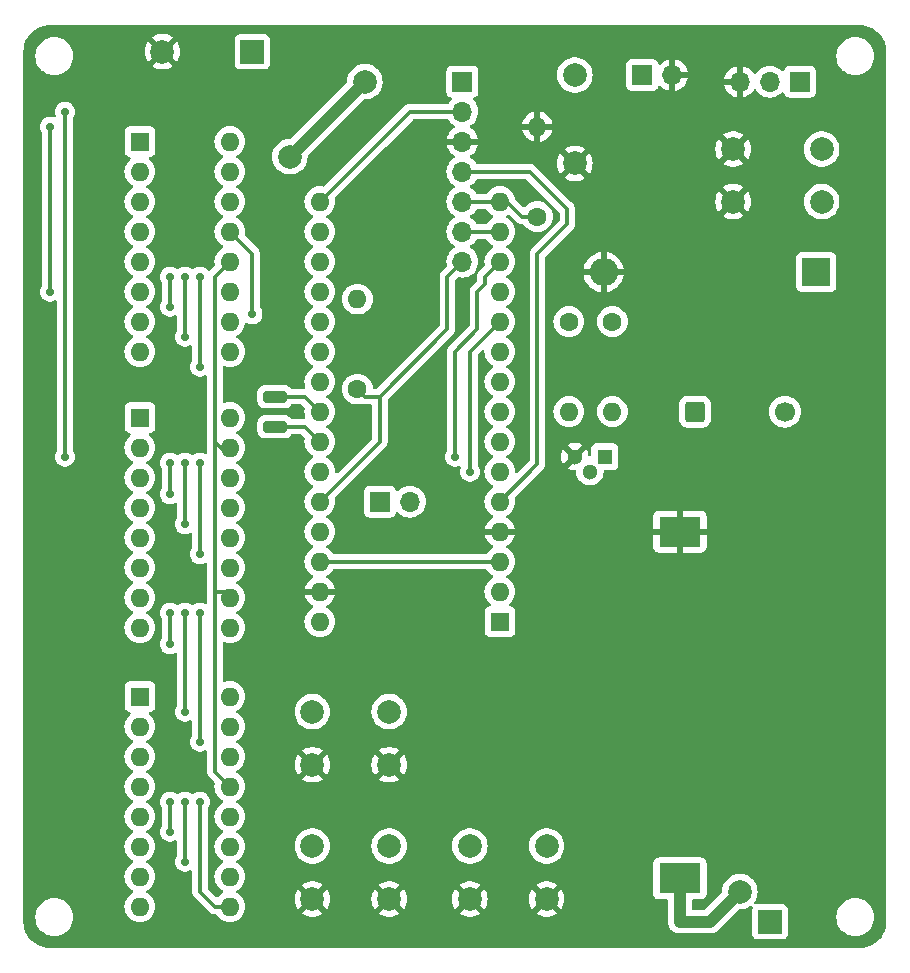
<source format=gbr>
%TF.GenerationSoftware,KiCad,Pcbnew,7.0.10*%
%TF.CreationDate,2024-02-19T19:24:59+01:00*%
%TF.ProjectId,lightning_detector,6c696768-746e-4696-9e67-5f6465746563,rev?*%
%TF.SameCoordinates,Original*%
%TF.FileFunction,Copper,L2,Bot*%
%TF.FilePolarity,Positive*%
%FSLAX46Y46*%
G04 Gerber Fmt 4.6, Leading zero omitted, Abs format (unit mm)*
G04 Created by KiCad (PCBNEW 7.0.10) date 2024-02-19 19:24:59*
%MOMM*%
%LPD*%
G01*
G04 APERTURE LIST*
G04 Aperture macros list*
%AMRoundRect*
0 Rectangle with rounded corners*
0 $1 Rounding radius*
0 $2 $3 $4 $5 $6 $7 $8 $9 X,Y pos of 4 corners*
0 Add a 4 corners polygon primitive as box body*
4,1,4,$2,$3,$4,$5,$6,$7,$8,$9,$2,$3,0*
0 Add four circle primitives for the rounded corners*
1,1,$1+$1,$2,$3*
1,1,$1+$1,$4,$5*
1,1,$1+$1,$6,$7*
1,1,$1+$1,$8,$9*
0 Add four rect primitives between the rounded corners*
20,1,$1+$1,$2,$3,$4,$5,0*
20,1,$1+$1,$4,$5,$6,$7,0*
20,1,$1+$1,$6,$7,$8,$9,0*
20,1,$1+$1,$8,$9,$2,$3,0*%
G04 Aperture macros list end*
%TA.AperFunction,ComponentPad*%
%ADD10C,2.000000*%
%TD*%
%TA.AperFunction,ComponentPad*%
%ADD11R,1.600000X1.600000*%
%TD*%
%TA.AperFunction,ComponentPad*%
%ADD12O,1.600000X1.600000*%
%TD*%
%TA.AperFunction,ComponentPad*%
%ADD13R,2.000000X2.000000*%
%TD*%
%TA.AperFunction,ComponentPad*%
%ADD14RoundRect,0.249900X-0.600100X-0.600100X0.600100X-0.600100X0.600100X0.600100X-0.600100X0.600100X0*%
%TD*%
%TA.AperFunction,ComponentPad*%
%ADD15C,1.700000*%
%TD*%
%TA.AperFunction,ComponentPad*%
%ADD16R,1.300000X1.300000*%
%TD*%
%TA.AperFunction,ComponentPad*%
%ADD17C,1.300000*%
%TD*%
%TA.AperFunction,ComponentPad*%
%ADD18C,1.600000*%
%TD*%
%TA.AperFunction,ComponentPad*%
%ADD19R,2.400000X2.400000*%
%TD*%
%TA.AperFunction,ComponentPad*%
%ADD20O,2.400000X2.400000*%
%TD*%
%TA.AperFunction,ComponentPad*%
%ADD21R,1.700000X1.700000*%
%TD*%
%TA.AperFunction,ComponentPad*%
%ADD22O,1.700000X1.700000*%
%TD*%
%TA.AperFunction,SMDPad,CuDef*%
%ADD23R,3.510000X2.540000*%
%TD*%
%TA.AperFunction,SMDPad,CuDef*%
%ADD24RoundRect,0.250000X-0.750000X0.250000X-0.750000X-0.250000X0.750000X-0.250000X0.750000X0.250000X0*%
%TD*%
%TA.AperFunction,ViaPad*%
%ADD25C,2.000000*%
%TD*%
%TA.AperFunction,ViaPad*%
%ADD26C,0.700000*%
%TD*%
%TA.AperFunction,Conductor*%
%ADD27C,1.000000*%
%TD*%
%TA.AperFunction,Conductor*%
%ADD28C,0.300000*%
%TD*%
G04 APERTURE END LIST*
D10*
%TO.P,SW7,1*%
%TO.N,DisplayBut*%
X66040000Y-87575000D03*
X72540000Y-87575000D03*
%TO.P,SW7,2*%
%TO.N,GND*%
X66040000Y-92075000D03*
X72540000Y-92075000D03*
%TD*%
%TO.P,SW5,1*%
%TO.N,ARDUINO-RESET*%
X52705000Y-76200000D03*
X59205000Y-76200000D03*
%TO.P,SW5,2*%
%TO.N,GND*%
X52705000Y-80700000D03*
X59205000Y-80700000D03*
%TD*%
D11*
%TO.P,SW2,1*%
%TO.N,DIP-Sel-1-P1*%
X38100000Y-27940000D03*
D12*
%TO.P,SW2,2*%
%TO.N,DIP-Sel-1-P2*%
X38100000Y-30480000D03*
%TO.P,SW2,3*%
%TO.N,DIP-Sel-1-P3*%
X38100000Y-33020000D03*
%TO.P,SW2,4*%
%TO.N,DIP-Sel-1-P4*%
X38100000Y-35560000D03*
%TO.P,SW2,5*%
%TO.N,DIP-Sel-1-P5*%
X38100000Y-38100000D03*
%TO.P,SW2,6*%
%TO.N,DIP-Sel-2-P1*%
X38100000Y-40640000D03*
%TO.P,SW2,7*%
%TO.N,DIP-Sel-2-P2*%
X38100000Y-43180000D03*
%TO.P,SW2,8*%
%TO.N,DIP-Sel-2-P3*%
X38100000Y-45720000D03*
%TO.P,SW2,9*%
%TO.N,DIP-Sens-3*%
X45720000Y-45720000D03*
%TO.P,SW2,10*%
%TO.N,DIP-Sens-2*%
X45720000Y-43180000D03*
%TO.P,SW2,11*%
%TO.N,DIP-Sens-1*%
X45720000Y-40640000D03*
%TO.P,SW2,12*%
%TO.N,DIP-Sens-5*%
X45720000Y-38100000D03*
%TO.P,SW2,13*%
%TO.N,DIP-Sens-4*%
X45720000Y-35560000D03*
%TO.P,SW2,14*%
%TO.N,DIP-Sens-3*%
X45720000Y-33020000D03*
%TO.P,SW2,15*%
%TO.N,DIP-Sens-2*%
X45720000Y-30480000D03*
%TO.P,SW2,16*%
%TO.N,DIP-Sens-1*%
X45720000Y-27940000D03*
%TD*%
D13*
%TO.P,TP3,1*%
%TO.N,Power*%
X47625000Y-20320000D03*
%TD*%
D10*
%TO.P,C4,1*%
%TO.N,GND*%
X74930000Y-29785000D03*
%TO.P,C4,2*%
%TO.N,Power*%
X74930000Y-22285000D03*
%TD*%
D14*
%TO.P,LS1,1*%
%TO.N,Beeper*%
X85110000Y-50800000D03*
D15*
%TO.P,LS1,2*%
%TO.N,Power*%
X92710000Y-50800000D03*
%TD*%
D16*
%TO.P,Q1,1*%
%TO.N,Beeper*%
X77470000Y-54610000D03*
D17*
%TO.P,Q1,2*%
%TO.N,Beeper-TrBase*%
X76200000Y-55880000D03*
%TO.P,Q1,3*%
%TO.N,GND*%
X74930000Y-54610000D03*
%TD*%
D18*
%TO.P,R2,1*%
%TO.N,Power*%
X78105000Y-43180000D03*
D12*
%TO.P,R2,2*%
%TO.N,Beeper*%
X78105000Y-50800000D03*
%TD*%
D10*
%TO.P,C2,1*%
%TO.N,GND*%
X88325000Y-33020000D03*
%TO.P,C2,2*%
%TO.N,Power*%
X95825000Y-33020000D03*
%TD*%
D11*
%TO.P,SW3,1*%
%TO.N,DIP-Sel-2-P4*%
X38100000Y-51308000D03*
D12*
%TO.P,SW3,2*%
%TO.N,DIP-Sel-2-P5*%
X38100000Y-53848000D03*
%TO.P,SW3,3*%
%TO.N,DIP-Sel-3-P1*%
X38100000Y-56388000D03*
%TO.P,SW3,4*%
%TO.N,DIP-Sel-3-P2*%
X38100000Y-58928000D03*
%TO.P,SW3,5*%
%TO.N,DIP-Sel-3-P3*%
X38100000Y-61468000D03*
%TO.P,SW3,6*%
%TO.N,DIP-Sel-3-P4*%
X38100000Y-64008000D03*
%TO.P,SW3,7*%
%TO.N,DIP-Sel-3-P5*%
X38100000Y-66548000D03*
%TO.P,SW3,8*%
%TO.N,DIP-Sel-4-P1*%
X38100000Y-69088000D03*
%TO.P,SW3,9*%
%TO.N,DIP-Sens-1*%
X45720000Y-69088000D03*
%TO.P,SW3,10*%
%TO.N,DIP-Sens-5*%
X45720000Y-66548000D03*
%TO.P,SW3,11*%
%TO.N,DIP-Sens-4*%
X45720000Y-64008000D03*
%TO.P,SW3,12*%
%TO.N,DIP-Sens-3*%
X45720000Y-61468000D03*
%TO.P,SW3,13*%
%TO.N,DIP-Sens-2*%
X45720000Y-58928000D03*
%TO.P,SW3,14*%
%TO.N,DIP-Sens-1*%
X45720000Y-56388000D03*
%TO.P,SW3,15*%
%TO.N,DIP-Sens-5*%
X45720000Y-53848000D03*
%TO.P,SW3,16*%
%TO.N,DIP-Sens-4*%
X45720000Y-51308000D03*
%TD*%
D19*
%TO.P,C1,1*%
%TO.N,Power*%
X95360000Y-38977500D03*
D20*
%TO.P,C1,2*%
%TO.N,GND*%
X77360000Y-38977500D03*
%TD*%
D18*
%TO.P,R4,1*%
%TO.N,SPI-MISO*%
X71755000Y-34290000D03*
D12*
%TO.P,R4,2*%
%TO.N,GND*%
X71755000Y-26670000D03*
%TD*%
D18*
%TO.P,R1,1*%
%TO.N,Beeper-CTRL*%
X74422000Y-43180000D03*
D12*
%TO.P,R1,2*%
%TO.N,Beeper-TrBase*%
X74422000Y-50800000D03*
%TD*%
D21*
%TO.P,SW1,1*%
%TO.N,BatPower*%
X93980000Y-22860000D03*
D22*
%TO.P,SW1,2*%
%TO.N,Power*%
X91440000Y-22860000D03*
%TO.P,SW1,3*%
%TO.N,GND*%
X88900000Y-22860000D03*
%TD*%
D10*
%TO.P,C3,1*%
%TO.N,GND*%
X88325000Y-28575000D03*
%TO.P,C3,2*%
%TO.N,Power*%
X95825000Y-28575000D03*
%TD*%
D18*
%TO.P,R3,1*%
%TO.N,SPISel-AS3935*%
X56515000Y-48895000D03*
D12*
%TO.P,R3,2*%
%TO.N,Power*%
X56515000Y-41275000D03*
%TD*%
D10*
%TO.P,TP1,1*%
%TO.N,GND*%
X40005000Y-20320000D03*
%TD*%
D11*
%TO.P,SW4,1*%
%TO.N,DIP-Sel-4-P2*%
X38100000Y-74930000D03*
D12*
%TO.P,SW4,2*%
%TO.N,DIP-Sel-4-P3*%
X38100000Y-77470000D03*
%TO.P,SW4,3*%
%TO.N,DIP-Sel-4-P4*%
X38100000Y-80010000D03*
%TO.P,SW4,4*%
%TO.N,DIP-Sel-4-P5*%
X38100000Y-82550000D03*
%TO.P,SW4,5*%
%TO.N,DIP-Sel-5-P1*%
X38100000Y-85090000D03*
%TO.P,SW4,6*%
%TO.N,DIP-Sel-5-P2*%
X38100000Y-87630000D03*
%TO.P,SW4,7*%
%TO.N,DIP-Sel-5-P3*%
X38100000Y-90170000D03*
%TO.P,SW4,8*%
%TO.N,DIP-Sel-5-P4*%
X38100000Y-92710000D03*
%TO.P,SW4,9*%
%TO.N,DIP-Sens-4*%
X45720000Y-92710000D03*
%TO.P,SW4,10*%
%TO.N,DIP-Sens-3*%
X45720000Y-90170000D03*
%TO.P,SW4,11*%
%TO.N,DIP-Sens-2*%
X45720000Y-87630000D03*
%TO.P,SW4,12*%
%TO.N,DIP-Sens-1*%
X45720000Y-85090000D03*
%TO.P,SW4,13*%
%TO.N,DIP-Sens-5*%
X45720000Y-82550000D03*
%TO.P,SW4,14*%
%TO.N,DIP-Sens-4*%
X45720000Y-80010000D03*
%TO.P,SW4,15*%
%TO.N,DIP-Sens-3*%
X45720000Y-77470000D03*
%TO.P,SW4,16*%
%TO.N,DIP-Sens-2*%
X45720000Y-74930000D03*
%TD*%
D11*
%TO.P,A1,1*%
%TO.N,N/C*%
X68580000Y-68580000D03*
D12*
%TO.P,A1,2*%
X68580000Y-66040000D03*
%TO.P,A1,3*%
%TO.N,ARDUINO-RESET*%
X68580000Y-63500000D03*
%TO.P,A1,4*%
%TO.N,GND*%
X68580000Y-60960000D03*
%TO.P,A1,5*%
%TO.N,AS3935-IRQ*%
X68580000Y-58420000D03*
%TO.P,A1,6*%
%TO.N,DIP-Sel-1*%
X68580000Y-55880000D03*
%TO.P,A1,7*%
%TO.N,DIP-Sel-2*%
X68580000Y-53340000D03*
%TO.P,A1,8*%
%TO.N,DIP-Sel-3*%
X68580000Y-50800000D03*
%TO.P,A1,9*%
%TO.N,DIP-Sel-4*%
X68580000Y-48260000D03*
%TO.P,A1,10*%
%TO.N,DIP-Sel-5*%
X68580000Y-45720000D03*
%TO.P,A1,11*%
%TO.N,DisplayBut*%
X68580000Y-43180000D03*
%TO.P,A1,12*%
%TO.N,Beeper-CTRL*%
X68580000Y-40640000D03*
%TO.P,A1,13*%
%TO.N,ClearStatsBut*%
X68580000Y-38100000D03*
%TO.P,A1,14*%
%TO.N,SPI-MOSI*%
X68580000Y-35560000D03*
%TO.P,A1,15*%
%TO.N,SPI-MISO*%
X68580000Y-33020000D03*
%TO.P,A1,16*%
%TO.N,SPI-CLK*%
X53340000Y-33020000D03*
%TO.P,A1,17*%
%TO.N,Power*%
X53340000Y-35560000D03*
%TO.P,A1,18*%
%TO.N,N/C*%
X53340000Y-38100000D03*
%TO.P,A1,19*%
%TO.N,DIP-Sens-1*%
X53340000Y-40640000D03*
%TO.P,A1,20*%
%TO.N,DIP-Sens-2*%
X53340000Y-43180000D03*
%TO.P,A1,21*%
%TO.N,DIP-Sens-3*%
X53340000Y-45720000D03*
%TO.P,A1,22*%
%TO.N,DIP-Sens-4*%
X53340000Y-48260000D03*
%TO.P,A1,23*%
%TO.N,I2C-SDA*%
X53340000Y-50800000D03*
%TO.P,A1,24*%
%TO.N,I2C-SCL*%
X53340000Y-53340000D03*
%TO.P,A1,25*%
%TO.N,DIP-Sens-5*%
X53340000Y-55880000D03*
%TO.P,A1,26*%
%TO.N,SPISel-AS3935*%
X53340000Y-58420000D03*
%TO.P,A1,27*%
%TO.N,N/C*%
X53340000Y-60960000D03*
%TO.P,A1,28*%
%TO.N,ARDUINO-RESET*%
X53340000Y-63500000D03*
%TO.P,A1,29*%
%TO.N,GND*%
X53340000Y-66040000D03*
%TO.P,A1,30*%
%TO.N,N/C*%
X53340000Y-68580000D03*
%TD*%
D10*
%TO.P,SW6,1*%
%TO.N,ClearStatsBut*%
X52705000Y-87575000D03*
X59205000Y-87575000D03*
%TO.P,SW6,2*%
%TO.N,GND*%
X52705000Y-92075000D03*
X59205000Y-92075000D03*
%TD*%
D13*
%TO.P,TP5,1*%
%TO.N,BatPower*%
X91440000Y-93980000D03*
%TD*%
D23*
%TO.P,BT2,1*%
%TO.N,BatPower*%
X83820000Y-90320000D03*
%TO.P,BT2,2*%
%TO.N,GND*%
X83820000Y-60960000D03*
%TD*%
D24*
%TO.P,J4,1*%
%TO.N,I2C-SDA*%
X49530000Y-49530000D03*
%TD*%
%TO.P,J3,1*%
%TO.N,I2C-SCL*%
X49530000Y-52070000D03*
%TD*%
D21*
%TO.P,J1,1*%
%TO.N,Power*%
X65405000Y-22860000D03*
D22*
%TO.P,J1,2*%
%TO.N,SPI-CLK*%
X65405000Y-25400000D03*
%TO.P,J1,3*%
%TO.N,GND*%
X65405000Y-27940000D03*
%TO.P,J1,4*%
%TO.N,AS3935-IRQ*%
X65405000Y-30480000D03*
%TO.P,J1,5*%
%TO.N,SPI-MISO*%
X65405000Y-33020000D03*
%TO.P,J1,6*%
%TO.N,SPI-MOSI*%
X65405000Y-35560000D03*
%TO.P,J1,7*%
%TO.N,SPISel-AS3935*%
X65405000Y-38100000D03*
%TD*%
D21*
%TO.P,J7,1*%
%TO.N,I2C-SCL*%
X58420000Y-58420000D03*
D22*
%TO.P,J7,2*%
%TO.N,I2C-SDA*%
X60960000Y-58420000D03*
%TD*%
D21*
%TO.P,J2,1*%
%TO.N,Power*%
X80640000Y-22295000D03*
D22*
%TO.P,J2,2*%
%TO.N,GND*%
X83180000Y-22295000D03*
%TD*%
D25*
%TO.N,Power*%
X50800000Y-29210000D03*
X57150000Y-22860000D03*
%TO.N,BatPower*%
X88900000Y-91440000D03*
D26*
%TO.N,DIP-Sel-4*%
X31750000Y-25400000D03*
X31750000Y-54610000D03*
%TO.N,DIP-Sel-5*%
X30480000Y-40640000D03*
X30480000Y-26670000D03*
%TO.N,DIP-Sens-2*%
X40640000Y-39370000D03*
X40640000Y-67818000D03*
X40640000Y-86360000D03*
X40640000Y-57785000D03*
X40640000Y-41910000D03*
X40640000Y-70485000D03*
X40640000Y-55118000D03*
X40640000Y-83820000D03*
%TO.N,DIP-Sens-3*%
X41910000Y-76200000D03*
X41910000Y-55118000D03*
X41910000Y-83820000D03*
X41910000Y-67818000D03*
X41910000Y-44450000D03*
X41910000Y-39370000D03*
X41910000Y-60325000D03*
X41910000Y-88900000D03*
%TO.N,DIP-Sens-4*%
X43180000Y-46990000D03*
X43180000Y-55118000D03*
X43180000Y-39370000D03*
X43180000Y-67818000D03*
X43180000Y-78740000D03*
X43180000Y-83820000D03*
X47625000Y-42545000D03*
X43180000Y-62865000D03*
%TO.N,ClearStatsBut*%
X64770000Y-54610000D03*
%TO.N,DisplayBut*%
X66040000Y-55880000D03*
%TO.N,GND*%
X51435000Y-54610000D03*
X48895000Y-27940000D03*
X54991000Y-55245000D03*
X73025000Y-40005000D03*
X70485000Y-39370000D03*
X63500000Y-27305000D03*
X62865000Y-64770000D03*
X66802000Y-31750000D03*
X63500000Y-38100000D03*
X62865000Y-61976000D03*
X29210000Y-24130000D03*
X62865000Y-73025000D03*
X53340000Y-30480000D03*
X59055000Y-54610000D03*
X95885000Y-25717500D03*
D25*
X86360000Y-55880000D03*
D26*
X58420000Y-47625000D03*
X70485000Y-54610000D03*
X54610000Y-22225000D03*
D25*
X64135000Y-81915000D03*
X62611000Y-94615000D03*
D26*
X62865000Y-43180000D03*
X51435000Y-36830000D03*
D25*
X76200000Y-60960000D03*
X95885000Y-89535000D03*
X30480000Y-87630000D03*
D26*
X57785000Y-25400000D03*
X66802000Y-34290000D03*
D25*
X81280000Y-66040000D03*
D26*
X93980000Y-19685000D03*
D25*
X56515000Y-68580000D03*
D26*
X100584000Y-41402000D03*
D25*
X86360000Y-66040000D03*
D26*
X57531000Y-61976000D03*
X100584000Y-66040000D03*
X60325000Y-49530000D03*
X66802000Y-36830000D03*
D25*
X91440000Y-60960000D03*
X49530000Y-60960000D03*
D26*
X71120000Y-74930000D03*
X29210000Y-39370000D03*
X29210000Y-63500000D03*
D25*
X56515000Y-45085000D03*
D26*
X63500000Y-24384000D03*
X70485000Y-41910000D03*
X60198000Y-64770000D03*
X97409000Y-35560000D03*
D25*
X81280000Y-55880000D03*
D26*
X57785000Y-39370000D03*
D25*
X48260000Y-45720000D03*
D26*
X56515000Y-57150000D03*
X97155000Y-41402000D03*
X71374000Y-32512000D03*
D25*
X81915000Y-30480000D03*
D26*
X60325000Y-27940000D03*
X55880000Y-33020000D03*
X60325000Y-61976000D03*
D25*
X60960000Y-52070000D03*
D26*
X57150000Y-52705000D03*
X72771000Y-43053000D03*
X97409000Y-30797500D03*
X65405000Y-43180000D03*
X57531000Y-64770000D03*
D25*
X69850000Y-23495000D03*
X61595000Y-19685000D03*
D26*
X71374000Y-36068000D03*
%TD*%
D27*
%TO.N,Power*%
X50800000Y-29210000D02*
X57150000Y-22860000D01*
%TO.N,BatPower*%
X86360000Y-93980000D02*
X88900000Y-91440000D01*
X83820000Y-93980000D02*
X83820000Y-91440000D01*
X83820000Y-93980000D02*
X86360000Y-93980000D01*
D28*
%TO.N,SPI-CLK*%
X58420000Y-27940000D02*
X60960000Y-25400000D01*
X53340000Y-33020000D02*
X58420000Y-27940000D01*
X60960000Y-25400000D02*
X65405000Y-25400000D01*
%TO.N,SPI-MISO*%
X69215000Y-33020000D02*
X70485000Y-34290000D01*
X70485000Y-34290000D02*
X71755000Y-34290000D01*
X68580000Y-33020000D02*
X69215000Y-33020000D01*
X65405000Y-33020000D02*
X68580000Y-33020000D01*
%TO.N,SPI-MOSI*%
X65405000Y-35560000D02*
X68580000Y-35560000D01*
%TO.N,AS3935-IRQ*%
X71120000Y-30480000D02*
X74295000Y-33655000D01*
X71755000Y-37465000D02*
X71755000Y-55245000D01*
X65405000Y-30480000D02*
X71120000Y-30480000D01*
X74295000Y-34925000D02*
X71755000Y-37465000D01*
X71755000Y-55245000D02*
X68580000Y-58420000D01*
X74295000Y-33655000D02*
X74295000Y-34925000D01*
%TO.N,SPISel-AS3935*%
X53340000Y-58420000D02*
X58420000Y-53340000D01*
X56515000Y-48895000D02*
X57150000Y-49530000D01*
X64135000Y-39370000D02*
X65405000Y-38100000D01*
X64135000Y-43815000D02*
X64135000Y-39370000D01*
X58420000Y-53340000D02*
X58420000Y-49530000D01*
X57150000Y-49530000D02*
X58420000Y-49530000D01*
X58420000Y-49530000D02*
X64135000Y-43815000D01*
%TO.N,DIP-Sel-4*%
X31750000Y-54610000D02*
X31750000Y-25400000D01*
%TO.N,DIP-Sel-5*%
X30480000Y-26670000D02*
X30480000Y-40640000D01*
%TO.N,DIP-Sens-2*%
X40640000Y-55118000D02*
X40640000Y-57785000D01*
X40640000Y-83820000D02*
X40640000Y-86360000D01*
X40640000Y-39370000D02*
X40640000Y-41910000D01*
X40640000Y-67818000D02*
X40640000Y-70485000D01*
%TO.N,DIP-Sens-3*%
X41910000Y-67818000D02*
X41910000Y-76200000D01*
X41910000Y-87630000D02*
X41910000Y-88900000D01*
X41910000Y-83820000D02*
X41910000Y-87630000D01*
X41910000Y-55118000D02*
X41910000Y-60325000D01*
X41910000Y-39370000D02*
X41910000Y-44450000D01*
%TO.N,DIP-Sens-4*%
X43180000Y-39370000D02*
X43180000Y-46990000D01*
X43180000Y-91440000D02*
X44450000Y-92710000D01*
X43180000Y-55118000D02*
X43180000Y-62865000D01*
X47625000Y-37465000D02*
X47625000Y-42545000D01*
X44450000Y-92710000D02*
X45720000Y-92710000D01*
X43180000Y-83820000D02*
X43180000Y-91440000D01*
X45720000Y-35560000D02*
X47625000Y-37465000D01*
X43180000Y-67818000D02*
X43180000Y-78740000D01*
%TO.N,DIP-Sens-5*%
X44450000Y-39370000D02*
X44450000Y-53340000D01*
X44450000Y-53340000D02*
X44450000Y-66040000D01*
X45720000Y-82550000D02*
X44450000Y-81280000D01*
X44450000Y-66040000D02*
X44450000Y-80010000D01*
X44450000Y-66040000D02*
X45212000Y-66040000D01*
X45720000Y-53848000D02*
X44958000Y-53848000D01*
X45212000Y-66040000D02*
X45720000Y-66548000D01*
X44450000Y-81280000D02*
X44450000Y-80010000D01*
X45720000Y-38100000D02*
X44450000Y-39370000D01*
X44958000Y-53848000D02*
X44450000Y-53340000D01*
%TO.N,I2C-SDA*%
X52070000Y-49530000D02*
X49530000Y-49530000D01*
X53340000Y-50800000D02*
X52070000Y-49530000D01*
%TO.N,I2C-SCL*%
X53340000Y-53340000D02*
X52070000Y-52070000D01*
X52070000Y-52070000D02*
X49530000Y-52070000D01*
%TO.N,ARDUINO-RESET*%
X53340000Y-63500000D02*
X68580000Y-63500000D01*
%TO.N,ClearStatsBut*%
X66675000Y-40640000D02*
X66675000Y-43815000D01*
X67310000Y-40005000D02*
X67310000Y-39370000D01*
X67310000Y-39370000D02*
X68580000Y-38100000D01*
X64770000Y-54610000D02*
X64770000Y-45720000D01*
X64770000Y-45720000D02*
X66675000Y-43815000D01*
X67310000Y-40005000D02*
X66675000Y-40640000D01*
%TO.N,DisplayBut*%
X66040000Y-45720000D02*
X68580000Y-43180000D01*
X66040000Y-55880000D02*
X66040000Y-45720000D01*
%TD*%
%TA.AperFunction,Conductor*%
%TO.N,GND*%
G36*
X67450356Y-36230185D02*
G01*
X67484892Y-36263377D01*
X67579954Y-36399141D01*
X67740858Y-36560045D01*
X67740861Y-36560047D01*
X67927266Y-36690568D01*
X67985275Y-36717618D01*
X68037714Y-36763791D01*
X68056866Y-36830984D01*
X68036650Y-36897865D01*
X67985275Y-36942382D01*
X67927267Y-36969431D01*
X67927265Y-36969432D01*
X67740858Y-37099954D01*
X67579954Y-37260858D01*
X67449432Y-37447265D01*
X67449431Y-37447267D01*
X67353261Y-37653502D01*
X67353258Y-37653511D01*
X67294366Y-37873302D01*
X67294364Y-37873313D01*
X67274532Y-38099998D01*
X67274532Y-38100001D01*
X67294364Y-38326686D01*
X67294366Y-38326697D01*
X67305209Y-38367163D01*
X67303546Y-38437013D01*
X67273115Y-38486937D01*
X66910483Y-38849569D01*
X66897910Y-38859643D01*
X66898065Y-38859830D01*
X66892058Y-38864799D01*
X66844133Y-38915833D01*
X66841427Y-38918625D01*
X66821090Y-38938963D01*
X66821077Y-38938978D01*
X66818373Y-38942463D01*
X66810806Y-38951322D01*
X66779552Y-38984607D01*
X66769322Y-39003213D01*
X66758646Y-39019464D01*
X66745640Y-39036232D01*
X66745636Y-39036238D01*
X66727508Y-39078130D01*
X66722369Y-39088619D01*
X66700372Y-39128630D01*
X66700372Y-39128631D01*
X66695091Y-39149199D01*
X66688791Y-39167601D01*
X66680364Y-39187073D01*
X66673223Y-39232162D01*
X66670854Y-39243600D01*
X66659500Y-39287817D01*
X66659500Y-39309044D01*
X66657973Y-39328443D01*
X66654653Y-39349405D01*
X66658950Y-39394858D01*
X66659500Y-39406528D01*
X66659500Y-39684191D01*
X66639815Y-39751230D01*
X66623181Y-39771872D01*
X66275484Y-40119568D01*
X66262910Y-40129643D01*
X66263065Y-40129830D01*
X66257058Y-40134799D01*
X66209133Y-40185833D01*
X66206427Y-40188625D01*
X66186090Y-40208963D01*
X66186077Y-40208978D01*
X66183373Y-40212463D01*
X66175806Y-40221322D01*
X66144552Y-40254607D01*
X66134322Y-40273213D01*
X66123646Y-40289464D01*
X66110640Y-40306232D01*
X66110636Y-40306238D01*
X66092508Y-40348130D01*
X66087369Y-40358619D01*
X66065372Y-40398630D01*
X66065372Y-40398631D01*
X66060091Y-40419199D01*
X66053791Y-40437601D01*
X66045364Y-40457073D01*
X66038223Y-40502162D01*
X66035854Y-40513600D01*
X66024500Y-40557817D01*
X66024500Y-40579044D01*
X66022973Y-40598443D01*
X66019653Y-40619405D01*
X66019924Y-40622267D01*
X66023950Y-40664858D01*
X66024500Y-40676528D01*
X66024500Y-43494191D01*
X66004815Y-43561230D01*
X65988181Y-43581872D01*
X64370484Y-45199568D01*
X64357910Y-45209643D01*
X64358065Y-45209830D01*
X64352058Y-45214799D01*
X64304133Y-45265833D01*
X64301427Y-45268625D01*
X64281090Y-45288963D01*
X64281077Y-45288978D01*
X64278373Y-45292463D01*
X64270806Y-45301322D01*
X64239552Y-45334607D01*
X64229322Y-45353213D01*
X64218646Y-45369464D01*
X64205640Y-45386232D01*
X64205636Y-45386238D01*
X64187508Y-45428130D01*
X64182369Y-45438619D01*
X64160372Y-45478630D01*
X64160372Y-45478631D01*
X64155091Y-45499199D01*
X64148791Y-45517601D01*
X64140364Y-45537073D01*
X64133223Y-45582162D01*
X64130854Y-45593600D01*
X64119500Y-45637817D01*
X64119500Y-45659044D01*
X64117973Y-45678444D01*
X64114653Y-45699403D01*
X64118950Y-45744858D01*
X64119500Y-45756528D01*
X64119500Y-54013802D01*
X64099815Y-54080841D01*
X64087651Y-54096773D01*
X64078140Y-54107336D01*
X63988750Y-54262164D01*
X63988747Y-54262170D01*
X63933504Y-54432192D01*
X63933503Y-54432194D01*
X63914815Y-54610000D01*
X63933503Y-54787805D01*
X63933504Y-54787807D01*
X63988747Y-54957829D01*
X63988750Y-54957835D01*
X64078141Y-55112665D01*
X64082060Y-55117017D01*
X64197764Y-55245521D01*
X64197767Y-55245523D01*
X64197770Y-55245526D01*
X64342407Y-55350612D01*
X64505733Y-55423329D01*
X64680609Y-55460500D01*
X64680610Y-55460500D01*
X64859389Y-55460500D01*
X64859391Y-55460500D01*
X65034267Y-55423329D01*
X65083631Y-55401350D01*
X65152878Y-55392065D01*
X65216155Y-55421693D01*
X65253369Y-55480828D01*
X65252705Y-55550694D01*
X65251996Y-55552947D01*
X65203505Y-55702189D01*
X65203503Y-55702194D01*
X65184815Y-55880000D01*
X65203503Y-56057805D01*
X65203504Y-56057807D01*
X65258747Y-56227829D01*
X65258750Y-56227835D01*
X65348141Y-56382665D01*
X65352945Y-56388000D01*
X65467764Y-56515521D01*
X65467767Y-56515523D01*
X65467770Y-56515526D01*
X65612407Y-56620612D01*
X65775733Y-56693329D01*
X65950609Y-56730500D01*
X65950610Y-56730500D01*
X66129389Y-56730500D01*
X66129391Y-56730500D01*
X66304267Y-56693329D01*
X66467593Y-56620612D01*
X66612230Y-56515526D01*
X66731859Y-56382665D01*
X66821250Y-56227835D01*
X66876497Y-56057803D01*
X66895185Y-55880000D01*
X66876497Y-55702197D01*
X66828003Y-55552947D01*
X66821252Y-55532170D01*
X66821249Y-55532164D01*
X66731859Y-55377335D01*
X66722349Y-55366773D01*
X66692120Y-55303782D01*
X66690500Y-55283802D01*
X66690500Y-46040807D01*
X66710185Y-45973768D01*
X66726815Y-45953130D01*
X67063794Y-45616151D01*
X67125114Y-45582668D01*
X67194805Y-45587652D01*
X67250739Y-45629523D01*
X67275156Y-45694988D01*
X67275001Y-45714634D01*
X67274532Y-45719998D01*
X67274532Y-45720001D01*
X67294364Y-45946686D01*
X67294366Y-45946697D01*
X67353258Y-46166488D01*
X67353261Y-46166497D01*
X67449431Y-46372732D01*
X67449432Y-46372734D01*
X67579954Y-46559141D01*
X67740858Y-46720045D01*
X67740861Y-46720047D01*
X67927266Y-46850568D01*
X67985275Y-46877618D01*
X68037714Y-46923791D01*
X68056866Y-46990984D01*
X68036650Y-47057865D01*
X67985275Y-47102382D01*
X67927267Y-47129431D01*
X67927265Y-47129432D01*
X67740858Y-47259954D01*
X67579954Y-47420858D01*
X67449432Y-47607265D01*
X67449431Y-47607267D01*
X67353261Y-47813502D01*
X67353258Y-47813511D01*
X67294366Y-48033302D01*
X67294364Y-48033313D01*
X67274532Y-48259998D01*
X67274532Y-48260001D01*
X67294364Y-48486686D01*
X67294366Y-48486697D01*
X67353258Y-48706488D01*
X67353261Y-48706497D01*
X67449431Y-48912732D01*
X67449432Y-48912734D01*
X67579954Y-49099141D01*
X67740858Y-49260045D01*
X67740861Y-49260047D01*
X67927266Y-49390568D01*
X67985275Y-49417618D01*
X68037714Y-49463791D01*
X68056866Y-49530984D01*
X68036650Y-49597865D01*
X67985275Y-49642382D01*
X67927267Y-49669431D01*
X67927265Y-49669432D01*
X67740858Y-49799954D01*
X67579954Y-49960858D01*
X67449432Y-50147265D01*
X67449431Y-50147267D01*
X67353261Y-50353502D01*
X67353258Y-50353511D01*
X67294366Y-50573302D01*
X67294364Y-50573313D01*
X67274532Y-50799998D01*
X67274532Y-50800001D01*
X67294364Y-51026686D01*
X67294366Y-51026697D01*
X67353258Y-51246488D01*
X67353261Y-51246497D01*
X67449431Y-51452732D01*
X67449432Y-51452734D01*
X67579954Y-51639141D01*
X67740858Y-51800045D01*
X67740861Y-51800047D01*
X67927266Y-51930568D01*
X67985275Y-51957618D01*
X68037714Y-52003791D01*
X68056866Y-52070984D01*
X68036650Y-52137865D01*
X67985275Y-52182382D01*
X67927267Y-52209431D01*
X67927265Y-52209432D01*
X67740858Y-52339954D01*
X67579954Y-52500858D01*
X67449432Y-52687265D01*
X67449431Y-52687267D01*
X67353261Y-52893502D01*
X67353258Y-52893511D01*
X67294366Y-53113302D01*
X67294364Y-53113313D01*
X67274532Y-53339998D01*
X67274532Y-53340001D01*
X67294364Y-53566686D01*
X67294366Y-53566697D01*
X67353258Y-53786488D01*
X67353261Y-53786497D01*
X67449431Y-53992732D01*
X67449432Y-53992734D01*
X67579954Y-54179141D01*
X67740858Y-54340045D01*
X67740861Y-54340047D01*
X67927266Y-54470568D01*
X67978166Y-54494303D01*
X67985275Y-54497618D01*
X68037714Y-54543791D01*
X68056866Y-54610984D01*
X68036650Y-54677865D01*
X67985275Y-54722382D01*
X67927267Y-54749431D01*
X67927265Y-54749432D01*
X67740858Y-54879954D01*
X67579954Y-55040858D01*
X67449432Y-55227265D01*
X67449431Y-55227267D01*
X67353261Y-55433502D01*
X67353258Y-55433511D01*
X67294366Y-55653302D01*
X67294364Y-55653313D01*
X67274532Y-55879998D01*
X67274532Y-55880001D01*
X67294364Y-56106686D01*
X67294366Y-56106697D01*
X67353258Y-56326488D01*
X67353261Y-56326497D01*
X67449431Y-56532732D01*
X67449432Y-56532734D01*
X67579954Y-56719141D01*
X67740858Y-56880045D01*
X67740861Y-56880047D01*
X67927266Y-57010568D01*
X67985275Y-57037618D01*
X68037714Y-57083791D01*
X68056866Y-57150984D01*
X68036650Y-57217865D01*
X67985275Y-57262382D01*
X67927267Y-57289431D01*
X67927265Y-57289432D01*
X67740858Y-57419954D01*
X67579954Y-57580858D01*
X67449432Y-57767265D01*
X67449431Y-57767267D01*
X67353261Y-57973502D01*
X67353258Y-57973511D01*
X67294366Y-58193302D01*
X67294364Y-58193313D01*
X67274532Y-58419998D01*
X67274532Y-58420001D01*
X67294364Y-58646686D01*
X67294366Y-58646697D01*
X67353258Y-58866488D01*
X67353261Y-58866497D01*
X67449431Y-59072732D01*
X67449432Y-59072734D01*
X67579954Y-59259141D01*
X67740858Y-59420045D01*
X67740861Y-59420047D01*
X67927266Y-59550568D01*
X67985865Y-59577893D01*
X68038305Y-59624065D01*
X68057457Y-59691258D01*
X68037242Y-59758139D01*
X67985867Y-59802657D01*
X67927515Y-59829867D01*
X67741179Y-59960342D01*
X67580342Y-60121179D01*
X67449865Y-60307517D01*
X67353734Y-60513673D01*
X67353730Y-60513682D01*
X67301127Y-60709999D01*
X67301128Y-60710000D01*
X68146314Y-60710000D01*
X68120507Y-60750156D01*
X68080000Y-60888111D01*
X68080000Y-61031889D01*
X68120507Y-61169844D01*
X68146314Y-61210000D01*
X67301128Y-61210000D01*
X67353730Y-61406317D01*
X67353734Y-61406326D01*
X67449865Y-61612482D01*
X67580342Y-61798820D01*
X67741179Y-61959657D01*
X67927518Y-62090134D01*
X67927520Y-62090135D01*
X67985865Y-62117342D01*
X68038305Y-62163514D01*
X68057457Y-62230707D01*
X68037242Y-62297589D01*
X67985867Y-62342105D01*
X67927268Y-62369431D01*
X67927264Y-62369433D01*
X67740858Y-62499954D01*
X67579954Y-62660858D01*
X67484892Y-62796623D01*
X67430315Y-62840248D01*
X67383317Y-62849500D01*
X54536683Y-62849500D01*
X54469644Y-62829815D01*
X54435108Y-62796623D01*
X54340045Y-62660858D01*
X54179141Y-62499954D01*
X53992734Y-62369432D01*
X53992728Y-62369429D01*
X53934725Y-62342382D01*
X53882285Y-62296210D01*
X53863133Y-62229017D01*
X53883348Y-62162135D01*
X53934725Y-62117618D01*
X53935319Y-62117341D01*
X53992734Y-62090568D01*
X54179139Y-61960047D01*
X54340047Y-61799139D01*
X54470568Y-61612734D01*
X54566739Y-61406496D01*
X54625635Y-61186692D01*
X54645422Y-60960523D01*
X54645468Y-60960001D01*
X54645468Y-60959998D01*
X54625635Y-60733313D01*
X54625635Y-60733308D01*
X54566739Y-60513504D01*
X54470568Y-60307266D01*
X54363768Y-60154739D01*
X54340045Y-60120858D01*
X54179141Y-59959954D01*
X53992734Y-59829432D01*
X53992728Y-59829429D01*
X53934725Y-59802382D01*
X53882285Y-59756210D01*
X53863133Y-59689017D01*
X53883348Y-59622135D01*
X53934725Y-59577618D01*
X53992734Y-59550568D01*
X54179139Y-59420047D01*
X54281316Y-59317870D01*
X57069500Y-59317870D01*
X57069501Y-59317876D01*
X57075908Y-59377483D01*
X57126202Y-59512328D01*
X57126206Y-59512335D01*
X57212452Y-59627544D01*
X57212455Y-59627547D01*
X57327664Y-59713793D01*
X57327671Y-59713797D01*
X57462517Y-59764091D01*
X57462516Y-59764091D01*
X57469444Y-59764835D01*
X57522127Y-59770500D01*
X59317872Y-59770499D01*
X59377483Y-59764091D01*
X59512331Y-59713796D01*
X59627546Y-59627546D01*
X59713796Y-59512331D01*
X59762810Y-59380916D01*
X59804681Y-59324984D01*
X59870145Y-59300566D01*
X59938418Y-59315417D01*
X59966673Y-59336569D01*
X60088599Y-59458495D01*
X60185384Y-59526265D01*
X60282165Y-59594032D01*
X60282167Y-59594033D01*
X60282170Y-59594035D01*
X60496337Y-59693903D01*
X60724592Y-59755063D01*
X60901034Y-59770500D01*
X60959999Y-59775659D01*
X60960000Y-59775659D01*
X60960001Y-59775659D01*
X61018966Y-59770500D01*
X61195408Y-59755063D01*
X61423663Y-59693903D01*
X61637830Y-59594035D01*
X61831401Y-59458495D01*
X61998495Y-59291401D01*
X62134035Y-59097830D01*
X62233903Y-58883663D01*
X62295063Y-58655408D01*
X62315659Y-58420000D01*
X62295063Y-58184592D01*
X62233903Y-57956337D01*
X62134035Y-57742171D01*
X62122618Y-57725865D01*
X61998494Y-57548597D01*
X61831402Y-57381506D01*
X61831395Y-57381501D01*
X61637834Y-57245967D01*
X61637830Y-57245965D01*
X61597462Y-57227141D01*
X61423663Y-57146097D01*
X61423659Y-57146096D01*
X61423655Y-57146094D01*
X61195413Y-57084938D01*
X61195403Y-57084936D01*
X60960001Y-57064341D01*
X60959999Y-57064341D01*
X60724596Y-57084936D01*
X60724586Y-57084938D01*
X60496344Y-57146094D01*
X60496335Y-57146098D01*
X60282171Y-57245964D01*
X60282169Y-57245965D01*
X60088600Y-57381503D01*
X59966673Y-57503430D01*
X59905350Y-57536914D01*
X59835658Y-57531930D01*
X59779725Y-57490058D01*
X59762810Y-57459081D01*
X59713797Y-57327671D01*
X59713793Y-57327664D01*
X59627547Y-57212455D01*
X59627544Y-57212452D01*
X59512335Y-57126206D01*
X59512328Y-57126202D01*
X59377482Y-57075908D01*
X59377483Y-57075908D01*
X59317883Y-57069501D01*
X59317881Y-57069500D01*
X59317873Y-57069500D01*
X59317864Y-57069500D01*
X57522129Y-57069500D01*
X57522123Y-57069501D01*
X57462516Y-57075908D01*
X57327671Y-57126202D01*
X57327664Y-57126206D01*
X57212455Y-57212452D01*
X57212452Y-57212455D01*
X57126206Y-57327664D01*
X57126202Y-57327671D01*
X57075908Y-57462517D01*
X57069501Y-57522116D01*
X57069500Y-57522135D01*
X57069500Y-59317870D01*
X54281316Y-59317870D01*
X54340047Y-59259139D01*
X54470568Y-59072734D01*
X54566739Y-58866496D01*
X54625635Y-58646692D01*
X54645422Y-58420523D01*
X54645468Y-58420001D01*
X54645468Y-58419998D01*
X54625635Y-58193313D01*
X54625635Y-58193308D01*
X54614790Y-58152834D01*
X54616453Y-58082984D01*
X54646882Y-58033062D01*
X58819513Y-53860431D01*
X58832079Y-53850365D01*
X58831925Y-53850178D01*
X58837933Y-53845205D01*
X58837940Y-53845202D01*
X58861227Y-53820402D01*
X58885865Y-53794167D01*
X58888578Y-53791367D01*
X58893457Y-53786488D01*
X58908911Y-53771035D01*
X58911614Y-53767549D01*
X58919176Y-53758693D01*
X58950448Y-53725393D01*
X58960671Y-53706795D01*
X58971351Y-53690537D01*
X58984363Y-53673764D01*
X59002495Y-53631859D01*
X59007629Y-53621379D01*
X59029627Y-53581368D01*
X59034904Y-53560810D01*
X59041207Y-53542402D01*
X59049636Y-53522926D01*
X59056779Y-53477820D01*
X59059143Y-53466405D01*
X59070500Y-53422177D01*
X59070500Y-53400955D01*
X59072027Y-53381555D01*
X59075347Y-53360595D01*
X59071050Y-53315140D01*
X59070500Y-53303470D01*
X59070500Y-49850807D01*
X59090185Y-49783768D01*
X59106814Y-49763131D01*
X64534513Y-44335431D01*
X64547079Y-44325365D01*
X64546925Y-44325178D01*
X64552933Y-44320205D01*
X64552940Y-44320202D01*
X64576227Y-44295402D01*
X64600865Y-44269167D01*
X64603578Y-44266367D01*
X64623912Y-44246034D01*
X64626607Y-44242559D01*
X64634186Y-44233682D01*
X64665448Y-44200393D01*
X64675674Y-44181789D01*
X64686347Y-44165541D01*
X64699363Y-44148763D01*
X64717491Y-44106870D01*
X64722627Y-44096382D01*
X64744627Y-44056368D01*
X64749904Y-44035808D01*
X64756206Y-44017403D01*
X64764636Y-43997926D01*
X64771779Y-43952820D01*
X64774143Y-43941405D01*
X64785500Y-43897177D01*
X64785500Y-43875955D01*
X64787027Y-43856555D01*
X64787463Y-43853802D01*
X64790347Y-43835595D01*
X64786050Y-43790136D01*
X64785500Y-43778467D01*
X64785500Y-39690807D01*
X64805185Y-39623768D01*
X64821810Y-39603135D01*
X64977239Y-39447705D01*
X65038559Y-39414223D01*
X65097006Y-39415613D01*
X65169592Y-39435063D01*
X65357918Y-39451539D01*
X65404999Y-39455659D01*
X65405000Y-39455659D01*
X65405001Y-39455659D01*
X65444234Y-39452226D01*
X65640408Y-39435063D01*
X65868663Y-39373903D01*
X66082830Y-39274035D01*
X66276401Y-39138495D01*
X66443495Y-38971401D01*
X66579035Y-38777830D01*
X66678903Y-38563663D01*
X66740063Y-38335408D01*
X66760659Y-38100000D01*
X66740063Y-37864592D01*
X66678903Y-37636337D01*
X66579035Y-37422171D01*
X66577484Y-37419955D01*
X66443494Y-37228597D01*
X66276402Y-37061506D01*
X66276396Y-37061501D01*
X66090842Y-36931575D01*
X66047217Y-36876998D01*
X66040023Y-36807500D01*
X66071546Y-36745145D01*
X66090842Y-36728425D01*
X66144909Y-36690567D01*
X66276401Y-36598495D01*
X66443495Y-36431401D01*
X66561147Y-36263377D01*
X66615724Y-36219752D01*
X66662722Y-36210500D01*
X67383317Y-36210500D01*
X67450356Y-36230185D01*
G37*
%TD.AperFunction*%
%TA.AperFunction,Conductor*%
G36*
X64214317Y-26070185D02*
G01*
X64248853Y-26103377D01*
X64366500Y-26271395D01*
X64366505Y-26271401D01*
X64533599Y-26438495D01*
X64685492Y-26544852D01*
X64719594Y-26568730D01*
X64763219Y-26623307D01*
X64770413Y-26692805D01*
X64738890Y-26755160D01*
X64719595Y-26771880D01*
X64533922Y-26901890D01*
X64533920Y-26901891D01*
X64366891Y-27068920D01*
X64366886Y-27068926D01*
X64231400Y-27262420D01*
X64231399Y-27262422D01*
X64131570Y-27476507D01*
X64131567Y-27476513D01*
X64074364Y-27689999D01*
X64074364Y-27690000D01*
X64971314Y-27690000D01*
X64945507Y-27730156D01*
X64905000Y-27868111D01*
X64905000Y-28011889D01*
X64945507Y-28149844D01*
X64971314Y-28190000D01*
X64074364Y-28190000D01*
X64131567Y-28403486D01*
X64131570Y-28403492D01*
X64231399Y-28617578D01*
X64366894Y-28811082D01*
X64533917Y-28978105D01*
X64719595Y-29108119D01*
X64763219Y-29162696D01*
X64770412Y-29232195D01*
X64738890Y-29294549D01*
X64719595Y-29311269D01*
X64533594Y-29441508D01*
X64366505Y-29608597D01*
X64230965Y-29802169D01*
X64230964Y-29802171D01*
X64131098Y-30016335D01*
X64131094Y-30016344D01*
X64069938Y-30244586D01*
X64069936Y-30244596D01*
X64049341Y-30479999D01*
X64049341Y-30480000D01*
X64069936Y-30715403D01*
X64069938Y-30715413D01*
X64131094Y-30943655D01*
X64131096Y-30943659D01*
X64131097Y-30943663D01*
X64178378Y-31045057D01*
X64230965Y-31157830D01*
X64230967Y-31157834D01*
X64248853Y-31183377D01*
X64366501Y-31351396D01*
X64366506Y-31351402D01*
X64533597Y-31518493D01*
X64533603Y-31518498D01*
X64719158Y-31648425D01*
X64762783Y-31703002D01*
X64769977Y-31772500D01*
X64738454Y-31834855D01*
X64719158Y-31851575D01*
X64533597Y-31981505D01*
X64366505Y-32148597D01*
X64230965Y-32342169D01*
X64230964Y-32342171D01*
X64131098Y-32556335D01*
X64131094Y-32556344D01*
X64069938Y-32784586D01*
X64069936Y-32784596D01*
X64049341Y-33019999D01*
X64049341Y-33020000D01*
X64069936Y-33255403D01*
X64069938Y-33255413D01*
X64131094Y-33483655D01*
X64131096Y-33483659D01*
X64131097Y-33483663D01*
X64218221Y-33670500D01*
X64230965Y-33697830D01*
X64230967Y-33697834D01*
X64260844Y-33740502D01*
X64366501Y-33891396D01*
X64366506Y-33891402D01*
X64533597Y-34058493D01*
X64533603Y-34058498D01*
X64719158Y-34188425D01*
X64762783Y-34243002D01*
X64769977Y-34312500D01*
X64738454Y-34374855D01*
X64719158Y-34391575D01*
X64533597Y-34521505D01*
X64366505Y-34688597D01*
X64230965Y-34882169D01*
X64230964Y-34882171D01*
X64131098Y-35096335D01*
X64131094Y-35096344D01*
X64069938Y-35324586D01*
X64069936Y-35324596D01*
X64049341Y-35559999D01*
X64049341Y-35560000D01*
X64069936Y-35795403D01*
X64069938Y-35795413D01*
X64131094Y-36023655D01*
X64131096Y-36023659D01*
X64131097Y-36023663D01*
X64218221Y-36210500D01*
X64230965Y-36237830D01*
X64230967Y-36237834D01*
X64248853Y-36263377D01*
X64366501Y-36431396D01*
X64366506Y-36431402D01*
X64533597Y-36598493D01*
X64533603Y-36598498D01*
X64719158Y-36728425D01*
X64762783Y-36783002D01*
X64769977Y-36852500D01*
X64738454Y-36914855D01*
X64719158Y-36931575D01*
X64533597Y-37061505D01*
X64366505Y-37228597D01*
X64230965Y-37422169D01*
X64230964Y-37422171D01*
X64131098Y-37636335D01*
X64131094Y-37636344D01*
X64069938Y-37864586D01*
X64069936Y-37864596D01*
X64049341Y-38099999D01*
X64049341Y-38100000D01*
X64069936Y-38335403D01*
X64069939Y-38335416D01*
X64089384Y-38407989D01*
X64087721Y-38477839D01*
X64057290Y-38527762D01*
X63735483Y-38849569D01*
X63722910Y-38859643D01*
X63723065Y-38859830D01*
X63717058Y-38864799D01*
X63669133Y-38915833D01*
X63666427Y-38918625D01*
X63646090Y-38938963D01*
X63646077Y-38938978D01*
X63643373Y-38942463D01*
X63635806Y-38951322D01*
X63604552Y-38984607D01*
X63594322Y-39003213D01*
X63583646Y-39019464D01*
X63570640Y-39036232D01*
X63570636Y-39036238D01*
X63552508Y-39078130D01*
X63547369Y-39088619D01*
X63525372Y-39128630D01*
X63525372Y-39128631D01*
X63520091Y-39149199D01*
X63513791Y-39167601D01*
X63505364Y-39187073D01*
X63498223Y-39232162D01*
X63495854Y-39243600D01*
X63484500Y-39287817D01*
X63484500Y-39309044D01*
X63482973Y-39328443D01*
X63479653Y-39349405D01*
X63483950Y-39394858D01*
X63484500Y-39406528D01*
X63484500Y-43494192D01*
X63464815Y-43561231D01*
X63448181Y-43581873D01*
X58186873Y-48843181D01*
X58125550Y-48876666D01*
X58099192Y-48879500D01*
X57932737Y-48879500D01*
X57865698Y-48859815D01*
X57819943Y-48807011D01*
X57809209Y-48766308D01*
X57804485Y-48712316D01*
X57800635Y-48668308D01*
X57741739Y-48448504D01*
X57645568Y-48242266D01*
X57515047Y-48055861D01*
X57515045Y-48055858D01*
X57354141Y-47894954D01*
X57167734Y-47764432D01*
X57167732Y-47764431D01*
X56961497Y-47668261D01*
X56961488Y-47668258D01*
X56741697Y-47609366D01*
X56741693Y-47609365D01*
X56741692Y-47609365D01*
X56741691Y-47609364D01*
X56741686Y-47609364D01*
X56515002Y-47589532D01*
X56514998Y-47589532D01*
X56288313Y-47609364D01*
X56288302Y-47609366D01*
X56068511Y-47668258D01*
X56068502Y-47668261D01*
X55862267Y-47764431D01*
X55862265Y-47764432D01*
X55675858Y-47894954D01*
X55514954Y-48055858D01*
X55384432Y-48242265D01*
X55384431Y-48242267D01*
X55288261Y-48448502D01*
X55288258Y-48448511D01*
X55229366Y-48668302D01*
X55229364Y-48668313D01*
X55209532Y-48894998D01*
X55209532Y-48895001D01*
X55229364Y-49121686D01*
X55229366Y-49121697D01*
X55288258Y-49341488D01*
X55288261Y-49341497D01*
X55384431Y-49547732D01*
X55384432Y-49547734D01*
X55514954Y-49734141D01*
X55675858Y-49895045D01*
X55675861Y-49895047D01*
X55862266Y-50025568D01*
X56068504Y-50121739D01*
X56068509Y-50121740D01*
X56068511Y-50121741D01*
X56070116Y-50122171D01*
X56288308Y-50180635D01*
X56450230Y-50194801D01*
X56514998Y-50200468D01*
X56515000Y-50200468D01*
X56515002Y-50200468D01*
X56628346Y-50190551D01*
X56741692Y-50180635D01*
X56869146Y-50146483D01*
X56938993Y-50148146D01*
X56950487Y-50152458D01*
X56967071Y-50159635D01*
X56967072Y-50159635D01*
X56967074Y-50159636D01*
X57012178Y-50166779D01*
X57023597Y-50169144D01*
X57067823Y-50180500D01*
X57089045Y-50180500D01*
X57108442Y-50182026D01*
X57129405Y-50185347D01*
X57174863Y-50181049D01*
X57186531Y-50180500D01*
X57645500Y-50180500D01*
X57712539Y-50200185D01*
X57758294Y-50252989D01*
X57769500Y-50304500D01*
X57769500Y-53019191D01*
X57749815Y-53086230D01*
X57733181Y-53106872D01*
X54856208Y-55983844D01*
X54794885Y-56017329D01*
X54725193Y-56012345D01*
X54669260Y-55970473D01*
X54644843Y-55905009D01*
X54644998Y-55885361D01*
X54645468Y-55880000D01*
X54625635Y-55653308D01*
X54566739Y-55433504D01*
X54470568Y-55227266D01*
X54340047Y-55040861D01*
X54340045Y-55040858D01*
X54179141Y-54879954D01*
X53992734Y-54749432D01*
X53992728Y-54749429D01*
X53934725Y-54722382D01*
X53882285Y-54676210D01*
X53863133Y-54609017D01*
X53883348Y-54542135D01*
X53934725Y-54497618D01*
X53941834Y-54494303D01*
X53992734Y-54470568D01*
X54179139Y-54340047D01*
X54340047Y-54179139D01*
X54470568Y-53992734D01*
X54566739Y-53786496D01*
X54625635Y-53566692D01*
X54645468Y-53340000D01*
X54625635Y-53113308D01*
X54566739Y-52893504D01*
X54470568Y-52687266D01*
X54340047Y-52500861D01*
X54340045Y-52500858D01*
X54179141Y-52339954D01*
X53992734Y-52209432D01*
X53992728Y-52209429D01*
X53934725Y-52182382D01*
X53882285Y-52136210D01*
X53863133Y-52069017D01*
X53883348Y-52002135D01*
X53934725Y-51957618D01*
X53992734Y-51930568D01*
X54179139Y-51800047D01*
X54340047Y-51639139D01*
X54470568Y-51452734D01*
X54566739Y-51246496D01*
X54625635Y-51026692D01*
X54645468Y-50800000D01*
X54625635Y-50573308D01*
X54566739Y-50353504D01*
X54470568Y-50147266D01*
X54340047Y-49960861D01*
X54340045Y-49960858D01*
X54179141Y-49799954D01*
X53992734Y-49669432D01*
X53992728Y-49669429D01*
X53934725Y-49642382D01*
X53882285Y-49596210D01*
X53863133Y-49529017D01*
X53883348Y-49462135D01*
X53934725Y-49417618D01*
X53992734Y-49390568D01*
X54179139Y-49260047D01*
X54340047Y-49099139D01*
X54470568Y-48912734D01*
X54566739Y-48706496D01*
X54625635Y-48486692D01*
X54645468Y-48260000D01*
X54643916Y-48242266D01*
X54627608Y-48055861D01*
X54625635Y-48033308D01*
X54573973Y-47840500D01*
X54566741Y-47813511D01*
X54566738Y-47813502D01*
X54561994Y-47803329D01*
X54470568Y-47607266D01*
X54340047Y-47420861D01*
X54340045Y-47420858D01*
X54179141Y-47259954D01*
X53992734Y-47129432D01*
X53992728Y-47129429D01*
X53934725Y-47102382D01*
X53882285Y-47056210D01*
X53863133Y-46989017D01*
X53883348Y-46922135D01*
X53934725Y-46877618D01*
X53992734Y-46850568D01*
X54179139Y-46720047D01*
X54340047Y-46559139D01*
X54470568Y-46372734D01*
X54566739Y-46166496D01*
X54625635Y-45946692D01*
X54645468Y-45720000D01*
X54625635Y-45493308D01*
X54573052Y-45297066D01*
X54566741Y-45273511D01*
X54566738Y-45273502D01*
X54561994Y-45263329D01*
X54470568Y-45067266D01*
X54340047Y-44880861D01*
X54340045Y-44880858D01*
X54179141Y-44719954D01*
X53992734Y-44589432D01*
X53992728Y-44589429D01*
X53934725Y-44562382D01*
X53882285Y-44516210D01*
X53863133Y-44449017D01*
X53883348Y-44382135D01*
X53934725Y-44337618D01*
X53992734Y-44310568D01*
X54179139Y-44180047D01*
X54340047Y-44019139D01*
X54470568Y-43832734D01*
X54566739Y-43626496D01*
X54625635Y-43406692D01*
X54645422Y-43180523D01*
X54645468Y-43180001D01*
X54645468Y-43179998D01*
X54625635Y-42953313D01*
X54625635Y-42953308D01*
X54573973Y-42760500D01*
X54566741Y-42733511D01*
X54566738Y-42733502D01*
X54561749Y-42722803D01*
X54470568Y-42527266D01*
X54368925Y-42382103D01*
X54340045Y-42340858D01*
X54179141Y-42179954D01*
X53992734Y-42049432D01*
X53992728Y-42049429D01*
X53934725Y-42022382D01*
X53882285Y-41976210D01*
X53863133Y-41909017D01*
X53883348Y-41842135D01*
X53934725Y-41797618D01*
X53992734Y-41770568D01*
X54179139Y-41640047D01*
X54340047Y-41479139D01*
X54470568Y-41292734D01*
X54478837Y-41275001D01*
X55209532Y-41275001D01*
X55229364Y-41501686D01*
X55229366Y-41501697D01*
X55288258Y-41721488D01*
X55288261Y-41721497D01*
X55384431Y-41927732D01*
X55384432Y-41927734D01*
X55514954Y-42114141D01*
X55675858Y-42275045D01*
X55699237Y-42291415D01*
X55862266Y-42405568D01*
X56068504Y-42501739D01*
X56288308Y-42560635D01*
X56450230Y-42574801D01*
X56514998Y-42580468D01*
X56515000Y-42580468D01*
X56515002Y-42580468D01*
X56571673Y-42575509D01*
X56741692Y-42560635D01*
X56961496Y-42501739D01*
X57167734Y-42405568D01*
X57354139Y-42275047D01*
X57515047Y-42114139D01*
X57645568Y-41927734D01*
X57741739Y-41721496D01*
X57800635Y-41501692D01*
X57817634Y-41307384D01*
X57820468Y-41275001D01*
X57820468Y-41274998D01*
X57800635Y-41048313D01*
X57800635Y-41048308D01*
X57741739Y-40828504D01*
X57645568Y-40622266D01*
X57547839Y-40482693D01*
X57515045Y-40435858D01*
X57354141Y-40274954D01*
X57167734Y-40144432D01*
X57167732Y-40144431D01*
X56961497Y-40048261D01*
X56961488Y-40048258D01*
X56741697Y-39989366D01*
X56741693Y-39989365D01*
X56741692Y-39989365D01*
X56741691Y-39989364D01*
X56741686Y-39989364D01*
X56515002Y-39969532D01*
X56514998Y-39969532D01*
X56288313Y-39989364D01*
X56288302Y-39989366D01*
X56068511Y-40048258D01*
X56068502Y-40048261D01*
X55862267Y-40144431D01*
X55862265Y-40144432D01*
X55675858Y-40274954D01*
X55514954Y-40435858D01*
X55384432Y-40622265D01*
X55384431Y-40622267D01*
X55288261Y-40828502D01*
X55288258Y-40828511D01*
X55229366Y-41048302D01*
X55229364Y-41048313D01*
X55209532Y-41274998D01*
X55209532Y-41275001D01*
X54478837Y-41275001D01*
X54566739Y-41086496D01*
X54625635Y-40866692D01*
X54645468Y-40640000D01*
X54645426Y-40639524D01*
X54636286Y-40535046D01*
X54625635Y-40413308D01*
X54566739Y-40193504D01*
X54470568Y-39987266D01*
X54340047Y-39800861D01*
X54340045Y-39800858D01*
X54179141Y-39639954D01*
X53992734Y-39509432D01*
X53992728Y-39509429D01*
X53934725Y-39482382D01*
X53882285Y-39436210D01*
X53863133Y-39369017D01*
X53883348Y-39302135D01*
X53934725Y-39257618D01*
X53992734Y-39230568D01*
X54179139Y-39100047D01*
X54340047Y-38939139D01*
X54470568Y-38752734D01*
X54566739Y-38546496D01*
X54625635Y-38326692D01*
X54645468Y-38100000D01*
X54625635Y-37873308D01*
X54566739Y-37653504D01*
X54470568Y-37447266D01*
X54340047Y-37260861D01*
X54340045Y-37260858D01*
X54179141Y-37099954D01*
X53992734Y-36969432D01*
X53992728Y-36969429D01*
X53934725Y-36942382D01*
X53882285Y-36896210D01*
X53863133Y-36829017D01*
X53883348Y-36762135D01*
X53934725Y-36717618D01*
X53992734Y-36690568D01*
X54179139Y-36560047D01*
X54340047Y-36399139D01*
X54470568Y-36212734D01*
X54566739Y-36006496D01*
X54625635Y-35786692D01*
X54645468Y-35560000D01*
X54625635Y-35333308D01*
X54566739Y-35113504D01*
X54470568Y-34907266D01*
X54340047Y-34720861D01*
X54340045Y-34720858D01*
X54179141Y-34559954D01*
X53992734Y-34429432D01*
X53992728Y-34429429D01*
X53934725Y-34402382D01*
X53882285Y-34356210D01*
X53863133Y-34289017D01*
X53883348Y-34222135D01*
X53934725Y-34177618D01*
X53992734Y-34150568D01*
X54179139Y-34020047D01*
X54340047Y-33859139D01*
X54470568Y-33672734D01*
X54566739Y-33466496D01*
X54625635Y-33246692D01*
X54645468Y-33020000D01*
X54645467Y-33019994D01*
X54625635Y-32793313D01*
X54625635Y-32793308D01*
X54614790Y-32752834D01*
X54616453Y-32682984D01*
X54646882Y-32633062D01*
X58908911Y-28371035D01*
X61193127Y-26086819D01*
X61254450Y-26053334D01*
X61280808Y-26050500D01*
X64147278Y-26050500D01*
X64214317Y-26070185D01*
G37*
%TD.AperFunction*%
%TA.AperFunction,Conductor*%
G36*
X70866231Y-31150185D02*
G01*
X70886873Y-31166819D01*
X73608181Y-33888127D01*
X73641666Y-33949450D01*
X73644500Y-33975808D01*
X73644500Y-34604191D01*
X73624815Y-34671230D01*
X73608181Y-34691872D01*
X71355484Y-36944568D01*
X71342910Y-36954643D01*
X71343065Y-36954830D01*
X71337058Y-36959799D01*
X71289133Y-37010833D01*
X71286427Y-37013625D01*
X71266090Y-37033963D01*
X71266077Y-37033978D01*
X71263373Y-37037463D01*
X71255806Y-37046322D01*
X71224552Y-37079607D01*
X71214322Y-37098213D01*
X71203646Y-37114464D01*
X71190640Y-37131232D01*
X71190636Y-37131238D01*
X71172508Y-37173130D01*
X71167369Y-37183619D01*
X71145372Y-37223630D01*
X71145372Y-37223631D01*
X71140091Y-37244199D01*
X71133791Y-37262601D01*
X71125364Y-37282073D01*
X71118223Y-37327162D01*
X71115854Y-37338600D01*
X71104500Y-37382817D01*
X71104500Y-37404044D01*
X71102973Y-37423443D01*
X71099653Y-37444405D01*
X71100635Y-37454796D01*
X71103950Y-37489858D01*
X71104500Y-37501528D01*
X71104500Y-54924191D01*
X71084815Y-54991230D01*
X71068181Y-55011872D01*
X70096208Y-55983844D01*
X70034885Y-56017329D01*
X69965193Y-56012345D01*
X69909260Y-55970473D01*
X69884843Y-55905009D01*
X69884998Y-55885361D01*
X69885468Y-55880000D01*
X69865635Y-55653308D01*
X69806739Y-55433504D01*
X69710568Y-55227266D01*
X69580047Y-55040861D01*
X69580045Y-55040858D01*
X69419141Y-54879954D01*
X69232734Y-54749432D01*
X69232728Y-54749429D01*
X69174725Y-54722382D01*
X69122285Y-54676210D01*
X69103133Y-54609017D01*
X69123348Y-54542135D01*
X69174725Y-54497618D01*
X69181834Y-54494303D01*
X69232734Y-54470568D01*
X69419139Y-54340047D01*
X69580047Y-54179139D01*
X69710568Y-53992734D01*
X69806739Y-53786496D01*
X69865635Y-53566692D01*
X69885468Y-53340000D01*
X69865635Y-53113308D01*
X69806739Y-52893504D01*
X69710568Y-52687266D01*
X69580047Y-52500861D01*
X69580045Y-52500858D01*
X69419141Y-52339954D01*
X69232734Y-52209432D01*
X69232728Y-52209429D01*
X69174725Y-52182382D01*
X69122285Y-52136210D01*
X69103133Y-52069017D01*
X69123348Y-52002135D01*
X69174725Y-51957618D01*
X69232734Y-51930568D01*
X69419139Y-51800047D01*
X69580047Y-51639139D01*
X69710568Y-51452734D01*
X69806739Y-51246496D01*
X69865635Y-51026692D01*
X69885468Y-50800000D01*
X69865635Y-50573308D01*
X69806739Y-50353504D01*
X69710568Y-50147266D01*
X69580047Y-49960861D01*
X69580045Y-49960858D01*
X69419141Y-49799954D01*
X69232734Y-49669432D01*
X69232728Y-49669429D01*
X69174725Y-49642382D01*
X69122285Y-49596210D01*
X69103133Y-49529017D01*
X69123348Y-49462135D01*
X69174725Y-49417618D01*
X69232734Y-49390568D01*
X69419139Y-49260047D01*
X69580047Y-49099139D01*
X69710568Y-48912734D01*
X69806739Y-48706496D01*
X69865635Y-48486692D01*
X69885468Y-48260000D01*
X69883916Y-48242266D01*
X69867608Y-48055861D01*
X69865635Y-48033308D01*
X69813973Y-47840500D01*
X69806741Y-47813511D01*
X69806738Y-47813502D01*
X69801994Y-47803329D01*
X69710568Y-47607266D01*
X69580047Y-47420861D01*
X69580045Y-47420858D01*
X69419141Y-47259954D01*
X69232734Y-47129432D01*
X69232728Y-47129429D01*
X69174725Y-47102382D01*
X69122285Y-47056210D01*
X69103133Y-46989017D01*
X69123348Y-46922135D01*
X69174725Y-46877618D01*
X69232734Y-46850568D01*
X69419139Y-46720047D01*
X69580047Y-46559139D01*
X69710568Y-46372734D01*
X69806739Y-46166496D01*
X69865635Y-45946692D01*
X69885468Y-45720000D01*
X69865635Y-45493308D01*
X69813052Y-45297066D01*
X69806741Y-45273511D01*
X69806738Y-45273502D01*
X69801994Y-45263329D01*
X69710568Y-45067266D01*
X69580047Y-44880861D01*
X69580045Y-44880858D01*
X69419141Y-44719954D01*
X69232734Y-44589432D01*
X69232728Y-44589429D01*
X69174725Y-44562382D01*
X69122285Y-44516210D01*
X69103133Y-44449017D01*
X69123348Y-44382135D01*
X69174725Y-44337618D01*
X69232734Y-44310568D01*
X69419139Y-44180047D01*
X69580047Y-44019139D01*
X69710568Y-43832734D01*
X69806739Y-43626496D01*
X69865635Y-43406692D01*
X69885422Y-43180523D01*
X69885468Y-43180001D01*
X69885468Y-43179998D01*
X69865635Y-42953313D01*
X69865635Y-42953308D01*
X69813973Y-42760500D01*
X69806741Y-42733511D01*
X69806738Y-42733502D01*
X69801749Y-42722803D01*
X69710568Y-42527266D01*
X69608925Y-42382103D01*
X69580045Y-42340858D01*
X69419141Y-42179954D01*
X69232734Y-42049432D01*
X69232728Y-42049429D01*
X69174725Y-42022382D01*
X69122285Y-41976210D01*
X69103133Y-41909017D01*
X69123348Y-41842135D01*
X69174725Y-41797618D01*
X69232734Y-41770568D01*
X69419139Y-41640047D01*
X69580047Y-41479139D01*
X69710568Y-41292734D01*
X69806739Y-41086496D01*
X69865635Y-40866692D01*
X69885468Y-40640000D01*
X69885426Y-40639524D01*
X69876286Y-40535046D01*
X69865635Y-40413308D01*
X69806739Y-40193504D01*
X69710568Y-39987266D01*
X69580047Y-39800861D01*
X69580045Y-39800858D01*
X69419141Y-39639954D01*
X69232734Y-39509432D01*
X69232728Y-39509429D01*
X69174725Y-39482382D01*
X69122285Y-39436210D01*
X69103133Y-39369017D01*
X69123348Y-39302135D01*
X69174725Y-39257618D01*
X69232734Y-39230568D01*
X69419139Y-39100047D01*
X69580047Y-38939139D01*
X69710568Y-38752734D01*
X69806739Y-38546496D01*
X69865635Y-38326692D01*
X69885468Y-38100000D01*
X69865635Y-37873308D01*
X69806739Y-37653504D01*
X69710568Y-37447266D01*
X69580047Y-37260861D01*
X69580045Y-37260858D01*
X69419141Y-37099954D01*
X69232734Y-36969432D01*
X69232728Y-36969429D01*
X69174725Y-36942382D01*
X69122285Y-36896210D01*
X69103133Y-36829017D01*
X69123348Y-36762135D01*
X69174725Y-36717618D01*
X69232734Y-36690568D01*
X69419139Y-36560047D01*
X69580047Y-36399139D01*
X69710568Y-36212734D01*
X69806739Y-36006496D01*
X69865635Y-35786692D01*
X69885468Y-35560000D01*
X69865635Y-35333308D01*
X69806739Y-35113504D01*
X69710568Y-34907266D01*
X69580047Y-34720861D01*
X69580045Y-34720858D01*
X69419141Y-34559954D01*
X69232734Y-34429432D01*
X69232728Y-34429429D01*
X69174725Y-34402382D01*
X69122285Y-34356210D01*
X69103133Y-34289017D01*
X69123348Y-34222135D01*
X69174725Y-34177618D01*
X69232734Y-34150568D01*
X69260953Y-34130808D01*
X69327155Y-34108481D01*
X69394923Y-34125490D01*
X69419756Y-34144702D01*
X69964564Y-34689510D01*
X69974635Y-34702080D01*
X69974822Y-34701926D01*
X69979795Y-34707937D01*
X69979797Y-34707939D01*
X69979798Y-34707940D01*
X70010199Y-34736488D01*
X70030832Y-34755864D01*
X70033629Y-34758575D01*
X70053967Y-34778913D01*
X70057450Y-34781615D01*
X70066326Y-34789196D01*
X70092145Y-34813441D01*
X70099607Y-34820448D01*
X70099609Y-34820449D01*
X70118205Y-34830672D01*
X70134470Y-34841357D01*
X70151232Y-34854360D01*
X70151235Y-34854361D01*
X70151236Y-34854362D01*
X70193140Y-34872495D01*
X70203612Y-34877625D01*
X70243632Y-34899627D01*
X70259340Y-34903659D01*
X70264186Y-34904904D01*
X70282598Y-34911207D01*
X70302073Y-34919635D01*
X70347179Y-34926778D01*
X70358574Y-34929138D01*
X70402823Y-34940500D01*
X70424051Y-34940500D01*
X70443448Y-34942026D01*
X70464403Y-34945345D01*
X70464404Y-34945346D01*
X70464404Y-34945345D01*
X70464405Y-34945346D01*
X70509852Y-34941050D01*
X70521521Y-34940500D01*
X70558317Y-34940500D01*
X70625356Y-34960185D01*
X70659892Y-34993377D01*
X70754954Y-35129141D01*
X70915858Y-35290045D01*
X70915861Y-35290047D01*
X71102266Y-35420568D01*
X71308504Y-35516739D01*
X71528308Y-35575635D01*
X71690230Y-35589801D01*
X71754998Y-35595468D01*
X71755000Y-35595468D01*
X71755002Y-35595468D01*
X71811673Y-35590509D01*
X71981692Y-35575635D01*
X72201496Y-35516739D01*
X72407734Y-35420568D01*
X72594139Y-35290047D01*
X72755047Y-35129139D01*
X72885568Y-34942734D01*
X72981739Y-34736496D01*
X73040635Y-34516692D01*
X73060468Y-34290000D01*
X73040635Y-34063308D01*
X72981739Y-33843504D01*
X72885568Y-33637266D01*
X72755047Y-33450861D01*
X72755045Y-33450858D01*
X72594141Y-33289954D01*
X72407734Y-33159432D01*
X72407732Y-33159431D01*
X72201497Y-33063261D01*
X72201488Y-33063258D01*
X71981697Y-33004366D01*
X71981693Y-33004365D01*
X71981692Y-33004365D01*
X71981691Y-33004364D01*
X71981686Y-33004364D01*
X71755002Y-32984532D01*
X71754998Y-32984532D01*
X71528313Y-33004364D01*
X71528302Y-33004366D01*
X71308511Y-33063258D01*
X71308502Y-33063261D01*
X71102267Y-33159431D01*
X71102265Y-33159432D01*
X70915858Y-33289954D01*
X70751124Y-33454689D01*
X70750141Y-33453706D01*
X70697445Y-33488753D01*
X70627584Y-33489850D01*
X70572966Y-33458020D01*
X69873529Y-32758583D01*
X69841435Y-32702994D01*
X69806742Y-32573513D01*
X69806738Y-32573502D01*
X69786974Y-32531118D01*
X69710568Y-32367266D01*
X69580047Y-32180861D01*
X69580045Y-32180858D01*
X69419141Y-32019954D01*
X69232734Y-31889432D01*
X69232732Y-31889431D01*
X69026497Y-31793261D01*
X69026488Y-31793258D01*
X68806697Y-31734366D01*
X68806693Y-31734365D01*
X68806692Y-31734365D01*
X68806691Y-31734364D01*
X68806686Y-31734364D01*
X68580002Y-31714532D01*
X68579998Y-31714532D01*
X68353313Y-31734364D01*
X68353302Y-31734366D01*
X68133511Y-31793258D01*
X68133502Y-31793261D01*
X67927267Y-31889431D01*
X67927265Y-31889432D01*
X67740858Y-32019954D01*
X67579954Y-32180858D01*
X67484892Y-32316623D01*
X67430315Y-32360248D01*
X67383317Y-32369500D01*
X66662721Y-32369500D01*
X66595682Y-32349815D01*
X66561146Y-32316623D01*
X66443494Y-32148597D01*
X66276402Y-31981506D01*
X66276396Y-31981501D01*
X66090842Y-31851575D01*
X66047217Y-31796998D01*
X66040023Y-31727500D01*
X66071546Y-31665145D01*
X66090842Y-31648425D01*
X66144909Y-31610567D01*
X66276401Y-31518495D01*
X66443495Y-31351401D01*
X66561147Y-31183377D01*
X66615724Y-31139752D01*
X66662722Y-31130500D01*
X70799192Y-31130500D01*
X70866231Y-31150185D01*
G37*
%TD.AperFunction*%
%TA.AperFunction,Conductor*%
G36*
X67450356Y-33690185D02*
G01*
X67484892Y-33723377D01*
X67579954Y-33859141D01*
X67740858Y-34020045D01*
X67740861Y-34020047D01*
X67927266Y-34150568D01*
X67985275Y-34177618D01*
X68037714Y-34223791D01*
X68056866Y-34290984D01*
X68036650Y-34357865D01*
X67985275Y-34402382D01*
X67927267Y-34429431D01*
X67927265Y-34429432D01*
X67740858Y-34559954D01*
X67579954Y-34720858D01*
X67484892Y-34856623D01*
X67430315Y-34900248D01*
X67383317Y-34909500D01*
X66662721Y-34909500D01*
X66595682Y-34889815D01*
X66561146Y-34856623D01*
X66559561Y-34854360D01*
X66525575Y-34805823D01*
X66443494Y-34688597D01*
X66276402Y-34521506D01*
X66276396Y-34521501D01*
X66090842Y-34391575D01*
X66047217Y-34336998D01*
X66040023Y-34267500D01*
X66071546Y-34205145D01*
X66090842Y-34188425D01*
X66153285Y-34144702D01*
X66276401Y-34058495D01*
X66443495Y-33891401D01*
X66561147Y-33723377D01*
X66615724Y-33679752D01*
X66662722Y-33670500D01*
X67383317Y-33670500D01*
X67450356Y-33690185D01*
G37*
%TD.AperFunction*%
%TA.AperFunction,Conductor*%
G36*
X99063736Y-18080726D02*
G01*
X99322457Y-18096375D01*
X99337320Y-18098180D01*
X99588575Y-18144225D01*
X99603097Y-18147804D01*
X99846990Y-18223803D01*
X99860967Y-18229104D01*
X100093915Y-18333946D01*
X100107161Y-18340898D01*
X100325768Y-18473051D01*
X100338079Y-18481549D01*
X100539161Y-18639086D01*
X100550369Y-18649016D01*
X100730983Y-18829630D01*
X100740913Y-18840838D01*
X100898446Y-19041914D01*
X100906950Y-19054235D01*
X101002636Y-19212517D01*
X101039098Y-19272832D01*
X101046057Y-19286091D01*
X101150893Y-19519028D01*
X101156199Y-19533018D01*
X101226101Y-19757343D01*
X101232191Y-19776886D01*
X101235774Y-19791424D01*
X101281819Y-20042679D01*
X101283624Y-20057544D01*
X101299274Y-20316263D01*
X101299500Y-20323750D01*
X101299500Y-93976249D01*
X101299274Y-93983736D01*
X101283624Y-94242455D01*
X101281819Y-94257320D01*
X101235774Y-94508575D01*
X101232191Y-94523112D01*
X101158562Y-94759401D01*
X101156203Y-94766970D01*
X101150893Y-94780971D01*
X101046057Y-95013908D01*
X101039098Y-95027167D01*
X100906952Y-95245762D01*
X100898446Y-95258085D01*
X100740913Y-95459161D01*
X100730983Y-95470369D01*
X100550369Y-95650983D01*
X100539161Y-95660913D01*
X100338085Y-95818446D01*
X100325762Y-95826952D01*
X100107167Y-95959098D01*
X100093908Y-95966057D01*
X99860971Y-96070893D01*
X99846975Y-96076200D01*
X99603113Y-96152191D01*
X99588575Y-96155774D01*
X99337320Y-96201819D01*
X99322455Y-96203624D01*
X99063736Y-96219274D01*
X99056249Y-96219500D01*
X30483751Y-96219500D01*
X30476264Y-96219274D01*
X30217544Y-96203624D01*
X30202679Y-96201819D01*
X29951424Y-96155774D01*
X29936890Y-96152192D01*
X29693018Y-96076199D01*
X29679028Y-96070893D01*
X29446091Y-95966057D01*
X29432832Y-95959098D01*
X29214237Y-95826952D01*
X29201914Y-95818446D01*
X29000838Y-95660913D01*
X28989630Y-95650983D01*
X28809016Y-95470369D01*
X28799086Y-95459161D01*
X28641553Y-95258085D01*
X28633051Y-95245768D01*
X28500898Y-95027161D01*
X28493946Y-95013915D01*
X28389104Y-94780967D01*
X28383803Y-94766990D01*
X28307804Y-94523097D01*
X28304225Y-94508575D01*
X28258180Y-94257320D01*
X28256375Y-94242455D01*
X28255746Y-94232064D01*
X28240726Y-93983736D01*
X28240500Y-93976249D01*
X28240500Y-93599000D01*
X29255551Y-93599000D01*
X29275317Y-93850151D01*
X29334126Y-94095110D01*
X29430533Y-94327859D01*
X29562160Y-94542653D01*
X29562161Y-94542656D01*
X29595674Y-94581894D01*
X29725776Y-94734224D01*
X29872215Y-94859295D01*
X29917343Y-94897838D01*
X29917346Y-94897839D01*
X30132140Y-95029466D01*
X30272207Y-95087483D01*
X30364889Y-95125873D01*
X30609852Y-95184683D01*
X30798118Y-95199500D01*
X30798126Y-95199500D01*
X30923874Y-95199500D01*
X30923882Y-95199500D01*
X31112148Y-95184683D01*
X31357111Y-95125873D01*
X31589859Y-95029466D01*
X31804659Y-94897836D01*
X31996224Y-94734224D01*
X32159836Y-94542659D01*
X32291466Y-94327859D01*
X32387873Y-94095111D01*
X32446683Y-93850148D01*
X32466449Y-93599000D01*
X32446683Y-93347852D01*
X32387873Y-93102889D01*
X32336764Y-92979500D01*
X32291466Y-92870140D01*
X32193332Y-92710001D01*
X36794532Y-92710001D01*
X36814364Y-92936686D01*
X36814366Y-92936697D01*
X36873258Y-93156488D01*
X36873261Y-93156497D01*
X36969431Y-93362732D01*
X36969432Y-93362734D01*
X37099954Y-93549141D01*
X37260858Y-93710045D01*
X37260861Y-93710047D01*
X37447266Y-93840568D01*
X37653504Y-93936739D01*
X37873308Y-93995635D01*
X38035230Y-94009801D01*
X38099998Y-94015468D01*
X38100000Y-94015468D01*
X38100002Y-94015468D01*
X38156673Y-94010509D01*
X38326692Y-93995635D01*
X38546496Y-93936739D01*
X38752734Y-93840568D01*
X38939139Y-93710047D01*
X39100047Y-93549139D01*
X39230568Y-93362734D01*
X39326739Y-93156496D01*
X39385635Y-92936692D01*
X39405468Y-92710000D01*
X39400646Y-92654890D01*
X39397809Y-92622454D01*
X39385635Y-92483308D01*
X39326739Y-92263504D01*
X39230568Y-92057266D01*
X39126579Y-91908753D01*
X39100045Y-91870858D01*
X38939141Y-91709954D01*
X38752734Y-91579432D01*
X38752728Y-91579429D01*
X38694725Y-91552382D01*
X38642285Y-91506210D01*
X38623133Y-91439017D01*
X38643348Y-91372135D01*
X38694725Y-91327618D01*
X38752734Y-91300568D01*
X38939139Y-91170047D01*
X39100047Y-91009139D01*
X39230568Y-90822734D01*
X39326739Y-90616496D01*
X39385635Y-90396692D01*
X39405468Y-90170000D01*
X39385635Y-89943308D01*
X39333973Y-89750500D01*
X39326741Y-89723511D01*
X39326738Y-89723502D01*
X39321994Y-89713329D01*
X39230568Y-89517266D01*
X39100047Y-89330861D01*
X39100045Y-89330858D01*
X38939141Y-89169954D01*
X38752734Y-89039432D01*
X38752728Y-89039429D01*
X38694725Y-89012382D01*
X38642285Y-88966210D01*
X38623133Y-88899017D01*
X38643348Y-88832135D01*
X38694725Y-88787618D01*
X38752734Y-88760568D01*
X38939139Y-88630047D01*
X39100047Y-88469139D01*
X39230568Y-88282734D01*
X39326739Y-88076496D01*
X39385635Y-87856692D01*
X39405468Y-87630000D01*
X39385635Y-87403308D01*
X39333973Y-87210500D01*
X39326741Y-87183511D01*
X39326738Y-87183502D01*
X39321994Y-87173329D01*
X39230568Y-86977266D01*
X39100047Y-86790861D01*
X39100045Y-86790858D01*
X38939141Y-86629954D01*
X38752734Y-86499432D01*
X38752728Y-86499429D01*
X38694725Y-86472382D01*
X38642285Y-86426210D01*
X38623413Y-86360000D01*
X39784815Y-86360000D01*
X39803503Y-86537805D01*
X39803504Y-86537807D01*
X39858747Y-86707829D01*
X39858750Y-86707835D01*
X39948141Y-86862665D01*
X39989812Y-86908946D01*
X40067764Y-86995521D01*
X40067767Y-86995523D01*
X40067770Y-86995526D01*
X40212407Y-87100612D01*
X40375733Y-87173329D01*
X40550609Y-87210500D01*
X40550610Y-87210500D01*
X40729389Y-87210500D01*
X40729391Y-87210500D01*
X40904267Y-87173329D01*
X41067593Y-87100612D01*
X41067597Y-87100608D01*
X41073226Y-87097360D01*
X41074709Y-87099929D01*
X41128335Y-87080754D01*
X41196400Y-87096532D01*
X41245130Y-87146605D01*
X41259500Y-87204547D01*
X41259500Y-88303802D01*
X41239815Y-88370841D01*
X41227651Y-88386773D01*
X41218140Y-88397336D01*
X41128750Y-88552164D01*
X41128747Y-88552170D01*
X41073504Y-88722192D01*
X41073503Y-88722194D01*
X41054815Y-88900000D01*
X41073503Y-89077805D01*
X41073504Y-89077807D01*
X41128747Y-89247829D01*
X41128750Y-89247835D01*
X41218141Y-89402665D01*
X41259812Y-89448946D01*
X41337764Y-89535521D01*
X41337767Y-89535523D01*
X41337770Y-89535526D01*
X41482407Y-89640612D01*
X41645733Y-89713329D01*
X41820609Y-89750500D01*
X41820610Y-89750500D01*
X41999389Y-89750500D01*
X41999391Y-89750500D01*
X42174267Y-89713329D01*
X42337593Y-89640612D01*
X42337597Y-89640608D01*
X42343226Y-89637360D01*
X42344709Y-89639929D01*
X42398335Y-89620754D01*
X42466400Y-89636532D01*
X42515130Y-89686605D01*
X42529500Y-89744547D01*
X42529500Y-91354494D01*
X42527732Y-91370505D01*
X42527974Y-91370528D01*
X42527240Y-91378294D01*
X42529439Y-91448262D01*
X42529500Y-91452157D01*
X42529500Y-91480920D01*
X42529501Y-91480938D01*
X42530053Y-91485311D01*
X42530968Y-91496941D01*
X42532402Y-91542567D01*
X42532403Y-91542570D01*
X42538323Y-91562948D01*
X42542268Y-91581996D01*
X42544928Y-91603054D01*
X42544931Y-91603065D01*
X42561737Y-91645514D01*
X42565520Y-91656563D01*
X42578254Y-91700395D01*
X42578255Y-91700397D01*
X42589060Y-91718666D01*
X42597617Y-91736134D01*
X42603226Y-91750300D01*
X42605432Y-91755872D01*
X42632266Y-91792806D01*
X42638678Y-91802568D01*
X42656278Y-91832328D01*
X42661919Y-91841865D01*
X42661923Y-91841869D01*
X42676925Y-91856871D01*
X42689563Y-91871669D01*
X42702033Y-91888833D01*
X42702036Y-91888837D01*
X42737213Y-91917937D01*
X42745854Y-91925800D01*
X43929564Y-93109510D01*
X43939635Y-93122080D01*
X43939822Y-93121926D01*
X43944795Y-93127937D01*
X43995832Y-93175864D01*
X43998629Y-93178575D01*
X44018967Y-93198913D01*
X44022450Y-93201615D01*
X44031326Y-93209196D01*
X44057145Y-93233441D01*
X44064607Y-93240448D01*
X44064609Y-93240449D01*
X44083205Y-93250672D01*
X44099470Y-93261357D01*
X44116232Y-93274360D01*
X44116235Y-93274361D01*
X44116236Y-93274362D01*
X44158140Y-93292495D01*
X44168612Y-93297625D01*
X44208632Y-93319627D01*
X44224340Y-93323659D01*
X44229186Y-93324904D01*
X44247598Y-93331207D01*
X44267073Y-93339635D01*
X44312179Y-93346778D01*
X44323574Y-93349138D01*
X44367823Y-93360500D01*
X44389051Y-93360500D01*
X44408448Y-93362026D01*
X44429403Y-93365345D01*
X44429404Y-93365346D01*
X44429404Y-93365345D01*
X44429405Y-93365346D01*
X44474852Y-93361050D01*
X44486521Y-93360500D01*
X44523317Y-93360500D01*
X44590356Y-93380185D01*
X44624892Y-93413377D01*
X44719954Y-93549141D01*
X44880858Y-93710045D01*
X44880861Y-93710047D01*
X45067266Y-93840568D01*
X45273504Y-93936739D01*
X45493308Y-93995635D01*
X45655230Y-94009801D01*
X45719998Y-94015468D01*
X45720000Y-94015468D01*
X45720002Y-94015468D01*
X45776673Y-94010509D01*
X45946692Y-93995635D01*
X46166496Y-93936739D01*
X46372734Y-93840568D01*
X46559139Y-93710047D01*
X46720047Y-93549139D01*
X46850568Y-93362734D01*
X46946739Y-93156496D01*
X47005635Y-92936692D01*
X47025468Y-92710000D01*
X47020646Y-92654890D01*
X47017809Y-92622454D01*
X47005635Y-92483308D01*
X46946739Y-92263504D01*
X46858840Y-92075005D01*
X51199859Y-92075005D01*
X51220385Y-92322729D01*
X51220387Y-92322738D01*
X51281412Y-92563717D01*
X51381266Y-92791364D01*
X51481564Y-92944882D01*
X52179070Y-92247376D01*
X52181884Y-92260915D01*
X52251442Y-92395156D01*
X52354638Y-92505652D01*
X52483819Y-92584209D01*
X52535002Y-92598549D01*
X51834942Y-93298609D01*
X51881768Y-93335055D01*
X51881770Y-93335056D01*
X52100385Y-93453364D01*
X52100396Y-93453369D01*
X52335506Y-93534083D01*
X52580707Y-93575000D01*
X52829293Y-93575000D01*
X53074493Y-93534083D01*
X53309603Y-93453369D01*
X53309614Y-93453364D01*
X53528228Y-93335057D01*
X53528231Y-93335055D01*
X53575056Y-93298609D01*
X52876568Y-92600121D01*
X52993458Y-92549349D01*
X53110739Y-92453934D01*
X53197928Y-92330415D01*
X53228354Y-92244802D01*
X53928434Y-92944882D01*
X54028731Y-92791369D01*
X54128587Y-92563717D01*
X54189612Y-92322738D01*
X54189614Y-92322729D01*
X54210141Y-92075005D01*
X57699859Y-92075005D01*
X57720385Y-92322729D01*
X57720387Y-92322738D01*
X57781412Y-92563717D01*
X57881266Y-92791364D01*
X57981564Y-92944882D01*
X58679070Y-92247376D01*
X58681884Y-92260915D01*
X58751442Y-92395156D01*
X58854638Y-92505652D01*
X58983819Y-92584209D01*
X59035002Y-92598549D01*
X58334942Y-93298609D01*
X58381768Y-93335055D01*
X58381770Y-93335056D01*
X58600385Y-93453364D01*
X58600396Y-93453369D01*
X58835506Y-93534083D01*
X59080707Y-93575000D01*
X59329293Y-93575000D01*
X59574493Y-93534083D01*
X59809603Y-93453369D01*
X59809614Y-93453364D01*
X60028228Y-93335057D01*
X60028231Y-93335055D01*
X60075056Y-93298609D01*
X59376568Y-92600121D01*
X59493458Y-92549349D01*
X59610739Y-92453934D01*
X59697928Y-92330415D01*
X59728354Y-92244802D01*
X60428434Y-92944882D01*
X60528731Y-92791369D01*
X60628587Y-92563717D01*
X60689612Y-92322738D01*
X60689614Y-92322729D01*
X60710141Y-92075005D01*
X64534859Y-92075005D01*
X64555385Y-92322729D01*
X64555387Y-92322738D01*
X64616412Y-92563717D01*
X64716266Y-92791364D01*
X64816564Y-92944882D01*
X65514070Y-92247376D01*
X65516884Y-92260915D01*
X65586442Y-92395156D01*
X65689638Y-92505652D01*
X65818819Y-92584209D01*
X65870002Y-92598549D01*
X65169942Y-93298609D01*
X65216768Y-93335055D01*
X65216770Y-93335056D01*
X65435385Y-93453364D01*
X65435396Y-93453369D01*
X65670506Y-93534083D01*
X65915707Y-93575000D01*
X66164293Y-93575000D01*
X66409493Y-93534083D01*
X66644603Y-93453369D01*
X66644614Y-93453364D01*
X66863228Y-93335057D01*
X66863231Y-93335055D01*
X66910056Y-93298609D01*
X66211568Y-92600121D01*
X66328458Y-92549349D01*
X66445739Y-92453934D01*
X66532928Y-92330415D01*
X66563354Y-92244802D01*
X67263434Y-92944882D01*
X67363731Y-92791369D01*
X67463587Y-92563717D01*
X67524612Y-92322738D01*
X67524614Y-92322729D01*
X67545141Y-92075005D01*
X71034859Y-92075005D01*
X71055385Y-92322729D01*
X71055387Y-92322738D01*
X71116412Y-92563717D01*
X71216266Y-92791364D01*
X71316564Y-92944882D01*
X72014070Y-92247376D01*
X72016884Y-92260915D01*
X72086442Y-92395156D01*
X72189638Y-92505652D01*
X72318819Y-92584209D01*
X72370002Y-92598549D01*
X71669942Y-93298609D01*
X71716768Y-93335055D01*
X71716770Y-93335056D01*
X71935385Y-93453364D01*
X71935396Y-93453369D01*
X72170506Y-93534083D01*
X72415707Y-93575000D01*
X72664293Y-93575000D01*
X72909493Y-93534083D01*
X73144603Y-93453369D01*
X73144614Y-93453364D01*
X73363228Y-93335057D01*
X73363231Y-93335055D01*
X73410056Y-93298609D01*
X72711568Y-92600121D01*
X72828458Y-92549349D01*
X72945739Y-92453934D01*
X73032928Y-92330415D01*
X73063354Y-92244802D01*
X73763434Y-92944882D01*
X73863731Y-92791369D01*
X73963587Y-92563717D01*
X74024612Y-92322738D01*
X74024614Y-92322729D01*
X74045141Y-92075005D01*
X74045141Y-92074994D01*
X74024614Y-91827270D01*
X74024612Y-91827261D01*
X73976651Y-91637870D01*
X81564500Y-91637870D01*
X81564501Y-91637876D01*
X81570908Y-91697483D01*
X81621202Y-91832328D01*
X81621206Y-91832335D01*
X81707452Y-91947544D01*
X81707455Y-91947547D01*
X81822664Y-92033793D01*
X81822671Y-92033797D01*
X81957517Y-92084091D01*
X81957516Y-92084091D01*
X81964444Y-92084835D01*
X82017127Y-92090500D01*
X82695500Y-92090499D01*
X82762539Y-92110183D01*
X82808294Y-92162987D01*
X82819500Y-92214499D01*
X82819500Y-93951499D01*
X82819341Y-93957779D01*
X82815631Y-94030935D01*
X82815631Y-94030936D01*
X82826719Y-94103325D01*
X82827513Y-94109553D01*
X82834925Y-94182437D01*
X82834926Y-94182440D01*
X82839749Y-94197814D01*
X82844003Y-94216147D01*
X82846442Y-94232064D01*
X82846443Y-94232068D01*
X82871882Y-94300760D01*
X82873911Y-94306696D01*
X82895841Y-94376588D01*
X82895842Y-94376589D01*
X82895843Y-94376592D01*
X82903657Y-94390670D01*
X82911517Y-94407777D01*
X82917111Y-94422881D01*
X82917113Y-94422884D01*
X82917114Y-94422887D01*
X82933198Y-94448692D01*
X82955864Y-94485057D01*
X82959050Y-94490469D01*
X82988014Y-94542653D01*
X82994592Y-94554503D01*
X82994593Y-94554504D01*
X83005078Y-94566718D01*
X83016222Y-94581894D01*
X83024745Y-94595567D01*
X83024746Y-94595568D01*
X83024748Y-94595571D01*
X83075246Y-94648695D01*
X83079421Y-94653317D01*
X83094279Y-94670625D01*
X83127132Y-94708894D01*
X83127133Y-94708895D01*
X83139869Y-94718753D01*
X83153844Y-94731379D01*
X83164940Y-94743052D01*
X83225051Y-94784891D01*
X83230115Y-94788609D01*
X83288042Y-94833448D01*
X83302515Y-94840547D01*
X83318726Y-94850090D01*
X83331951Y-94859295D01*
X83399264Y-94888181D01*
X83404954Y-94890795D01*
X83429785Y-94902976D01*
X83470724Y-94923058D01*
X83470726Y-94923058D01*
X83470729Y-94923060D01*
X83486316Y-94927095D01*
X83504128Y-94933182D01*
X83518942Y-94939540D01*
X83590700Y-94954285D01*
X83596779Y-94955695D01*
X83667711Y-94974062D01*
X83667715Y-94974063D01*
X83683807Y-94974879D01*
X83702480Y-94977257D01*
X83711413Y-94979093D01*
X83718258Y-94980500D01*
X83718259Y-94980500D01*
X83791500Y-94980500D01*
X83797778Y-94980658D01*
X83870936Y-94984369D01*
X83886857Y-94981930D01*
X83905633Y-94980500D01*
X86345721Y-94980500D01*
X86348863Y-94980540D01*
X86436358Y-94982757D01*
X86436358Y-94982756D01*
X86436363Y-94982757D01*
X86494425Y-94972349D01*
X86503754Y-94971041D01*
X86562438Y-94965074D01*
X86591471Y-94955964D01*
X86606700Y-94952226D01*
X86636653Y-94946858D01*
X86636657Y-94946856D01*
X86636659Y-94946856D01*
X86691423Y-94924980D01*
X86700292Y-94921821D01*
X86756588Y-94904159D01*
X86783200Y-94889387D01*
X86797362Y-94882662D01*
X86825617Y-94871377D01*
X86874879Y-94838909D01*
X86882910Y-94834043D01*
X86934502Y-94805409D01*
X86934509Y-94805402D01*
X86934512Y-94805401D01*
X86957583Y-94785594D01*
X86970125Y-94776137D01*
X86995519Y-94759402D01*
X87037237Y-94717682D01*
X87044122Y-94711301D01*
X87088895Y-94672866D01*
X87107520Y-94648802D01*
X87117880Y-94637039D01*
X88778102Y-92976819D01*
X88839425Y-92943334D01*
X88865783Y-92940500D01*
X89024335Y-92940500D01*
X89269614Y-92899571D01*
X89504810Y-92818828D01*
X89723509Y-92700474D01*
X89782076Y-92654888D01*
X89847068Y-92629247D01*
X89915608Y-92642813D01*
X89965933Y-92691281D01*
X89982065Y-92759263D01*
X89974419Y-92796076D01*
X89945908Y-92872516D01*
X89943000Y-92899570D01*
X89939501Y-92932123D01*
X89939500Y-92932135D01*
X89939500Y-95027870D01*
X89939501Y-95027876D01*
X89945908Y-95087483D01*
X89996202Y-95222328D01*
X89996206Y-95222335D01*
X90082452Y-95337544D01*
X90082455Y-95337547D01*
X90197664Y-95423793D01*
X90197671Y-95423797D01*
X90332517Y-95474091D01*
X90332516Y-95474091D01*
X90339444Y-95474835D01*
X90392127Y-95480500D01*
X92487872Y-95480499D01*
X92547483Y-95474091D01*
X92682331Y-95423796D01*
X92797546Y-95337546D01*
X92883796Y-95222331D01*
X92934091Y-95087483D01*
X92940500Y-95027873D01*
X92940499Y-93599000D01*
X97073551Y-93599000D01*
X97093317Y-93850151D01*
X97152126Y-94095110D01*
X97248533Y-94327859D01*
X97380160Y-94542653D01*
X97380161Y-94542656D01*
X97413674Y-94581894D01*
X97543776Y-94734224D01*
X97690215Y-94859295D01*
X97735343Y-94897838D01*
X97735346Y-94897839D01*
X97950140Y-95029466D01*
X98090207Y-95087483D01*
X98182889Y-95125873D01*
X98427852Y-95184683D01*
X98616118Y-95199500D01*
X98616126Y-95199500D01*
X98741874Y-95199500D01*
X98741882Y-95199500D01*
X98930148Y-95184683D01*
X99175111Y-95125873D01*
X99407859Y-95029466D01*
X99622659Y-94897836D01*
X99814224Y-94734224D01*
X99977836Y-94542659D01*
X100109466Y-94327859D01*
X100205873Y-94095111D01*
X100264683Y-93850148D01*
X100284449Y-93599000D01*
X100264683Y-93347852D01*
X100205873Y-93102889D01*
X100154764Y-92979500D01*
X100109466Y-92870140D01*
X99977839Y-92655346D01*
X99977838Y-92655343D01*
X99938756Y-92609584D01*
X99814224Y-92463776D01*
X99685776Y-92354071D01*
X99622656Y-92300161D01*
X99622653Y-92300160D01*
X99407859Y-92168533D01*
X99175110Y-92072126D01*
X98930151Y-92013317D01*
X98741887Y-91998500D01*
X98741882Y-91998500D01*
X98616118Y-91998500D01*
X98616112Y-91998500D01*
X98427848Y-92013317D01*
X98182889Y-92072126D01*
X97950140Y-92168533D01*
X97735346Y-92300160D01*
X97735343Y-92300161D01*
X97543776Y-92463776D01*
X97380161Y-92655343D01*
X97380160Y-92655346D01*
X97248533Y-92870140D01*
X97152126Y-93102889D01*
X97093317Y-93347848D01*
X97073551Y-93599000D01*
X92940499Y-93599000D01*
X92940499Y-92932128D01*
X92934091Y-92872517D01*
X92933204Y-92870140D01*
X92883797Y-92737671D01*
X92883793Y-92737664D01*
X92797547Y-92622455D01*
X92797544Y-92622452D01*
X92682335Y-92536206D01*
X92682328Y-92536202D01*
X92547482Y-92485908D01*
X92547483Y-92485908D01*
X92487883Y-92479501D01*
X92487881Y-92479500D01*
X92487873Y-92479500D01*
X92487864Y-92479500D01*
X90392129Y-92479500D01*
X90392123Y-92479501D01*
X90332515Y-92485909D01*
X90258302Y-92513588D01*
X90188610Y-92518572D01*
X90127288Y-92485086D01*
X90093803Y-92423763D01*
X90098789Y-92354071D01*
X90111157Y-92329589D01*
X90224173Y-92156607D01*
X90324063Y-91928881D01*
X90385108Y-91687821D01*
X90388614Y-91645514D01*
X90405643Y-91440005D01*
X90405643Y-91439994D01*
X90385109Y-91192187D01*
X90385107Y-91192175D01*
X90324063Y-90951118D01*
X90224173Y-90723393D01*
X90088166Y-90515217D01*
X90066557Y-90491744D01*
X89919744Y-90332262D01*
X89723509Y-90179526D01*
X89723507Y-90179525D01*
X89723506Y-90179524D01*
X89504811Y-90061172D01*
X89504802Y-90061169D01*
X89269616Y-89980429D01*
X89024335Y-89939500D01*
X88775665Y-89939500D01*
X88530383Y-89980429D01*
X88295197Y-90061169D01*
X88295188Y-90061172D01*
X88076493Y-90179524D01*
X87880257Y-90332261D01*
X87711833Y-90515217D01*
X87575826Y-90723393D01*
X87475936Y-90951118D01*
X87414892Y-91192175D01*
X87414890Y-91192187D01*
X87394438Y-91439017D01*
X87394357Y-91440000D01*
X87396553Y-91466502D01*
X87382470Y-91534938D01*
X87360657Y-91564421D01*
X85981899Y-92943181D01*
X85920576Y-92976666D01*
X85894218Y-92979500D01*
X84944500Y-92979500D01*
X84877461Y-92959815D01*
X84831706Y-92907011D01*
X84820500Y-92855500D01*
X84820500Y-92214499D01*
X84840185Y-92147460D01*
X84892989Y-92101705D01*
X84944500Y-92090499D01*
X85622871Y-92090499D01*
X85622872Y-92090499D01*
X85682483Y-92084091D01*
X85817331Y-92033796D01*
X85932546Y-91947546D01*
X86018796Y-91832331D01*
X86069091Y-91697483D01*
X86075500Y-91637873D01*
X86075499Y-89002128D01*
X86069091Y-88942517D01*
X86053600Y-88900984D01*
X86018797Y-88807671D01*
X86018793Y-88807664D01*
X85932547Y-88692455D01*
X85932544Y-88692452D01*
X85817335Y-88606206D01*
X85817328Y-88606202D01*
X85682482Y-88555908D01*
X85682483Y-88555908D01*
X85622883Y-88549501D01*
X85622881Y-88549500D01*
X85622873Y-88549500D01*
X85622864Y-88549500D01*
X82017129Y-88549500D01*
X82017123Y-88549501D01*
X81957516Y-88555908D01*
X81822671Y-88606202D01*
X81822664Y-88606206D01*
X81707455Y-88692452D01*
X81707452Y-88692455D01*
X81621206Y-88807664D01*
X81621202Y-88807671D01*
X81570908Y-88942517D01*
X81564501Y-89002116D01*
X81564501Y-89002123D01*
X81564500Y-89002135D01*
X81564500Y-91637870D01*
X73976651Y-91637870D01*
X73963587Y-91586282D01*
X73863731Y-91358630D01*
X73763434Y-91205116D01*
X73065929Y-91902622D01*
X73063116Y-91889085D01*
X72993558Y-91754844D01*
X72890362Y-91644348D01*
X72761181Y-91565791D01*
X72709997Y-91551450D01*
X73410057Y-90851390D01*
X73410056Y-90851389D01*
X73363229Y-90814943D01*
X73144614Y-90696635D01*
X73144603Y-90696630D01*
X72909493Y-90615916D01*
X72664293Y-90575000D01*
X72415707Y-90575000D01*
X72170506Y-90615916D01*
X71935396Y-90696630D01*
X71935390Y-90696632D01*
X71716761Y-90814949D01*
X71669942Y-90851388D01*
X71669942Y-90851390D01*
X72368431Y-91549878D01*
X72251542Y-91600651D01*
X72134261Y-91696066D01*
X72047072Y-91819585D01*
X72016645Y-91905197D01*
X71316564Y-91205116D01*
X71216267Y-91358632D01*
X71116412Y-91586282D01*
X71055387Y-91827261D01*
X71055385Y-91827270D01*
X71034859Y-92074994D01*
X71034859Y-92075005D01*
X67545141Y-92075005D01*
X67545141Y-92074994D01*
X67524614Y-91827270D01*
X67524612Y-91827261D01*
X67463587Y-91586282D01*
X67363731Y-91358630D01*
X67263434Y-91205116D01*
X66565929Y-91902622D01*
X66563116Y-91889085D01*
X66493558Y-91754844D01*
X66390362Y-91644348D01*
X66261181Y-91565791D01*
X66209997Y-91551450D01*
X66910057Y-90851390D01*
X66910056Y-90851389D01*
X66863229Y-90814943D01*
X66644614Y-90696635D01*
X66644603Y-90696630D01*
X66409493Y-90615916D01*
X66164293Y-90575000D01*
X65915707Y-90575000D01*
X65670506Y-90615916D01*
X65435396Y-90696630D01*
X65435390Y-90696632D01*
X65216761Y-90814949D01*
X65169942Y-90851388D01*
X65169942Y-90851390D01*
X65868431Y-91549878D01*
X65751542Y-91600651D01*
X65634261Y-91696066D01*
X65547072Y-91819585D01*
X65516645Y-91905197D01*
X64816564Y-91205116D01*
X64716267Y-91358632D01*
X64616412Y-91586282D01*
X64555387Y-91827261D01*
X64555385Y-91827270D01*
X64534859Y-92074994D01*
X64534859Y-92075005D01*
X60710141Y-92075005D01*
X60710141Y-92074994D01*
X60689614Y-91827270D01*
X60689612Y-91827261D01*
X60628587Y-91586282D01*
X60528731Y-91358630D01*
X60428434Y-91205116D01*
X59730929Y-91902622D01*
X59728116Y-91889085D01*
X59658558Y-91754844D01*
X59555362Y-91644348D01*
X59426181Y-91565791D01*
X59374997Y-91551450D01*
X60075057Y-90851390D01*
X60075056Y-90851389D01*
X60028229Y-90814943D01*
X59809614Y-90696635D01*
X59809603Y-90696630D01*
X59574493Y-90615916D01*
X59329293Y-90575000D01*
X59080707Y-90575000D01*
X58835506Y-90615916D01*
X58600396Y-90696630D01*
X58600390Y-90696632D01*
X58381761Y-90814949D01*
X58334942Y-90851388D01*
X58334942Y-90851390D01*
X59033431Y-91549878D01*
X58916542Y-91600651D01*
X58799261Y-91696066D01*
X58712072Y-91819585D01*
X58681645Y-91905197D01*
X57981564Y-91205116D01*
X57881267Y-91358632D01*
X57781412Y-91586282D01*
X57720387Y-91827261D01*
X57720385Y-91827270D01*
X57699859Y-92074994D01*
X57699859Y-92075005D01*
X54210141Y-92075005D01*
X54210141Y-92074994D01*
X54189614Y-91827270D01*
X54189612Y-91827261D01*
X54128587Y-91586282D01*
X54028731Y-91358630D01*
X53928434Y-91205116D01*
X53230929Y-91902622D01*
X53228116Y-91889085D01*
X53158558Y-91754844D01*
X53055362Y-91644348D01*
X52926181Y-91565791D01*
X52874997Y-91551450D01*
X53575057Y-90851390D01*
X53575056Y-90851389D01*
X53528229Y-90814943D01*
X53309614Y-90696635D01*
X53309603Y-90696630D01*
X53074493Y-90615916D01*
X52829293Y-90575000D01*
X52580707Y-90575000D01*
X52335506Y-90615916D01*
X52100396Y-90696630D01*
X52100390Y-90696632D01*
X51881761Y-90814949D01*
X51834942Y-90851388D01*
X51834942Y-90851390D01*
X52533431Y-91549878D01*
X52416542Y-91600651D01*
X52299261Y-91696066D01*
X52212072Y-91819585D01*
X52181645Y-91905197D01*
X51481564Y-91205116D01*
X51381267Y-91358632D01*
X51281412Y-91586282D01*
X51220387Y-91827261D01*
X51220385Y-91827270D01*
X51199859Y-92074994D01*
X51199859Y-92075005D01*
X46858840Y-92075005D01*
X46850568Y-92057266D01*
X46746579Y-91908753D01*
X46720045Y-91870858D01*
X46559141Y-91709954D01*
X46372734Y-91579432D01*
X46372728Y-91579429D01*
X46314725Y-91552382D01*
X46262285Y-91506210D01*
X46243133Y-91439017D01*
X46263348Y-91372135D01*
X46314725Y-91327618D01*
X46372734Y-91300568D01*
X46559139Y-91170047D01*
X46720047Y-91009139D01*
X46850568Y-90822734D01*
X46946739Y-90616496D01*
X47005635Y-90396692D01*
X47025468Y-90170000D01*
X47005635Y-89943308D01*
X46953973Y-89750500D01*
X46946741Y-89723511D01*
X46946738Y-89723502D01*
X46941994Y-89713329D01*
X46850568Y-89517266D01*
X46720047Y-89330861D01*
X46720045Y-89330858D01*
X46559141Y-89169954D01*
X46372734Y-89039432D01*
X46372728Y-89039429D01*
X46314725Y-89012382D01*
X46262285Y-88966210D01*
X46243133Y-88899017D01*
X46263348Y-88832135D01*
X46314725Y-88787618D01*
X46372734Y-88760568D01*
X46559139Y-88630047D01*
X46720047Y-88469139D01*
X46850568Y-88282734D01*
X46946739Y-88076496D01*
X47005635Y-87856692D01*
X47025468Y-87630000D01*
X47020657Y-87575005D01*
X51199357Y-87575005D01*
X51219890Y-87822812D01*
X51219892Y-87822824D01*
X51280936Y-88063881D01*
X51380826Y-88291606D01*
X51516833Y-88499782D01*
X51516836Y-88499785D01*
X51685256Y-88682738D01*
X51881491Y-88835474D01*
X52100190Y-88953828D01*
X52335386Y-89034571D01*
X52580665Y-89075500D01*
X52829335Y-89075500D01*
X53074614Y-89034571D01*
X53309810Y-88953828D01*
X53528509Y-88835474D01*
X53724744Y-88682738D01*
X53893164Y-88499785D01*
X54029173Y-88291607D01*
X54129063Y-88063881D01*
X54190108Y-87822821D01*
X54190109Y-87822812D01*
X54210643Y-87575005D01*
X57699357Y-87575005D01*
X57719890Y-87822812D01*
X57719892Y-87822824D01*
X57780936Y-88063881D01*
X57880826Y-88291606D01*
X58016833Y-88499782D01*
X58016836Y-88499785D01*
X58185256Y-88682738D01*
X58381491Y-88835474D01*
X58600190Y-88953828D01*
X58835386Y-89034571D01*
X59080665Y-89075500D01*
X59329335Y-89075500D01*
X59574614Y-89034571D01*
X59809810Y-88953828D01*
X60028509Y-88835474D01*
X60224744Y-88682738D01*
X60393164Y-88499785D01*
X60529173Y-88291607D01*
X60629063Y-88063881D01*
X60690108Y-87822821D01*
X60690109Y-87822812D01*
X60710643Y-87575005D01*
X64534357Y-87575005D01*
X64554890Y-87822812D01*
X64554892Y-87822824D01*
X64615936Y-88063881D01*
X64715826Y-88291606D01*
X64851833Y-88499782D01*
X64851836Y-88499785D01*
X65020256Y-88682738D01*
X65216491Y-88835474D01*
X65435190Y-88953828D01*
X65670386Y-89034571D01*
X65915665Y-89075500D01*
X66164335Y-89075500D01*
X66409614Y-89034571D01*
X66644810Y-88953828D01*
X66863509Y-88835474D01*
X67059744Y-88682738D01*
X67228164Y-88499785D01*
X67364173Y-88291607D01*
X67464063Y-88063881D01*
X67525108Y-87822821D01*
X67525109Y-87822812D01*
X67545643Y-87575005D01*
X71034357Y-87575005D01*
X71054890Y-87822812D01*
X71054892Y-87822824D01*
X71115936Y-88063881D01*
X71215826Y-88291606D01*
X71351833Y-88499782D01*
X71351836Y-88499785D01*
X71520256Y-88682738D01*
X71716491Y-88835474D01*
X71935190Y-88953828D01*
X72170386Y-89034571D01*
X72415665Y-89075500D01*
X72664335Y-89075500D01*
X72909614Y-89034571D01*
X73144810Y-88953828D01*
X73363509Y-88835474D01*
X73559744Y-88682738D01*
X73728164Y-88499785D01*
X73864173Y-88291607D01*
X73964063Y-88063881D01*
X74025108Y-87822821D01*
X74025109Y-87822812D01*
X74045643Y-87575005D01*
X74045643Y-87574994D01*
X74025109Y-87327187D01*
X74025107Y-87327175D01*
X73964063Y-87086118D01*
X73864173Y-86858393D01*
X73728166Y-86650217D01*
X73624683Y-86537805D01*
X73559744Y-86467262D01*
X73363509Y-86314526D01*
X73363507Y-86314525D01*
X73363506Y-86314524D01*
X73144811Y-86196172D01*
X73144802Y-86196169D01*
X72909616Y-86115429D01*
X72664335Y-86074500D01*
X72415665Y-86074500D01*
X72170383Y-86115429D01*
X71935197Y-86196169D01*
X71935188Y-86196172D01*
X71716493Y-86314524D01*
X71520257Y-86467261D01*
X71351833Y-86650217D01*
X71215826Y-86858393D01*
X71115936Y-87086118D01*
X71054892Y-87327175D01*
X71054890Y-87327187D01*
X71034357Y-87574994D01*
X71034357Y-87575005D01*
X67545643Y-87575005D01*
X67545643Y-87574994D01*
X67525109Y-87327187D01*
X67525107Y-87327175D01*
X67464063Y-87086118D01*
X67364173Y-86858393D01*
X67228166Y-86650217D01*
X67124683Y-86537805D01*
X67059744Y-86467262D01*
X66863509Y-86314526D01*
X66863507Y-86314525D01*
X66863506Y-86314524D01*
X66644811Y-86196172D01*
X66644802Y-86196169D01*
X66409616Y-86115429D01*
X66164335Y-86074500D01*
X65915665Y-86074500D01*
X65670383Y-86115429D01*
X65435197Y-86196169D01*
X65435188Y-86196172D01*
X65216493Y-86314524D01*
X65020257Y-86467261D01*
X64851833Y-86650217D01*
X64715826Y-86858393D01*
X64615936Y-87086118D01*
X64554892Y-87327175D01*
X64554890Y-87327187D01*
X64534357Y-87574994D01*
X64534357Y-87575005D01*
X60710643Y-87575005D01*
X60710643Y-87574994D01*
X60690109Y-87327187D01*
X60690107Y-87327175D01*
X60629063Y-87086118D01*
X60529173Y-86858393D01*
X60393166Y-86650217D01*
X60289683Y-86537805D01*
X60224744Y-86467262D01*
X60028509Y-86314526D01*
X60028507Y-86314525D01*
X60028506Y-86314524D01*
X59809811Y-86196172D01*
X59809802Y-86196169D01*
X59574616Y-86115429D01*
X59329335Y-86074500D01*
X59080665Y-86074500D01*
X58835383Y-86115429D01*
X58600197Y-86196169D01*
X58600188Y-86196172D01*
X58381493Y-86314524D01*
X58185257Y-86467261D01*
X58016833Y-86650217D01*
X57880826Y-86858393D01*
X57780936Y-87086118D01*
X57719892Y-87327175D01*
X57719890Y-87327187D01*
X57699357Y-87574994D01*
X57699357Y-87575005D01*
X54210643Y-87575005D01*
X54210643Y-87574994D01*
X54190109Y-87327187D01*
X54190107Y-87327175D01*
X54129063Y-87086118D01*
X54029173Y-86858393D01*
X53893166Y-86650217D01*
X53789683Y-86537805D01*
X53724744Y-86467262D01*
X53528509Y-86314526D01*
X53528507Y-86314525D01*
X53528506Y-86314524D01*
X53309811Y-86196172D01*
X53309802Y-86196169D01*
X53074616Y-86115429D01*
X52829335Y-86074500D01*
X52580665Y-86074500D01*
X52335383Y-86115429D01*
X52100197Y-86196169D01*
X52100188Y-86196172D01*
X51881493Y-86314524D01*
X51685257Y-86467261D01*
X51516833Y-86650217D01*
X51380826Y-86858393D01*
X51280936Y-87086118D01*
X51219892Y-87327175D01*
X51219890Y-87327187D01*
X51199357Y-87574994D01*
X51199357Y-87575005D01*
X47020657Y-87575005D01*
X47005635Y-87403308D01*
X46953973Y-87210500D01*
X46946741Y-87183511D01*
X46946738Y-87183502D01*
X46941994Y-87173329D01*
X46850568Y-86977266D01*
X46720047Y-86790861D01*
X46720045Y-86790858D01*
X46559141Y-86629954D01*
X46372734Y-86499432D01*
X46372728Y-86499429D01*
X46314725Y-86472382D01*
X46262285Y-86426210D01*
X46243133Y-86359017D01*
X46263348Y-86292135D01*
X46314725Y-86247618D01*
X46372734Y-86220568D01*
X46559139Y-86090047D01*
X46720047Y-85929139D01*
X46850568Y-85742734D01*
X46946739Y-85536496D01*
X47005635Y-85316692D01*
X47025468Y-85090000D01*
X47005635Y-84863308D01*
X46946739Y-84643504D01*
X46850568Y-84437266D01*
X46720047Y-84250861D01*
X46720045Y-84250858D01*
X46559141Y-84089954D01*
X46372734Y-83959432D01*
X46372728Y-83959429D01*
X46314725Y-83932382D01*
X46262285Y-83886210D01*
X46243133Y-83819017D01*
X46263348Y-83752135D01*
X46314725Y-83707618D01*
X46372734Y-83680568D01*
X46559139Y-83550047D01*
X46720047Y-83389139D01*
X46850568Y-83202734D01*
X46946739Y-82996496D01*
X47005635Y-82776692D01*
X47025468Y-82550000D01*
X47005635Y-82323308D01*
X46946739Y-82103504D01*
X46850568Y-81897266D01*
X46720047Y-81710861D01*
X46720045Y-81710858D01*
X46559141Y-81549954D01*
X46372734Y-81419432D01*
X46372728Y-81419429D01*
X46314725Y-81392382D01*
X46262285Y-81346210D01*
X46243133Y-81279017D01*
X46263348Y-81212135D01*
X46314725Y-81167618D01*
X46372734Y-81140568D01*
X46559139Y-81010047D01*
X46720047Y-80849139D01*
X46824471Y-80700005D01*
X51199859Y-80700005D01*
X51220385Y-80947729D01*
X51220387Y-80947738D01*
X51281412Y-81188717D01*
X51381266Y-81416364D01*
X51481564Y-81569882D01*
X52179070Y-80872376D01*
X52181884Y-80885915D01*
X52251442Y-81020156D01*
X52354638Y-81130652D01*
X52483819Y-81209209D01*
X52535002Y-81223549D01*
X51834942Y-81923609D01*
X51881768Y-81960055D01*
X51881770Y-81960056D01*
X52100385Y-82078364D01*
X52100396Y-82078369D01*
X52335506Y-82159083D01*
X52580707Y-82200000D01*
X52829293Y-82200000D01*
X53074493Y-82159083D01*
X53309603Y-82078369D01*
X53309614Y-82078364D01*
X53528228Y-81960057D01*
X53528231Y-81960055D01*
X53575056Y-81923609D01*
X52876568Y-81225121D01*
X52993458Y-81174349D01*
X53110739Y-81078934D01*
X53197928Y-80955415D01*
X53228354Y-80869802D01*
X53928434Y-81569882D01*
X54028731Y-81416369D01*
X54128587Y-81188717D01*
X54189612Y-80947738D01*
X54189614Y-80947729D01*
X54210141Y-80700005D01*
X57699859Y-80700005D01*
X57720385Y-80947729D01*
X57720387Y-80947738D01*
X57781412Y-81188717D01*
X57881266Y-81416364D01*
X57981564Y-81569882D01*
X58679070Y-80872376D01*
X58681884Y-80885915D01*
X58751442Y-81020156D01*
X58854638Y-81130652D01*
X58983819Y-81209209D01*
X59035002Y-81223549D01*
X58334942Y-81923609D01*
X58381768Y-81960055D01*
X58381770Y-81960056D01*
X58600385Y-82078364D01*
X58600396Y-82078369D01*
X58835506Y-82159083D01*
X59080707Y-82200000D01*
X59329293Y-82200000D01*
X59574493Y-82159083D01*
X59809603Y-82078369D01*
X59809614Y-82078364D01*
X60028228Y-81960057D01*
X60028231Y-81960055D01*
X60075056Y-81923609D01*
X59376568Y-81225121D01*
X59493458Y-81174349D01*
X59610739Y-81078934D01*
X59697928Y-80955415D01*
X59728354Y-80869802D01*
X60428434Y-81569882D01*
X60528731Y-81416369D01*
X60628587Y-81188717D01*
X60689612Y-80947738D01*
X60689614Y-80947729D01*
X60710141Y-80700005D01*
X60710141Y-80699994D01*
X60689614Y-80452270D01*
X60689612Y-80452261D01*
X60628587Y-80211282D01*
X60528731Y-79983630D01*
X60428434Y-79830116D01*
X59730929Y-80527622D01*
X59728116Y-80514085D01*
X59658558Y-80379844D01*
X59555362Y-80269348D01*
X59426181Y-80190791D01*
X59374997Y-80176450D01*
X60075057Y-79476390D01*
X60075056Y-79476389D01*
X60028229Y-79439943D01*
X59809614Y-79321635D01*
X59809603Y-79321630D01*
X59574493Y-79240916D01*
X59329293Y-79200000D01*
X59080707Y-79200000D01*
X58835506Y-79240916D01*
X58600396Y-79321630D01*
X58600390Y-79321632D01*
X58381761Y-79439949D01*
X58334942Y-79476388D01*
X58334942Y-79476390D01*
X59033431Y-80174878D01*
X58916542Y-80225651D01*
X58799261Y-80321066D01*
X58712072Y-80444585D01*
X58681645Y-80530197D01*
X57981564Y-79830116D01*
X57881267Y-79983632D01*
X57781412Y-80211282D01*
X57720387Y-80452261D01*
X57720385Y-80452270D01*
X57699859Y-80699994D01*
X57699859Y-80700005D01*
X54210141Y-80700005D01*
X54210141Y-80699994D01*
X54189614Y-80452270D01*
X54189612Y-80452261D01*
X54128587Y-80211282D01*
X54028731Y-79983630D01*
X53928434Y-79830116D01*
X53230929Y-80527622D01*
X53228116Y-80514085D01*
X53158558Y-80379844D01*
X53055362Y-80269348D01*
X52926181Y-80190791D01*
X52874997Y-80176450D01*
X53575057Y-79476390D01*
X53575056Y-79476389D01*
X53528229Y-79439943D01*
X53309614Y-79321635D01*
X53309603Y-79321630D01*
X53074493Y-79240916D01*
X52829293Y-79200000D01*
X52580707Y-79200000D01*
X52335506Y-79240916D01*
X52100396Y-79321630D01*
X52100390Y-79321632D01*
X51881761Y-79439949D01*
X51834942Y-79476388D01*
X51834942Y-79476390D01*
X52533431Y-80174878D01*
X52416542Y-80225651D01*
X52299261Y-80321066D01*
X52212072Y-80444585D01*
X52181645Y-80530197D01*
X51481564Y-79830116D01*
X51381267Y-79983632D01*
X51281412Y-80211282D01*
X51220387Y-80452261D01*
X51220385Y-80452270D01*
X51199859Y-80699994D01*
X51199859Y-80700005D01*
X46824471Y-80700005D01*
X46850568Y-80662734D01*
X46946739Y-80456496D01*
X47005635Y-80236692D01*
X47025468Y-80010000D01*
X47005635Y-79783308D01*
X46953973Y-79590500D01*
X46946741Y-79563511D01*
X46946738Y-79563502D01*
X46941994Y-79553329D01*
X46850568Y-79357266D01*
X46720047Y-79170861D01*
X46720045Y-79170858D01*
X46559141Y-79009954D01*
X46372734Y-78879432D01*
X46372728Y-78879429D01*
X46314725Y-78852382D01*
X46262285Y-78806210D01*
X46243133Y-78739017D01*
X46263348Y-78672135D01*
X46314725Y-78627618D01*
X46372734Y-78600568D01*
X46559139Y-78470047D01*
X46720047Y-78309139D01*
X46850568Y-78122734D01*
X46946739Y-77916496D01*
X47005635Y-77696692D01*
X47025468Y-77470000D01*
X47005635Y-77243308D01*
X46953973Y-77050500D01*
X46946741Y-77023511D01*
X46946738Y-77023502D01*
X46941994Y-77013329D01*
X46850568Y-76817266D01*
X46720047Y-76630861D01*
X46720045Y-76630858D01*
X46559141Y-76469954D01*
X46372734Y-76339432D01*
X46372728Y-76339429D01*
X46314725Y-76312382D01*
X46262285Y-76266210D01*
X46243415Y-76200005D01*
X51199357Y-76200005D01*
X51219890Y-76447812D01*
X51219892Y-76447824D01*
X51280936Y-76688881D01*
X51380826Y-76916606D01*
X51516833Y-77124782D01*
X51516836Y-77124785D01*
X51685256Y-77307738D01*
X51881491Y-77460474D01*
X52100190Y-77578828D01*
X52335386Y-77659571D01*
X52580665Y-77700500D01*
X52829335Y-77700500D01*
X53074614Y-77659571D01*
X53309810Y-77578828D01*
X53528509Y-77460474D01*
X53724744Y-77307738D01*
X53893164Y-77124785D01*
X54029173Y-76916607D01*
X54129063Y-76688881D01*
X54190108Y-76447821D01*
X54194224Y-76398149D01*
X54210643Y-76200005D01*
X57699357Y-76200005D01*
X57719890Y-76447812D01*
X57719892Y-76447824D01*
X57780936Y-76688881D01*
X57880826Y-76916606D01*
X58016833Y-77124782D01*
X58016836Y-77124785D01*
X58185256Y-77307738D01*
X58381491Y-77460474D01*
X58600190Y-77578828D01*
X58835386Y-77659571D01*
X59080665Y-77700500D01*
X59329335Y-77700500D01*
X59574614Y-77659571D01*
X59809810Y-77578828D01*
X60028509Y-77460474D01*
X60224744Y-77307738D01*
X60393164Y-77124785D01*
X60529173Y-76916607D01*
X60629063Y-76688881D01*
X60690108Y-76447821D01*
X60694224Y-76398149D01*
X60710643Y-76200005D01*
X60710643Y-76199994D01*
X60690109Y-75952187D01*
X60690107Y-75952175D01*
X60629063Y-75711118D01*
X60529173Y-75483393D01*
X60393166Y-75275217D01*
X60371557Y-75251744D01*
X60224744Y-75092262D01*
X60028509Y-74939526D01*
X60028507Y-74939525D01*
X60028506Y-74939524D01*
X59809811Y-74821172D01*
X59809802Y-74821169D01*
X59574616Y-74740429D01*
X59329335Y-74699500D01*
X59080665Y-74699500D01*
X58835383Y-74740429D01*
X58600197Y-74821169D01*
X58600188Y-74821172D01*
X58381493Y-74939524D01*
X58185257Y-75092261D01*
X58016833Y-75275217D01*
X57880826Y-75483393D01*
X57780936Y-75711118D01*
X57719892Y-75952175D01*
X57719890Y-75952187D01*
X57699357Y-76199994D01*
X57699357Y-76200005D01*
X54210643Y-76200005D01*
X54210643Y-76199994D01*
X54190109Y-75952187D01*
X54190107Y-75952175D01*
X54129063Y-75711118D01*
X54029173Y-75483393D01*
X53893166Y-75275217D01*
X53871557Y-75251744D01*
X53724744Y-75092262D01*
X53528509Y-74939526D01*
X53528507Y-74939525D01*
X53528506Y-74939524D01*
X53309811Y-74821172D01*
X53309802Y-74821169D01*
X53074616Y-74740429D01*
X52829335Y-74699500D01*
X52580665Y-74699500D01*
X52335383Y-74740429D01*
X52100197Y-74821169D01*
X52100188Y-74821172D01*
X51881493Y-74939524D01*
X51685257Y-75092261D01*
X51516833Y-75275217D01*
X51380826Y-75483393D01*
X51280936Y-75711118D01*
X51219892Y-75952175D01*
X51219890Y-75952187D01*
X51199357Y-76199994D01*
X51199357Y-76200005D01*
X46243415Y-76200005D01*
X46243133Y-76199017D01*
X46263348Y-76132135D01*
X46314725Y-76087618D01*
X46372734Y-76060568D01*
X46559139Y-75930047D01*
X46720047Y-75769139D01*
X46850568Y-75582734D01*
X46946739Y-75376496D01*
X47005635Y-75156692D01*
X47025468Y-74930000D01*
X47005635Y-74703308D01*
X46946739Y-74483504D01*
X46850568Y-74277266D01*
X46720047Y-74090861D01*
X46720045Y-74090858D01*
X46559141Y-73929954D01*
X46372734Y-73799432D01*
X46372732Y-73799431D01*
X46166497Y-73703261D01*
X46166488Y-73703258D01*
X45946697Y-73644366D01*
X45946693Y-73644365D01*
X45946692Y-73644365D01*
X45946691Y-73644364D01*
X45946686Y-73644364D01*
X45720002Y-73624532D01*
X45719998Y-73624532D01*
X45493313Y-73644364D01*
X45493302Y-73644366D01*
X45273511Y-73703258D01*
X45268423Y-73705111D01*
X45267683Y-73703079D01*
X45207810Y-73712165D01*
X45144030Y-73683636D01*
X45105799Y-73625154D01*
X45100500Y-73589293D01*
X45100500Y-70428706D01*
X45120185Y-70361667D01*
X45172989Y-70315912D01*
X45242147Y-70305968D01*
X45268122Y-70313713D01*
X45268423Y-70312889D01*
X45273498Y-70314736D01*
X45273504Y-70314739D01*
X45273509Y-70314740D01*
X45273511Y-70314741D01*
X45326415Y-70328916D01*
X45493308Y-70373635D01*
X45655230Y-70387801D01*
X45719998Y-70393468D01*
X45720000Y-70393468D01*
X45720002Y-70393468D01*
X45776673Y-70388509D01*
X45946692Y-70373635D01*
X46166496Y-70314739D01*
X46372734Y-70218568D01*
X46559139Y-70088047D01*
X46720047Y-69927139D01*
X46850568Y-69740734D01*
X46946739Y-69534496D01*
X47005635Y-69314692D01*
X47025468Y-69088000D01*
X47005635Y-68861308D01*
X46946739Y-68641504D01*
X46850568Y-68435266D01*
X46720047Y-68248861D01*
X46720045Y-68248858D01*
X46559141Y-68087954D01*
X46372734Y-67957432D01*
X46372728Y-67957429D01*
X46314725Y-67930382D01*
X46262285Y-67884210D01*
X46243133Y-67817017D01*
X46263348Y-67750135D01*
X46314725Y-67705618D01*
X46372734Y-67678568D01*
X46559139Y-67548047D01*
X46720047Y-67387139D01*
X46850568Y-67200734D01*
X46946739Y-66994496D01*
X47005635Y-66774692D01*
X47025468Y-66548000D01*
X47005635Y-66321308D01*
X46946739Y-66101504D01*
X46850568Y-65895266D01*
X46720047Y-65708861D01*
X46720045Y-65708858D01*
X46559141Y-65547954D01*
X46372734Y-65417432D01*
X46372728Y-65417429D01*
X46314725Y-65390382D01*
X46262285Y-65344210D01*
X46243133Y-65277017D01*
X46263348Y-65210135D01*
X46314725Y-65165618D01*
X46372734Y-65138568D01*
X46559139Y-65008047D01*
X46720047Y-64847139D01*
X46850568Y-64660734D01*
X46946739Y-64454496D01*
X47005635Y-64234692D01*
X47025468Y-64008000D01*
X47005635Y-63781308D01*
X46946739Y-63561504D01*
X46850568Y-63355266D01*
X46720047Y-63168861D01*
X46720045Y-63168858D01*
X46559141Y-63007954D01*
X46372734Y-62877432D01*
X46372728Y-62877429D01*
X46314725Y-62850382D01*
X46262285Y-62804210D01*
X46243133Y-62737017D01*
X46263348Y-62670135D01*
X46314725Y-62625618D01*
X46372734Y-62598568D01*
X46559139Y-62468047D01*
X46720047Y-62307139D01*
X46850568Y-62120734D01*
X46946739Y-61914496D01*
X47005635Y-61694692D01*
X47025468Y-61468000D01*
X47005635Y-61241308D01*
X46946739Y-61021504D01*
X46850568Y-60815266D01*
X46720047Y-60628861D01*
X46720045Y-60628858D01*
X46559141Y-60467954D01*
X46372734Y-60337432D01*
X46372728Y-60337429D01*
X46314725Y-60310382D01*
X46262285Y-60264210D01*
X46243133Y-60197017D01*
X46263348Y-60130135D01*
X46314725Y-60085618D01*
X46372734Y-60058568D01*
X46559139Y-59928047D01*
X46720047Y-59767139D01*
X46850568Y-59580734D01*
X46946739Y-59374496D01*
X47005635Y-59154692D01*
X47025468Y-58928000D01*
X47005635Y-58701308D01*
X46946739Y-58481504D01*
X46850568Y-58275266D01*
X46720047Y-58088861D01*
X46720045Y-58088858D01*
X46559141Y-57927954D01*
X46372734Y-57797432D01*
X46372728Y-57797429D01*
X46314725Y-57770382D01*
X46262285Y-57724210D01*
X46243133Y-57657017D01*
X46263348Y-57590135D01*
X46314725Y-57545618D01*
X46372734Y-57518568D01*
X46559139Y-57388047D01*
X46720047Y-57227139D01*
X46850568Y-57040734D01*
X46946739Y-56834496D01*
X47005635Y-56614692D01*
X47025468Y-56388000D01*
X47005635Y-56161308D01*
X46946739Y-55941504D01*
X46850568Y-55735266D01*
X46722908Y-55552947D01*
X46720045Y-55548858D01*
X46559141Y-55387954D01*
X46372734Y-55257432D01*
X46372728Y-55257429D01*
X46314725Y-55230382D01*
X46262285Y-55184210D01*
X46243133Y-55117017D01*
X46263348Y-55050135D01*
X46314725Y-55005618D01*
X46372734Y-54978568D01*
X46559139Y-54848047D01*
X46720047Y-54687139D01*
X46850568Y-54500734D01*
X46946739Y-54294496D01*
X47005635Y-54074692D01*
X47025261Y-53850365D01*
X47025468Y-53848001D01*
X47025468Y-53847998D01*
X47014066Y-53717671D01*
X47005635Y-53621308D01*
X46952278Y-53422177D01*
X46946741Y-53401511D01*
X46946738Y-53401502D01*
X46941933Y-53391197D01*
X46850568Y-53195266D01*
X46720047Y-53008861D01*
X46720045Y-53008858D01*
X46559141Y-52847954D01*
X46372734Y-52717432D01*
X46372728Y-52717429D01*
X46314725Y-52690382D01*
X46262285Y-52644210D01*
X46243133Y-52577017D01*
X46263348Y-52510135D01*
X46314725Y-52465618D01*
X46372734Y-52438568D01*
X46470659Y-52370001D01*
X48029500Y-52370001D01*
X48029501Y-52370019D01*
X48040000Y-52472796D01*
X48040001Y-52472799D01*
X48095185Y-52639331D01*
X48095187Y-52639336D01*
X48124751Y-52687267D01*
X48187288Y-52788656D01*
X48311344Y-52912712D01*
X48460666Y-53004814D01*
X48627203Y-53059999D01*
X48729991Y-53070500D01*
X50330008Y-53070499D01*
X50432797Y-53059999D01*
X50599334Y-53004814D01*
X50748656Y-52912712D01*
X50872712Y-52788656D01*
X50878420Y-52779402D01*
X50930368Y-52732678D01*
X50983958Y-52720500D01*
X51749192Y-52720500D01*
X51816231Y-52740185D01*
X51836873Y-52756819D01*
X52033115Y-52953061D01*
X52066600Y-53014384D01*
X52065209Y-53072834D01*
X52054367Y-53113299D01*
X52054364Y-53113313D01*
X52034532Y-53339998D01*
X52034532Y-53340001D01*
X52054364Y-53566686D01*
X52054366Y-53566697D01*
X52113258Y-53786488D01*
X52113261Y-53786497D01*
X52209431Y-53992732D01*
X52209432Y-53992734D01*
X52339954Y-54179141D01*
X52500858Y-54340045D01*
X52500861Y-54340047D01*
X52687266Y-54470568D01*
X52738166Y-54494303D01*
X52745275Y-54497618D01*
X52797714Y-54543791D01*
X52816866Y-54610984D01*
X52796650Y-54677865D01*
X52745275Y-54722382D01*
X52687267Y-54749431D01*
X52687265Y-54749432D01*
X52500858Y-54879954D01*
X52339954Y-55040858D01*
X52209432Y-55227265D01*
X52209431Y-55227267D01*
X52113261Y-55433502D01*
X52113258Y-55433511D01*
X52054366Y-55653302D01*
X52054364Y-55653313D01*
X52034532Y-55879998D01*
X52034532Y-55880001D01*
X52054364Y-56106686D01*
X52054366Y-56106697D01*
X52113258Y-56326488D01*
X52113261Y-56326497D01*
X52209431Y-56532732D01*
X52209432Y-56532734D01*
X52339954Y-56719141D01*
X52500858Y-56880045D01*
X52500861Y-56880047D01*
X52687266Y-57010568D01*
X52745275Y-57037618D01*
X52797714Y-57083791D01*
X52816866Y-57150984D01*
X52796650Y-57217865D01*
X52745275Y-57262382D01*
X52687267Y-57289431D01*
X52687265Y-57289432D01*
X52500858Y-57419954D01*
X52339954Y-57580858D01*
X52209432Y-57767265D01*
X52209431Y-57767267D01*
X52113261Y-57973502D01*
X52113258Y-57973511D01*
X52054366Y-58193302D01*
X52054364Y-58193313D01*
X52034532Y-58419998D01*
X52034532Y-58420001D01*
X52054364Y-58646686D01*
X52054366Y-58646697D01*
X52113258Y-58866488D01*
X52113261Y-58866497D01*
X52209431Y-59072732D01*
X52209432Y-59072734D01*
X52339954Y-59259141D01*
X52500858Y-59420045D01*
X52500861Y-59420047D01*
X52687266Y-59550568D01*
X52745275Y-59577618D01*
X52797714Y-59623791D01*
X52816866Y-59690984D01*
X52796650Y-59757865D01*
X52745275Y-59802382D01*
X52687267Y-59829431D01*
X52687265Y-59829432D01*
X52500858Y-59959954D01*
X52339954Y-60120858D01*
X52209432Y-60307265D01*
X52209431Y-60307267D01*
X52113261Y-60513502D01*
X52113258Y-60513511D01*
X52054366Y-60733302D01*
X52054364Y-60733313D01*
X52034532Y-60959998D01*
X52034532Y-60960001D01*
X52054364Y-61186686D01*
X52054366Y-61186697D01*
X52113258Y-61406488D01*
X52113261Y-61406497D01*
X52209431Y-61612732D01*
X52209432Y-61612734D01*
X52339954Y-61799141D01*
X52500858Y-61960045D01*
X52500861Y-61960047D01*
X52687266Y-62090568D01*
X52744681Y-62117341D01*
X52745275Y-62117618D01*
X52797714Y-62163791D01*
X52816866Y-62230984D01*
X52796650Y-62297865D01*
X52745275Y-62342382D01*
X52687267Y-62369431D01*
X52687265Y-62369432D01*
X52500858Y-62499954D01*
X52339954Y-62660858D01*
X52209432Y-62847265D01*
X52209431Y-62847267D01*
X52113261Y-63053502D01*
X52113258Y-63053511D01*
X52054366Y-63273302D01*
X52054364Y-63273313D01*
X52034532Y-63499998D01*
X52034532Y-63500001D01*
X52054364Y-63726686D01*
X52054366Y-63726697D01*
X52113258Y-63946488D01*
X52113261Y-63946497D01*
X52209431Y-64152732D01*
X52209432Y-64152734D01*
X52339954Y-64339141D01*
X52500858Y-64500045D01*
X52500861Y-64500047D01*
X52687266Y-64630568D01*
X52745865Y-64657893D01*
X52798305Y-64704065D01*
X52817457Y-64771258D01*
X52797242Y-64838139D01*
X52745867Y-64882657D01*
X52687515Y-64909867D01*
X52501179Y-65040342D01*
X52340342Y-65201179D01*
X52209865Y-65387517D01*
X52113734Y-65593673D01*
X52113730Y-65593682D01*
X52061127Y-65789999D01*
X52061128Y-65790000D01*
X52906314Y-65790000D01*
X52880507Y-65830156D01*
X52840000Y-65968111D01*
X52840000Y-66111889D01*
X52880507Y-66249844D01*
X52906314Y-66290000D01*
X52061128Y-66290000D01*
X52113730Y-66486317D01*
X52113734Y-66486326D01*
X52209865Y-66692482D01*
X52340342Y-66878820D01*
X52501179Y-67039657D01*
X52687518Y-67170134D01*
X52687520Y-67170135D01*
X52745865Y-67197342D01*
X52798305Y-67243514D01*
X52817457Y-67310707D01*
X52797242Y-67377589D01*
X52745867Y-67422105D01*
X52687268Y-67449431D01*
X52687264Y-67449433D01*
X52500858Y-67579954D01*
X52339954Y-67740858D01*
X52209432Y-67927265D01*
X52209431Y-67927267D01*
X52113261Y-68133502D01*
X52113258Y-68133511D01*
X52054366Y-68353302D01*
X52054364Y-68353313D01*
X52034532Y-68579998D01*
X52034532Y-68580001D01*
X52054364Y-68806686D01*
X52054366Y-68806697D01*
X52113258Y-69026488D01*
X52113261Y-69026497D01*
X52209431Y-69232732D01*
X52209432Y-69232734D01*
X52339954Y-69419141D01*
X52500858Y-69580045D01*
X52500861Y-69580047D01*
X52687266Y-69710568D01*
X52893504Y-69806739D01*
X53113308Y-69865635D01*
X53275230Y-69879801D01*
X53339998Y-69885468D01*
X53340000Y-69885468D01*
X53340002Y-69885468D01*
X53396807Y-69880498D01*
X53566692Y-69865635D01*
X53786496Y-69806739D01*
X53992734Y-69710568D01*
X54179139Y-69580047D01*
X54340047Y-69419139D01*
X54470568Y-69232734D01*
X54566739Y-69026496D01*
X54625635Y-68806692D01*
X54645468Y-68580000D01*
X54625635Y-68353308D01*
X54566739Y-68133504D01*
X54470568Y-67927266D01*
X54340047Y-67740861D01*
X54340045Y-67740858D01*
X54179141Y-67579954D01*
X53992734Y-67449432D01*
X53992732Y-67449431D01*
X53981275Y-67444088D01*
X53934132Y-67422105D01*
X53881694Y-67375934D01*
X53862542Y-67308740D01*
X53882758Y-67241859D01*
X53934134Y-67197341D01*
X53992484Y-67170132D01*
X54178820Y-67039657D01*
X54339657Y-66878820D01*
X54470134Y-66692482D01*
X54566265Y-66486326D01*
X54566269Y-66486317D01*
X54618872Y-66290000D01*
X53773686Y-66290000D01*
X53799493Y-66249844D01*
X53840000Y-66111889D01*
X53840000Y-65968111D01*
X53799493Y-65830156D01*
X53773686Y-65790000D01*
X54618872Y-65790000D01*
X54618872Y-65789999D01*
X54566269Y-65593682D01*
X54566265Y-65593673D01*
X54470134Y-65387517D01*
X54339657Y-65201179D01*
X54178820Y-65040342D01*
X53992482Y-64909865D01*
X53934133Y-64882657D01*
X53881694Y-64836484D01*
X53862542Y-64769291D01*
X53882758Y-64702410D01*
X53934129Y-64657895D01*
X53992734Y-64630568D01*
X54179139Y-64500047D01*
X54340047Y-64339139D01*
X54435108Y-64203377D01*
X54489685Y-64159752D01*
X54536683Y-64150500D01*
X67383317Y-64150500D01*
X67450356Y-64170185D01*
X67484892Y-64203377D01*
X67579954Y-64339141D01*
X67740858Y-64500045D01*
X67740861Y-64500047D01*
X67927266Y-64630568D01*
X67985275Y-64657618D01*
X68037714Y-64703791D01*
X68056866Y-64770984D01*
X68036650Y-64837865D01*
X67985275Y-64882382D01*
X67927267Y-64909431D01*
X67927265Y-64909432D01*
X67740858Y-65039954D01*
X67579954Y-65200858D01*
X67449432Y-65387265D01*
X67449431Y-65387267D01*
X67353261Y-65593502D01*
X67353258Y-65593511D01*
X67294366Y-65813302D01*
X67294364Y-65813313D01*
X67274532Y-66039998D01*
X67274532Y-66040001D01*
X67294364Y-66266686D01*
X67294366Y-66266697D01*
X67353258Y-66486488D01*
X67353261Y-66486497D01*
X67449431Y-66692732D01*
X67449432Y-66692734D01*
X67579954Y-66879141D01*
X67740858Y-67040045D01*
X67765462Y-67057273D01*
X67809087Y-67111849D01*
X67816281Y-67181348D01*
X67784758Y-67243703D01*
X67724529Y-67279117D01*
X67707593Y-67282138D01*
X67672516Y-67285908D01*
X67537671Y-67336202D01*
X67537664Y-67336206D01*
X67422455Y-67422452D01*
X67422452Y-67422455D01*
X67336206Y-67537664D01*
X67336202Y-67537671D01*
X67285908Y-67672517D01*
X67283592Y-67694065D01*
X67279501Y-67732123D01*
X67279500Y-67732135D01*
X67279500Y-69427870D01*
X67279501Y-69427876D01*
X67285908Y-69487483D01*
X67336202Y-69622328D01*
X67336206Y-69622335D01*
X67422452Y-69737544D01*
X67422455Y-69737547D01*
X67537664Y-69823793D01*
X67537671Y-69823797D01*
X67672517Y-69874091D01*
X67672516Y-69874091D01*
X67679444Y-69874835D01*
X67732127Y-69880500D01*
X69427872Y-69880499D01*
X69487483Y-69874091D01*
X69622331Y-69823796D01*
X69737546Y-69737546D01*
X69823796Y-69622331D01*
X69874091Y-69487483D01*
X69880500Y-69427873D01*
X69880499Y-67732128D01*
X69874742Y-67678570D01*
X69874091Y-67672516D01*
X69823797Y-67537671D01*
X69823793Y-67537664D01*
X69737547Y-67422455D01*
X69737544Y-67422452D01*
X69622335Y-67336206D01*
X69622328Y-67336202D01*
X69487482Y-67285908D01*
X69487483Y-67285908D01*
X69452404Y-67282137D01*
X69387853Y-67255399D01*
X69348005Y-67198006D01*
X69345512Y-67128181D01*
X69381165Y-67068092D01*
X69394539Y-67057272D01*
X69398121Y-67054763D01*
X69419139Y-67040047D01*
X69580047Y-66879139D01*
X69710568Y-66692734D01*
X69806739Y-66486496D01*
X69865635Y-66266692D01*
X69885468Y-66040000D01*
X69865635Y-65813308D01*
X69806739Y-65593504D01*
X69710568Y-65387266D01*
X69580047Y-65200861D01*
X69580045Y-65200858D01*
X69419141Y-65039954D01*
X69232734Y-64909432D01*
X69232728Y-64909429D01*
X69174725Y-64882382D01*
X69122285Y-64836210D01*
X69103133Y-64769017D01*
X69123348Y-64702135D01*
X69174725Y-64657618D01*
X69232734Y-64630568D01*
X69419139Y-64500047D01*
X69580047Y-64339139D01*
X69710568Y-64152734D01*
X69806739Y-63946496D01*
X69865635Y-63726692D01*
X69885422Y-63500523D01*
X69885468Y-63500001D01*
X69885468Y-63499998D01*
X69865635Y-63273313D01*
X69865635Y-63273308D01*
X69806739Y-63053504D01*
X69710568Y-62847266D01*
X69603768Y-62694739D01*
X69580045Y-62660858D01*
X69419141Y-62499954D01*
X69232734Y-62369432D01*
X69232732Y-62369431D01*
X69217517Y-62362336D01*
X69174132Y-62342105D01*
X69121694Y-62295934D01*
X69102542Y-62228740D01*
X69122758Y-62161859D01*
X69174134Y-62117341D01*
X69232484Y-62090132D01*
X69418820Y-61959657D01*
X69579657Y-61798820D01*
X69710134Y-61612482D01*
X69806265Y-61406326D01*
X69806269Y-61406317D01*
X69858872Y-61210000D01*
X81565000Y-61210000D01*
X81565000Y-62277844D01*
X81571401Y-62337372D01*
X81571403Y-62337379D01*
X81621645Y-62472086D01*
X81621649Y-62472093D01*
X81707809Y-62587187D01*
X81707812Y-62587190D01*
X81822906Y-62673350D01*
X81822913Y-62673354D01*
X81957620Y-62723596D01*
X81957627Y-62723598D01*
X82017155Y-62729999D01*
X82017172Y-62730000D01*
X83570000Y-62730000D01*
X83570000Y-61210000D01*
X84070000Y-61210000D01*
X84070000Y-62730000D01*
X85622828Y-62730000D01*
X85622844Y-62729999D01*
X85682372Y-62723598D01*
X85682379Y-62723596D01*
X85817086Y-62673354D01*
X85817093Y-62673350D01*
X85932187Y-62587190D01*
X85932190Y-62587187D01*
X86018350Y-62472093D01*
X86018354Y-62472086D01*
X86068596Y-62337379D01*
X86068598Y-62337372D01*
X86074999Y-62277844D01*
X86075000Y-62277827D01*
X86075000Y-61210000D01*
X84070000Y-61210000D01*
X83570000Y-61210000D01*
X81565000Y-61210000D01*
X69858872Y-61210000D01*
X69013686Y-61210000D01*
X69039493Y-61169844D01*
X69080000Y-61031889D01*
X69080000Y-60888111D01*
X69039493Y-60750156D01*
X69013686Y-60710000D01*
X69858872Y-60710000D01*
X81565000Y-60710000D01*
X83570000Y-60710000D01*
X83570000Y-59190000D01*
X84070000Y-59190000D01*
X84070000Y-60710000D01*
X86075000Y-60710000D01*
X86075000Y-59642172D01*
X86074999Y-59642155D01*
X86068598Y-59582627D01*
X86068596Y-59582620D01*
X86018354Y-59447913D01*
X86018350Y-59447906D01*
X85932190Y-59332812D01*
X85932187Y-59332809D01*
X85817093Y-59246649D01*
X85817086Y-59246645D01*
X85682379Y-59196403D01*
X85682372Y-59196401D01*
X85622844Y-59190000D01*
X84070000Y-59190000D01*
X83570000Y-59190000D01*
X82017155Y-59190000D01*
X81957627Y-59196401D01*
X81957620Y-59196403D01*
X81822913Y-59246645D01*
X81822906Y-59246649D01*
X81707812Y-59332809D01*
X81707809Y-59332812D01*
X81621649Y-59447906D01*
X81621645Y-59447913D01*
X81571403Y-59582620D01*
X81571401Y-59582627D01*
X81565000Y-59642155D01*
X81565000Y-60710000D01*
X69858872Y-60710000D01*
X69858872Y-60709999D01*
X69806269Y-60513682D01*
X69806265Y-60513673D01*
X69710134Y-60307517D01*
X69579657Y-60121179D01*
X69418820Y-59960342D01*
X69232482Y-59829865D01*
X69174133Y-59802657D01*
X69121694Y-59756484D01*
X69102542Y-59689291D01*
X69122758Y-59622410D01*
X69174129Y-59577895D01*
X69232734Y-59550568D01*
X69419139Y-59420047D01*
X69580047Y-59259139D01*
X69710568Y-59072734D01*
X69806739Y-58866496D01*
X69865635Y-58646692D01*
X69885422Y-58420523D01*
X69885468Y-58420001D01*
X69885468Y-58419998D01*
X69865635Y-58193313D01*
X69865635Y-58193308D01*
X69854790Y-58152834D01*
X69856453Y-58082984D01*
X69886882Y-58033062D01*
X72154513Y-55765431D01*
X72167079Y-55755365D01*
X72166925Y-55755178D01*
X72172933Y-55750205D01*
X72172940Y-55750202D01*
X72200516Y-55720836D01*
X72220865Y-55699167D01*
X72223578Y-55696367D01*
X72225732Y-55694213D01*
X72243911Y-55676035D01*
X72246606Y-55672560D01*
X72254199Y-55663669D01*
X72263929Y-55653308D01*
X72285448Y-55630393D01*
X72295674Y-55611790D01*
X72306353Y-55595533D01*
X72319362Y-55578764D01*
X72337498Y-55536850D01*
X72342620Y-55526395D01*
X72364627Y-55486368D01*
X72369907Y-55465802D01*
X72376209Y-55447395D01*
X72384635Y-55427926D01*
X72391777Y-55382824D01*
X72394145Y-55371397D01*
X72395150Y-55367483D01*
X72405500Y-55327177D01*
X72405500Y-55305955D01*
X72407027Y-55286555D01*
X72407463Y-55283802D01*
X72410347Y-55265595D01*
X72406050Y-55220140D01*
X72405500Y-55208470D01*
X72405500Y-54610000D01*
X73775073Y-54610000D01*
X73794737Y-54822216D01*
X73794738Y-54822219D01*
X73853058Y-55027196D01*
X73853064Y-55027211D01*
X73948061Y-55217991D01*
X73948064Y-55217996D01*
X73956836Y-55229610D01*
X74551661Y-54634785D01*
X74551114Y-54641395D01*
X74581837Y-54762719D01*
X74650289Y-54867492D01*
X74749052Y-54944363D01*
X74867424Y-54985000D01*
X74908553Y-54985000D01*
X74312991Y-55580559D01*
X74415204Y-55643847D01*
X74415208Y-55643849D01*
X74613936Y-55720836D01*
X74613941Y-55720837D01*
X74823439Y-55760000D01*
X74920571Y-55760000D01*
X74987610Y-55779685D01*
X75033365Y-55832489D01*
X75042490Y-55874435D01*
X75044042Y-55874292D01*
X75064244Y-56092310D01*
X75122596Y-56297392D01*
X75122596Y-56297394D01*
X75217632Y-56488253D01*
X75317586Y-56620612D01*
X75346128Y-56658407D01*
X75503698Y-56802052D01*
X75684981Y-56914298D01*
X75883802Y-56991321D01*
X76093390Y-57030500D01*
X76093392Y-57030500D01*
X76306608Y-57030500D01*
X76306610Y-57030500D01*
X76516198Y-56991321D01*
X76715019Y-56914298D01*
X76896302Y-56802052D01*
X77053872Y-56658407D01*
X77182366Y-56488255D01*
X77234944Y-56382663D01*
X77277403Y-56297394D01*
X77277403Y-56297393D01*
X77277405Y-56297389D01*
X77335756Y-56092310D01*
X77355429Y-55880000D01*
X77355429Y-55879998D01*
X77355958Y-55874292D01*
X77358360Y-55874514D01*
X77375114Y-55817460D01*
X77427918Y-55771705D01*
X77479429Y-55760499D01*
X78167871Y-55760499D01*
X78167872Y-55760499D01*
X78227483Y-55754091D01*
X78362331Y-55703796D01*
X78477546Y-55617546D01*
X78563796Y-55502331D01*
X78614091Y-55367483D01*
X78620500Y-55307873D01*
X78620499Y-53912128D01*
X78614091Y-53852517D01*
X78613288Y-53850365D01*
X78563797Y-53717671D01*
X78563793Y-53717664D01*
X78477547Y-53602455D01*
X78477544Y-53602452D01*
X78362335Y-53516206D01*
X78362328Y-53516202D01*
X78227482Y-53465908D01*
X78227483Y-53465908D01*
X78167883Y-53459501D01*
X78167881Y-53459500D01*
X78167873Y-53459500D01*
X78167864Y-53459500D01*
X76772129Y-53459500D01*
X76772123Y-53459501D01*
X76712516Y-53465908D01*
X76577671Y-53516202D01*
X76577664Y-53516206D01*
X76462455Y-53602452D01*
X76462452Y-53602455D01*
X76376206Y-53717664D01*
X76376202Y-53717671D01*
X76325908Y-53852517D01*
X76319501Y-53912116D01*
X76319501Y-53912123D01*
X76319500Y-53912135D01*
X76319500Y-54459368D01*
X76299815Y-54526407D01*
X76247011Y-54572162D01*
X76177853Y-54582106D01*
X76114297Y-54553081D01*
X76076523Y-54494303D01*
X76072029Y-54470809D01*
X76065262Y-54397783D01*
X76065261Y-54397780D01*
X76006941Y-54192803D01*
X76006933Y-54192783D01*
X75911942Y-54002014D01*
X75911937Y-54002006D01*
X75903163Y-53990389D01*
X75308338Y-54585214D01*
X75308886Y-54578605D01*
X75278163Y-54457281D01*
X75209711Y-54352508D01*
X75110948Y-54275637D01*
X74992576Y-54235000D01*
X74951448Y-54235000D01*
X75547007Y-53639439D01*
X75444793Y-53576151D01*
X75444789Y-53576149D01*
X75246063Y-53499163D01*
X75246058Y-53499162D01*
X75036561Y-53460000D01*
X74823439Y-53460000D01*
X74613941Y-53499162D01*
X74613936Y-53499163D01*
X74415210Y-53576149D01*
X74415201Y-53576154D01*
X74312992Y-53639438D01*
X74312991Y-53639439D01*
X74908553Y-54235000D01*
X74898927Y-54235000D01*
X74806554Y-54250414D01*
X74696486Y-54309981D01*
X74611722Y-54402059D01*
X74561449Y-54516670D01*
X74555454Y-54589006D01*
X73956836Y-53990388D01*
X73948059Y-54002010D01*
X73853066Y-54192783D01*
X73853058Y-54192803D01*
X73794738Y-54397780D01*
X73794737Y-54397783D01*
X73775073Y-54609999D01*
X73775073Y-54610000D01*
X72405500Y-54610000D01*
X72405500Y-50800001D01*
X73116532Y-50800001D01*
X73136364Y-51026686D01*
X73136366Y-51026697D01*
X73195258Y-51246488D01*
X73195261Y-51246497D01*
X73291431Y-51452732D01*
X73291432Y-51452734D01*
X73421954Y-51639141D01*
X73582858Y-51800045D01*
X73582861Y-51800047D01*
X73769266Y-51930568D01*
X73975504Y-52026739D01*
X74195308Y-52085635D01*
X74357230Y-52099801D01*
X74421998Y-52105468D01*
X74422000Y-52105468D01*
X74422002Y-52105468D01*
X74478673Y-52100509D01*
X74648692Y-52085635D01*
X74868496Y-52026739D01*
X75074734Y-51930568D01*
X75261139Y-51800047D01*
X75422047Y-51639139D01*
X75552568Y-51452734D01*
X75648739Y-51246496D01*
X75707635Y-51026692D01*
X75727468Y-50800001D01*
X76799532Y-50800001D01*
X76819364Y-51026686D01*
X76819366Y-51026697D01*
X76878258Y-51246488D01*
X76878261Y-51246497D01*
X76974431Y-51452732D01*
X76974432Y-51452734D01*
X77104954Y-51639141D01*
X77265858Y-51800045D01*
X77265861Y-51800047D01*
X77452266Y-51930568D01*
X77658504Y-52026739D01*
X77878308Y-52085635D01*
X78040230Y-52099801D01*
X78104998Y-52105468D01*
X78105000Y-52105468D01*
X78105002Y-52105468D01*
X78161673Y-52100509D01*
X78331692Y-52085635D01*
X78551496Y-52026739D01*
X78757734Y-51930568D01*
X78944139Y-51800047D01*
X79105047Y-51639139D01*
X79235568Y-51452734D01*
X79236800Y-51450091D01*
X83759500Y-51450091D01*
X83759501Y-51450108D01*
X83769999Y-51552876D01*
X83770000Y-51552879D01*
X83825176Y-51719388D01*
X83825181Y-51719399D01*
X83917265Y-51868689D01*
X83917268Y-51868693D01*
X84041306Y-51992731D01*
X84041310Y-51992734D01*
X84190600Y-52084818D01*
X84190603Y-52084819D01*
X84190609Y-52084823D01*
X84357123Y-52140000D01*
X84459901Y-52150500D01*
X85760098Y-52150499D01*
X85862877Y-52140000D01*
X86029391Y-52084823D01*
X86178693Y-51992732D01*
X86302732Y-51868693D01*
X86394823Y-51719391D01*
X86450000Y-51552877D01*
X86460500Y-51450099D01*
X86460499Y-50800000D01*
X91354341Y-50800000D01*
X91374936Y-51035403D01*
X91374938Y-51035413D01*
X91436094Y-51263655D01*
X91436096Y-51263659D01*
X91436097Y-51263663D01*
X91481299Y-51360598D01*
X91535965Y-51477830D01*
X91535967Y-51477834D01*
X91588514Y-51552878D01*
X91671505Y-51671401D01*
X91838599Y-51838495D01*
X91935384Y-51906265D01*
X92032165Y-51974032D01*
X92032167Y-51974033D01*
X92032170Y-51974035D01*
X92246337Y-52073903D01*
X92474592Y-52135063D01*
X92651034Y-52150500D01*
X92709999Y-52155659D01*
X92710000Y-52155659D01*
X92710001Y-52155659D01*
X92768966Y-52150500D01*
X92945408Y-52135063D01*
X93173663Y-52073903D01*
X93387830Y-51974035D01*
X93581401Y-51838495D01*
X93748495Y-51671401D01*
X93884035Y-51477830D01*
X93983903Y-51263663D01*
X94045063Y-51035408D01*
X94065659Y-50800000D01*
X94045063Y-50564592D01*
X93983903Y-50336337D01*
X93884035Y-50122171D01*
X93868045Y-50099334D01*
X93748494Y-49928597D01*
X93581402Y-49761506D01*
X93581395Y-49761501D01*
X93387834Y-49625967D01*
X93387830Y-49625965D01*
X93347728Y-49607265D01*
X93173663Y-49526097D01*
X93173659Y-49526096D01*
X93173655Y-49526094D01*
X92945413Y-49464938D01*
X92945403Y-49464936D01*
X92710001Y-49444341D01*
X92709999Y-49444341D01*
X92474596Y-49464936D01*
X92474586Y-49464938D01*
X92246344Y-49526094D01*
X92246335Y-49526098D01*
X92032171Y-49625964D01*
X92032169Y-49625965D01*
X91838597Y-49761505D01*
X91671505Y-49928597D01*
X91535965Y-50122169D01*
X91535964Y-50122171D01*
X91436098Y-50336335D01*
X91436094Y-50336344D01*
X91374938Y-50564586D01*
X91374936Y-50564596D01*
X91354341Y-50799999D01*
X91354341Y-50800000D01*
X86460499Y-50800000D01*
X86460499Y-50149902D01*
X86459449Y-50139627D01*
X86450000Y-50047123D01*
X86449999Y-50047120D01*
X86438994Y-50013908D01*
X86394823Y-49880609D01*
X86394819Y-49880603D01*
X86394818Y-49880600D01*
X86302734Y-49731310D01*
X86302731Y-49731306D01*
X86178693Y-49607268D01*
X86178689Y-49607265D01*
X86029399Y-49515181D01*
X86029393Y-49515178D01*
X86029391Y-49515177D01*
X86002312Y-49506204D01*
X85862878Y-49460000D01*
X85760100Y-49449500D01*
X84459908Y-49449500D01*
X84459891Y-49449501D01*
X84357123Y-49459999D01*
X84357120Y-49460000D01*
X84190611Y-49515176D01*
X84190600Y-49515181D01*
X84041310Y-49607265D01*
X84041306Y-49607268D01*
X83917268Y-49731306D01*
X83917265Y-49731310D01*
X83825181Y-49880600D01*
X83825176Y-49880611D01*
X83770000Y-50047121D01*
X83759500Y-50149893D01*
X83759500Y-51450091D01*
X79236800Y-51450091D01*
X79331739Y-51246496D01*
X79390635Y-51026692D01*
X79410468Y-50800000D01*
X79390635Y-50573308D01*
X79331739Y-50353504D01*
X79235568Y-50147266D01*
X79105047Y-49960861D01*
X79105045Y-49960858D01*
X78944141Y-49799954D01*
X78757734Y-49669432D01*
X78757732Y-49669431D01*
X78551497Y-49573261D01*
X78551488Y-49573258D01*
X78331697Y-49514366D01*
X78331693Y-49514365D01*
X78331692Y-49514365D01*
X78331691Y-49514364D01*
X78331686Y-49514364D01*
X78105002Y-49494532D01*
X78104998Y-49494532D01*
X77878313Y-49514364D01*
X77878302Y-49514366D01*
X77658511Y-49573258D01*
X77658502Y-49573261D01*
X77452267Y-49669431D01*
X77452265Y-49669432D01*
X77265858Y-49799954D01*
X77104954Y-49960858D01*
X76974432Y-50147265D01*
X76974431Y-50147267D01*
X76878261Y-50353502D01*
X76878258Y-50353511D01*
X76819366Y-50573302D01*
X76819364Y-50573313D01*
X76799532Y-50799998D01*
X76799532Y-50800001D01*
X75727468Y-50800001D01*
X75727468Y-50800000D01*
X75707635Y-50573308D01*
X75648739Y-50353504D01*
X75552568Y-50147266D01*
X75422047Y-49960861D01*
X75422045Y-49960858D01*
X75261141Y-49799954D01*
X75074734Y-49669432D01*
X75074732Y-49669431D01*
X74868497Y-49573261D01*
X74868488Y-49573258D01*
X74648697Y-49514366D01*
X74648693Y-49514365D01*
X74648692Y-49514365D01*
X74648691Y-49514364D01*
X74648686Y-49514364D01*
X74422002Y-49494532D01*
X74421998Y-49494532D01*
X74195313Y-49514364D01*
X74195302Y-49514366D01*
X73975511Y-49573258D01*
X73975502Y-49573261D01*
X73769267Y-49669431D01*
X73769265Y-49669432D01*
X73582858Y-49799954D01*
X73421954Y-49960858D01*
X73291432Y-50147265D01*
X73291431Y-50147267D01*
X73195261Y-50353502D01*
X73195258Y-50353511D01*
X73136366Y-50573302D01*
X73136364Y-50573313D01*
X73116532Y-50799998D01*
X73116532Y-50800001D01*
X72405500Y-50800001D01*
X72405500Y-43180001D01*
X73116532Y-43180001D01*
X73136364Y-43406686D01*
X73136366Y-43406697D01*
X73195258Y-43626488D01*
X73195261Y-43626497D01*
X73291431Y-43832732D01*
X73291432Y-43832734D01*
X73421954Y-44019141D01*
X73582858Y-44180045D01*
X73582861Y-44180047D01*
X73769266Y-44310568D01*
X73975504Y-44406739D01*
X74195308Y-44465635D01*
X74357230Y-44479801D01*
X74421998Y-44485468D01*
X74422000Y-44485468D01*
X74422002Y-44485468D01*
X74478673Y-44480509D01*
X74648692Y-44465635D01*
X74868496Y-44406739D01*
X75074734Y-44310568D01*
X75261139Y-44180047D01*
X75422047Y-44019139D01*
X75552568Y-43832734D01*
X75648739Y-43626496D01*
X75707635Y-43406692D01*
X75727422Y-43180523D01*
X75727468Y-43180001D01*
X76799532Y-43180001D01*
X76819364Y-43406686D01*
X76819366Y-43406697D01*
X76878258Y-43626488D01*
X76878261Y-43626497D01*
X76974431Y-43832732D01*
X76974432Y-43832734D01*
X77104954Y-44019141D01*
X77265858Y-44180045D01*
X77265861Y-44180047D01*
X77452266Y-44310568D01*
X77658504Y-44406739D01*
X77878308Y-44465635D01*
X78040230Y-44479801D01*
X78104998Y-44485468D01*
X78105000Y-44485468D01*
X78105002Y-44485468D01*
X78161673Y-44480509D01*
X78331692Y-44465635D01*
X78551496Y-44406739D01*
X78757734Y-44310568D01*
X78944139Y-44180047D01*
X79105047Y-44019139D01*
X79235568Y-43832734D01*
X79331739Y-43626496D01*
X79390635Y-43406692D01*
X79410422Y-43180523D01*
X79410468Y-43180001D01*
X79410468Y-43179998D01*
X79390635Y-42953313D01*
X79390635Y-42953308D01*
X79338973Y-42760500D01*
X79331741Y-42733511D01*
X79331738Y-42733502D01*
X79326749Y-42722803D01*
X79235568Y-42527266D01*
X79133925Y-42382103D01*
X79105045Y-42340858D01*
X78944141Y-42179954D01*
X78757734Y-42049432D01*
X78757732Y-42049431D01*
X78551497Y-41953261D01*
X78551488Y-41953258D01*
X78331697Y-41894366D01*
X78331693Y-41894365D01*
X78331692Y-41894365D01*
X78331691Y-41894364D01*
X78331686Y-41894364D01*
X78105002Y-41874532D01*
X78104998Y-41874532D01*
X77878313Y-41894364D01*
X77878302Y-41894366D01*
X77658511Y-41953258D01*
X77658502Y-41953261D01*
X77452267Y-42049431D01*
X77452265Y-42049432D01*
X77265858Y-42179954D01*
X77104954Y-42340858D01*
X76974432Y-42527265D01*
X76974431Y-42527267D01*
X76878261Y-42733502D01*
X76878258Y-42733511D01*
X76819366Y-42953302D01*
X76819364Y-42953313D01*
X76799532Y-43179998D01*
X76799532Y-43180001D01*
X75727468Y-43180001D01*
X75727468Y-43179998D01*
X75707635Y-42953313D01*
X75707635Y-42953308D01*
X75655973Y-42760500D01*
X75648741Y-42733511D01*
X75648738Y-42733502D01*
X75643749Y-42722803D01*
X75552568Y-42527266D01*
X75450925Y-42382103D01*
X75422045Y-42340858D01*
X75261141Y-42179954D01*
X75074734Y-42049432D01*
X75074732Y-42049431D01*
X74868497Y-41953261D01*
X74868488Y-41953258D01*
X74648697Y-41894366D01*
X74648693Y-41894365D01*
X74648692Y-41894365D01*
X74648691Y-41894364D01*
X74648686Y-41894364D01*
X74422002Y-41874532D01*
X74421998Y-41874532D01*
X74195313Y-41894364D01*
X74195302Y-41894366D01*
X73975511Y-41953258D01*
X73975502Y-41953261D01*
X73769267Y-42049431D01*
X73769265Y-42049432D01*
X73582858Y-42179954D01*
X73421954Y-42340858D01*
X73291432Y-42527265D01*
X73291431Y-42527267D01*
X73195261Y-42733502D01*
X73195258Y-42733511D01*
X73136366Y-42953302D01*
X73136364Y-42953313D01*
X73116532Y-43179998D01*
X73116532Y-43180001D01*
X72405500Y-43180001D01*
X72405500Y-39227500D01*
X75673968Y-39227500D01*
X75674274Y-39231579D01*
X75674275Y-39231586D01*
X75730967Y-39479975D01*
X75730973Y-39479994D01*
X75824058Y-39717171D01*
X75824057Y-39717171D01*
X75951455Y-39937828D01*
X76110320Y-40137040D01*
X76297097Y-40310342D01*
X76507616Y-40453871D01*
X76507624Y-40453876D01*
X76737176Y-40564421D01*
X76737174Y-40564421D01*
X76980652Y-40639524D01*
X76980660Y-40639526D01*
X77110000Y-40659020D01*
X77110000Y-39523381D01*
X77203369Y-39562056D01*
X77320677Y-39577500D01*
X77399323Y-39577500D01*
X77516631Y-39562056D01*
X77610000Y-39523381D01*
X77610000Y-40659019D01*
X77739339Y-40639526D01*
X77739347Y-40639524D01*
X77982824Y-40564421D01*
X78212376Y-40453876D01*
X78212377Y-40453875D01*
X78422905Y-40310340D01*
X78514481Y-40225370D01*
X93659500Y-40225370D01*
X93659501Y-40225376D01*
X93665908Y-40284983D01*
X93716202Y-40419828D01*
X93716206Y-40419835D01*
X93802452Y-40535044D01*
X93802455Y-40535047D01*
X93917664Y-40621293D01*
X93917671Y-40621297D01*
X94052517Y-40671591D01*
X94052516Y-40671591D01*
X94059444Y-40672335D01*
X94112127Y-40678000D01*
X96607872Y-40677999D01*
X96667483Y-40671591D01*
X96802331Y-40621296D01*
X96917546Y-40535046D01*
X97003796Y-40419831D01*
X97054091Y-40284983D01*
X97060500Y-40225373D01*
X97060499Y-37729628D01*
X97054091Y-37670017D01*
X97047931Y-37653502D01*
X97003797Y-37535171D01*
X97003793Y-37535164D01*
X96917547Y-37419955D01*
X96917544Y-37419952D01*
X96802335Y-37333706D01*
X96802328Y-37333702D01*
X96667482Y-37283408D01*
X96667483Y-37283408D01*
X96607883Y-37277001D01*
X96607881Y-37277000D01*
X96607873Y-37277000D01*
X96607864Y-37277000D01*
X94112129Y-37277000D01*
X94112123Y-37277001D01*
X94052516Y-37283408D01*
X93917671Y-37333702D01*
X93917664Y-37333706D01*
X93802455Y-37419952D01*
X93802452Y-37419955D01*
X93716206Y-37535164D01*
X93716202Y-37535171D01*
X93665908Y-37670017D01*
X93659874Y-37726150D01*
X93659501Y-37729623D01*
X93659500Y-37729635D01*
X93659500Y-40225370D01*
X78514481Y-40225370D01*
X78609679Y-40137040D01*
X78768544Y-39937828D01*
X78895941Y-39717171D01*
X78989026Y-39479994D01*
X78989032Y-39479975D01*
X79045724Y-39231586D01*
X79045725Y-39231579D01*
X79046032Y-39227500D01*
X77905882Y-39227500D01*
X77944556Y-39134131D01*
X77965177Y-38977500D01*
X77944556Y-38820869D01*
X77905882Y-38727500D01*
X79046031Y-38727500D01*
X79045725Y-38723420D01*
X79045724Y-38723413D01*
X78989032Y-38475024D01*
X78989026Y-38475005D01*
X78895941Y-38237828D01*
X78895942Y-38237828D01*
X78768544Y-38017171D01*
X78609679Y-37817959D01*
X78422905Y-37644659D01*
X78212377Y-37501124D01*
X78212376Y-37501123D01*
X77982823Y-37390578D01*
X77982825Y-37390578D01*
X77739354Y-37315477D01*
X77739348Y-37315476D01*
X77610000Y-37295979D01*
X77610000Y-38431618D01*
X77516631Y-38392944D01*
X77399323Y-38377500D01*
X77320677Y-38377500D01*
X77203369Y-38392944D01*
X77110000Y-38431618D01*
X77110000Y-37295979D01*
X76980651Y-37315476D01*
X76980645Y-37315477D01*
X76737175Y-37390578D01*
X76507624Y-37501123D01*
X76507616Y-37501128D01*
X76297097Y-37644657D01*
X76110320Y-37817959D01*
X75951455Y-38017171D01*
X75824058Y-38237828D01*
X75730973Y-38475005D01*
X75730967Y-38475024D01*
X75674275Y-38723413D01*
X75674274Y-38723420D01*
X75673968Y-38727500D01*
X76814118Y-38727500D01*
X76775444Y-38820869D01*
X76754823Y-38977500D01*
X76775444Y-39134131D01*
X76814118Y-39227500D01*
X75673968Y-39227500D01*
X72405500Y-39227500D01*
X72405500Y-37785807D01*
X72425185Y-37718768D01*
X72441814Y-37698131D01*
X74694513Y-35445431D01*
X74707079Y-35435365D01*
X74706925Y-35435178D01*
X74712933Y-35430205D01*
X74712940Y-35430202D01*
X74736227Y-35405402D01*
X74760865Y-35379167D01*
X74763578Y-35376367D01*
X74783911Y-35356035D01*
X74786606Y-35352560D01*
X74794199Y-35343669D01*
X74803929Y-35333308D01*
X74825448Y-35310393D01*
X74835674Y-35291790D01*
X74846353Y-35275533D01*
X74859362Y-35258764D01*
X74877491Y-35216866D01*
X74882620Y-35206395D01*
X74904627Y-35166368D01*
X74909905Y-35145806D01*
X74916207Y-35127399D01*
X74924635Y-35107927D01*
X74931777Y-35062828D01*
X74934141Y-35051413D01*
X74945500Y-35007177D01*
X74945500Y-34985950D01*
X74947027Y-34966550D01*
X74948035Y-34960185D01*
X74950346Y-34945596D01*
X74946050Y-34900148D01*
X74945500Y-34888479D01*
X74945500Y-33740502D01*
X74947268Y-33724489D01*
X74947026Y-33724467D01*
X74947758Y-33716711D01*
X74947760Y-33716704D01*
X74945561Y-33646736D01*
X74945500Y-33642841D01*
X74945500Y-33614077D01*
X74945499Y-33614070D01*
X74944949Y-33609716D01*
X74944030Y-33598054D01*
X74942597Y-33552431D01*
X74936676Y-33532053D01*
X74932731Y-33513004D01*
X74930071Y-33491942D01*
X74913263Y-33449491D01*
X74909480Y-33438442D01*
X74896743Y-33394600D01*
X74885940Y-33376334D01*
X74877378Y-33358856D01*
X74869568Y-33339129D01*
X74869565Y-33339125D01*
X74842730Y-33302189D01*
X74836331Y-33292448D01*
X74813081Y-33253135D01*
X74813079Y-33253133D01*
X74813078Y-33253131D01*
X74798075Y-33238129D01*
X74785435Y-33223330D01*
X74772961Y-33206160D01*
X74737780Y-33177056D01*
X74729140Y-33169194D01*
X74579951Y-33020005D01*
X86819859Y-33020005D01*
X86840385Y-33267729D01*
X86840387Y-33267738D01*
X86901412Y-33508717D01*
X87001266Y-33736364D01*
X87101564Y-33889882D01*
X87841923Y-33149523D01*
X87865507Y-33229844D01*
X87943239Y-33350798D01*
X88051900Y-33444952D01*
X88182685Y-33504680D01*
X88192466Y-33506086D01*
X87454942Y-34243609D01*
X87501768Y-34280055D01*
X87501770Y-34280056D01*
X87720385Y-34398364D01*
X87720396Y-34398369D01*
X87955506Y-34479083D01*
X88200707Y-34520000D01*
X88449293Y-34520000D01*
X88694493Y-34479083D01*
X88929603Y-34398369D01*
X88929614Y-34398364D01*
X89148228Y-34280057D01*
X89148231Y-34280055D01*
X89195056Y-34243609D01*
X88457533Y-33506086D01*
X88467315Y-33504680D01*
X88598100Y-33444952D01*
X88706761Y-33350798D01*
X88784493Y-33229844D01*
X88808076Y-33149524D01*
X89548434Y-33889882D01*
X89648731Y-33736369D01*
X89748587Y-33508717D01*
X89809612Y-33267738D01*
X89809614Y-33267729D01*
X89830141Y-33020005D01*
X94319357Y-33020005D01*
X94339890Y-33267812D01*
X94339892Y-33267824D01*
X94400936Y-33508881D01*
X94500826Y-33736606D01*
X94636833Y-33944782D01*
X94636836Y-33944785D01*
X94805256Y-34127738D01*
X95001491Y-34280474D01*
X95001493Y-34280475D01*
X95219332Y-34398364D01*
X95220190Y-34398828D01*
X95439141Y-34473994D01*
X95453964Y-34479083D01*
X95455386Y-34479571D01*
X95700665Y-34520500D01*
X95949335Y-34520500D01*
X96194614Y-34479571D01*
X96429810Y-34398828D01*
X96648509Y-34280474D01*
X96844744Y-34127738D01*
X97013164Y-33944785D01*
X97149173Y-33736607D01*
X97249063Y-33508881D01*
X97310108Y-33267821D01*
X97311325Y-33253135D01*
X97330643Y-33020005D01*
X97330643Y-33019994D01*
X97310109Y-32772187D01*
X97310107Y-32772175D01*
X97249063Y-32531118D01*
X97149173Y-32303393D01*
X97013166Y-32095217D01*
X96943880Y-32019953D01*
X96844744Y-31912262D01*
X96648509Y-31759526D01*
X96648507Y-31759525D01*
X96648506Y-31759524D01*
X96429811Y-31641172D01*
X96429802Y-31641169D01*
X96194616Y-31560429D01*
X95949335Y-31519500D01*
X95700665Y-31519500D01*
X95455383Y-31560429D01*
X95220197Y-31641169D01*
X95220188Y-31641172D01*
X95001493Y-31759524D01*
X94805257Y-31912261D01*
X94636833Y-32095217D01*
X94500826Y-32303393D01*
X94400936Y-32531118D01*
X94339892Y-32772175D01*
X94339890Y-32772187D01*
X94319357Y-33019994D01*
X94319357Y-33020005D01*
X89830141Y-33020005D01*
X89830141Y-33019994D01*
X89809614Y-32772270D01*
X89809612Y-32772261D01*
X89748587Y-32531282D01*
X89648731Y-32303630D01*
X89548434Y-32150116D01*
X88808076Y-32890475D01*
X88784493Y-32810156D01*
X88706761Y-32689202D01*
X88598100Y-32595048D01*
X88467315Y-32535320D01*
X88457534Y-32533913D01*
X89195057Y-31796390D01*
X89195056Y-31796389D01*
X89148229Y-31759943D01*
X88929614Y-31641635D01*
X88929603Y-31641630D01*
X88694493Y-31560916D01*
X88449293Y-31520000D01*
X88200707Y-31520000D01*
X87955506Y-31560916D01*
X87720396Y-31641630D01*
X87720390Y-31641632D01*
X87501761Y-31759949D01*
X87454942Y-31796388D01*
X87454942Y-31796390D01*
X88192466Y-32533913D01*
X88182685Y-32535320D01*
X88051900Y-32595048D01*
X87943239Y-32689202D01*
X87865507Y-32810156D01*
X87841923Y-32890475D01*
X87101564Y-32150116D01*
X87001267Y-32303632D01*
X86901412Y-32531282D01*
X86840387Y-32772261D01*
X86840385Y-32772270D01*
X86819859Y-33019994D01*
X86819859Y-33020005D01*
X74579951Y-33020005D01*
X71640434Y-30080488D01*
X71630361Y-30067914D01*
X71630174Y-30068070D01*
X71625198Y-30062054D01*
X71574167Y-30014134D01*
X71571369Y-30011423D01*
X71551035Y-29991089D01*
X71547548Y-29988384D01*
X71538669Y-29980800D01*
X71505396Y-29949554D01*
X71505388Y-29949548D01*
X71486792Y-29939325D01*
X71470531Y-29928644D01*
X71453763Y-29915637D01*
X71437409Y-29908560D01*
X71411853Y-29897501D01*
X71401394Y-29892377D01*
X71361368Y-29870373D01*
X71361365Y-29870372D01*
X71340801Y-29865092D01*
X71322396Y-29858790D01*
X71302927Y-29850365D01*
X71302921Y-29850363D01*
X71257837Y-29843223D01*
X71246398Y-29840854D01*
X71202180Y-29829500D01*
X71202177Y-29829500D01*
X71180955Y-29829500D01*
X71161555Y-29827973D01*
X71157085Y-29827265D01*
X71155011Y-29826936D01*
X71140596Y-29824653D01*
X71140595Y-29824653D01*
X71105475Y-29827973D01*
X71095140Y-29828950D01*
X71083470Y-29829500D01*
X66662721Y-29829500D01*
X66595682Y-29809815D01*
X66569867Y-29785005D01*
X73424859Y-29785005D01*
X73445385Y-30032729D01*
X73445387Y-30032738D01*
X73506412Y-30273717D01*
X73606266Y-30501364D01*
X73706564Y-30654882D01*
X74446923Y-29914523D01*
X74470507Y-29994844D01*
X74548239Y-30115798D01*
X74656900Y-30209952D01*
X74787685Y-30269680D01*
X74797466Y-30271086D01*
X74059942Y-31008609D01*
X74106768Y-31045055D01*
X74106770Y-31045056D01*
X74325385Y-31163364D01*
X74325396Y-31163369D01*
X74560506Y-31244083D01*
X74805707Y-31285000D01*
X75054293Y-31285000D01*
X75299493Y-31244083D01*
X75534603Y-31163369D01*
X75534614Y-31163364D01*
X75753228Y-31045057D01*
X75753231Y-31045055D01*
X75800056Y-31008609D01*
X75062533Y-30271086D01*
X75072315Y-30269680D01*
X75203100Y-30209952D01*
X75311761Y-30115798D01*
X75389493Y-29994844D01*
X75413076Y-29914524D01*
X76153434Y-30654882D01*
X76253731Y-30501369D01*
X76353587Y-30273717D01*
X76414612Y-30032738D01*
X76414614Y-30032729D01*
X76435141Y-29785005D01*
X76435141Y-29784994D01*
X76414614Y-29537270D01*
X76414612Y-29537261D01*
X76353587Y-29296282D01*
X76253731Y-29068630D01*
X76153434Y-28915116D01*
X75413076Y-29655475D01*
X75389493Y-29575156D01*
X75311761Y-29454202D01*
X75203100Y-29360048D01*
X75072315Y-29300320D01*
X75062534Y-29298913D01*
X75786442Y-28575005D01*
X86819859Y-28575005D01*
X86840385Y-28822729D01*
X86840387Y-28822738D01*
X86901412Y-29063717D01*
X87001266Y-29291364D01*
X87101564Y-29444882D01*
X87841923Y-28704523D01*
X87865507Y-28784844D01*
X87943239Y-28905798D01*
X88051900Y-28999952D01*
X88182685Y-29059680D01*
X88192466Y-29061086D01*
X87454942Y-29798609D01*
X87501768Y-29835055D01*
X87501770Y-29835056D01*
X87720385Y-29953364D01*
X87720396Y-29953369D01*
X87955506Y-30034083D01*
X88200707Y-30075000D01*
X88449293Y-30075000D01*
X88694493Y-30034083D01*
X88929603Y-29953369D01*
X88929614Y-29953364D01*
X89148228Y-29835057D01*
X89148231Y-29835055D01*
X89195056Y-29798609D01*
X88457533Y-29061086D01*
X88467315Y-29059680D01*
X88598100Y-28999952D01*
X88706761Y-28905798D01*
X88784493Y-28784844D01*
X88808076Y-28704524D01*
X89548434Y-29444882D01*
X89648731Y-29291369D01*
X89748587Y-29063717D01*
X89809612Y-28822738D01*
X89809614Y-28822729D01*
X89830141Y-28575005D01*
X94319357Y-28575005D01*
X94339890Y-28822812D01*
X94339892Y-28822824D01*
X94400936Y-29063881D01*
X94500826Y-29291606D01*
X94636833Y-29499782D01*
X94636836Y-29499785D01*
X94805256Y-29682738D01*
X95001491Y-29835474D01*
X95044575Y-29858790D01*
X95219332Y-29953364D01*
X95220190Y-29953828D01*
X95402272Y-30016337D01*
X95453964Y-30034083D01*
X95455386Y-30034571D01*
X95700665Y-30075500D01*
X95949335Y-30075500D01*
X96194614Y-30034571D01*
X96429810Y-29953828D01*
X96648509Y-29835474D01*
X96844744Y-29682738D01*
X97013164Y-29499785D01*
X97149173Y-29291607D01*
X97249063Y-29063881D01*
X97310108Y-28822821D01*
X97313255Y-28784844D01*
X97330643Y-28575005D01*
X97330643Y-28574994D01*
X97310109Y-28327187D01*
X97310107Y-28327175D01*
X97249063Y-28086118D01*
X97149173Y-27858393D01*
X97013166Y-27650217D01*
X96975409Y-27609202D01*
X96844744Y-27467262D01*
X96648509Y-27314526D01*
X96648507Y-27314525D01*
X96648506Y-27314524D01*
X96429811Y-27196172D01*
X96429802Y-27196169D01*
X96194616Y-27115429D01*
X95949335Y-27074500D01*
X95700665Y-27074500D01*
X95455383Y-27115429D01*
X95220197Y-27196169D01*
X95220188Y-27196172D01*
X95001493Y-27314524D01*
X94805257Y-27467261D01*
X94636833Y-27650217D01*
X94500826Y-27858393D01*
X94400936Y-28086118D01*
X94339892Y-28327175D01*
X94339890Y-28327187D01*
X94319357Y-28574994D01*
X94319357Y-28575005D01*
X89830141Y-28575005D01*
X89830141Y-28574994D01*
X89809614Y-28327270D01*
X89809612Y-28327261D01*
X89748587Y-28086282D01*
X89648731Y-27858630D01*
X89548434Y-27705116D01*
X88808076Y-28445475D01*
X88784493Y-28365156D01*
X88706761Y-28244202D01*
X88598100Y-28150048D01*
X88467315Y-28090320D01*
X88457534Y-28088913D01*
X89195057Y-27351390D01*
X89195056Y-27351389D01*
X89148229Y-27314943D01*
X88929614Y-27196635D01*
X88929603Y-27196630D01*
X88694493Y-27115916D01*
X88449293Y-27075000D01*
X88200707Y-27075000D01*
X87955506Y-27115916D01*
X87720396Y-27196630D01*
X87720390Y-27196632D01*
X87501761Y-27314949D01*
X87454942Y-27351388D01*
X87454942Y-27351390D01*
X88192466Y-28088913D01*
X88182685Y-28090320D01*
X88051900Y-28150048D01*
X87943239Y-28244202D01*
X87865507Y-28365156D01*
X87841923Y-28445475D01*
X87101564Y-27705116D01*
X87001267Y-27858632D01*
X86901412Y-28086282D01*
X86840387Y-28327261D01*
X86840385Y-28327270D01*
X86819859Y-28574994D01*
X86819859Y-28575005D01*
X75786442Y-28575005D01*
X75800057Y-28561390D01*
X75800056Y-28561389D01*
X75753229Y-28524943D01*
X75534614Y-28406635D01*
X75534603Y-28406630D01*
X75299493Y-28325916D01*
X75054293Y-28285000D01*
X74805707Y-28285000D01*
X74560506Y-28325916D01*
X74325396Y-28406630D01*
X74325390Y-28406632D01*
X74106761Y-28524949D01*
X74059942Y-28561388D01*
X74059942Y-28561390D01*
X74797466Y-29298913D01*
X74787685Y-29300320D01*
X74656900Y-29360048D01*
X74548239Y-29454202D01*
X74470507Y-29575156D01*
X74446923Y-29655475D01*
X73706564Y-28915116D01*
X73606267Y-29068632D01*
X73506412Y-29296282D01*
X73445387Y-29537261D01*
X73445385Y-29537270D01*
X73424859Y-29784994D01*
X73424859Y-29785005D01*
X66569867Y-29785005D01*
X66561146Y-29776623D01*
X66443494Y-29608597D01*
X66276402Y-29441506D01*
X66276401Y-29441505D01*
X66090405Y-29311269D01*
X66046781Y-29256692D01*
X66039588Y-29187193D01*
X66071110Y-29124839D01*
X66090405Y-29108119D01*
X66276082Y-28978105D01*
X66443105Y-28811082D01*
X66578600Y-28617578D01*
X66678429Y-28403492D01*
X66678432Y-28403486D01*
X66735636Y-28190000D01*
X65838686Y-28190000D01*
X65864493Y-28149844D01*
X65905000Y-28011889D01*
X65905000Y-27868111D01*
X65864493Y-27730156D01*
X65838686Y-27690000D01*
X66735636Y-27690000D01*
X66735635Y-27689999D01*
X66678432Y-27476513D01*
X66678429Y-27476507D01*
X66578600Y-27262422D01*
X66578599Y-27262420D01*
X66443113Y-27068926D01*
X66443108Y-27068920D01*
X66276078Y-26901890D01*
X66090405Y-26771879D01*
X66046780Y-26717302D01*
X66039588Y-26647804D01*
X66071110Y-26585449D01*
X66090406Y-26568730D01*
X66276401Y-26438495D01*
X66294897Y-26419999D01*
X70476127Y-26419999D01*
X70476128Y-26420000D01*
X71439314Y-26420000D01*
X71427359Y-26431955D01*
X71369835Y-26544852D01*
X71350014Y-26670000D01*
X71369835Y-26795148D01*
X71427359Y-26908045D01*
X71439314Y-26920000D01*
X70476128Y-26920000D01*
X70528730Y-27116317D01*
X70528734Y-27116326D01*
X70624865Y-27322482D01*
X70755342Y-27508820D01*
X70916179Y-27669657D01*
X71102517Y-27800134D01*
X71308673Y-27896265D01*
X71308682Y-27896269D01*
X71504999Y-27948872D01*
X71505000Y-27948871D01*
X71505000Y-26985686D01*
X71516955Y-26997641D01*
X71629852Y-27055165D01*
X71723519Y-27070000D01*
X71786481Y-27070000D01*
X71880148Y-27055165D01*
X71993045Y-26997641D01*
X72005000Y-26985686D01*
X72005000Y-27948872D01*
X72201317Y-27896269D01*
X72201326Y-27896265D01*
X72407482Y-27800134D01*
X72593820Y-27669657D01*
X72754657Y-27508820D01*
X72885134Y-27322482D01*
X72981265Y-27116326D01*
X72981269Y-27116317D01*
X73033872Y-26920000D01*
X72070686Y-26920000D01*
X72082641Y-26908045D01*
X72140165Y-26795148D01*
X72159986Y-26670000D01*
X72140165Y-26544852D01*
X72082641Y-26431955D01*
X72070686Y-26420000D01*
X73033872Y-26420000D01*
X73033872Y-26419999D01*
X72981269Y-26223682D01*
X72981265Y-26223673D01*
X72885134Y-26017517D01*
X72754657Y-25831179D01*
X72593820Y-25670342D01*
X72407482Y-25539865D01*
X72201328Y-25443734D01*
X72005000Y-25391127D01*
X72005000Y-26354314D01*
X71993045Y-26342359D01*
X71880148Y-26284835D01*
X71786481Y-26270000D01*
X71723519Y-26270000D01*
X71629852Y-26284835D01*
X71516955Y-26342359D01*
X71505000Y-26354314D01*
X71505000Y-25391127D01*
X71308671Y-25443734D01*
X71102517Y-25539865D01*
X70916179Y-25670342D01*
X70755342Y-25831179D01*
X70624865Y-26017517D01*
X70528734Y-26223673D01*
X70528730Y-26223682D01*
X70476127Y-26419999D01*
X66294897Y-26419999D01*
X66443495Y-26271401D01*
X66579035Y-26077830D01*
X66678903Y-25863663D01*
X66740063Y-25635408D01*
X66760659Y-25400000D01*
X66740063Y-25164592D01*
X66693626Y-24991285D01*
X66678905Y-24936344D01*
X66678904Y-24936343D01*
X66678903Y-24936337D01*
X66579035Y-24722171D01*
X66561146Y-24696623D01*
X66443496Y-24528600D01*
X66443495Y-24528599D01*
X66321567Y-24406671D01*
X66288084Y-24345351D01*
X66293068Y-24275659D01*
X66334939Y-24219725D01*
X66365915Y-24202810D01*
X66497331Y-24153796D01*
X66612546Y-24067546D01*
X66698796Y-23952331D01*
X66749091Y-23817483D01*
X66755500Y-23757873D01*
X66755499Y-22285005D01*
X73424357Y-22285005D01*
X73444890Y-22532812D01*
X73444892Y-22532824D01*
X73505936Y-22773881D01*
X73605826Y-23001606D01*
X73741833Y-23209782D01*
X73741836Y-23209785D01*
X73910256Y-23392738D01*
X74106491Y-23545474D01*
X74325190Y-23663828D01*
X74521094Y-23731082D01*
X74556054Y-23743084D01*
X74560386Y-23744571D01*
X74805665Y-23785500D01*
X75054335Y-23785500D01*
X75299614Y-23744571D01*
X75534810Y-23663828D01*
X75753509Y-23545474D01*
X75949744Y-23392738D01*
X76118164Y-23209785D01*
X76129215Y-23192870D01*
X79289500Y-23192870D01*
X79289501Y-23192876D01*
X79295908Y-23252483D01*
X79346202Y-23387328D01*
X79346206Y-23387335D01*
X79432452Y-23502544D01*
X79432455Y-23502547D01*
X79547664Y-23588793D01*
X79547671Y-23588797D01*
X79682517Y-23639091D01*
X79682516Y-23639091D01*
X79689444Y-23639835D01*
X79742127Y-23645500D01*
X81537872Y-23645499D01*
X81597483Y-23639091D01*
X81732331Y-23588796D01*
X81847546Y-23502546D01*
X81933796Y-23387331D01*
X81983002Y-23255401D01*
X82024872Y-23199468D01*
X82090337Y-23175050D01*
X82158610Y-23189901D01*
X82186865Y-23211053D01*
X82308917Y-23333105D01*
X82502421Y-23468600D01*
X82716507Y-23568429D01*
X82716516Y-23568433D01*
X82930000Y-23625634D01*
X82930000Y-22730501D01*
X83037685Y-22779680D01*
X83144237Y-22795000D01*
X83215763Y-22795000D01*
X83322315Y-22779680D01*
X83430000Y-22730501D01*
X83430000Y-23625633D01*
X83643483Y-23568433D01*
X83643492Y-23568429D01*
X83857578Y-23468600D01*
X84051082Y-23333105D01*
X84218105Y-23166082D01*
X84257375Y-23110000D01*
X87569364Y-23110000D01*
X87626567Y-23323486D01*
X87626570Y-23323492D01*
X87726399Y-23537578D01*
X87861894Y-23731082D01*
X88028917Y-23898105D01*
X88222421Y-24033600D01*
X88436507Y-24133429D01*
X88436516Y-24133433D01*
X88650000Y-24190634D01*
X88650000Y-23295501D01*
X88757685Y-23344680D01*
X88864237Y-23360000D01*
X88935763Y-23360000D01*
X89042315Y-23344680D01*
X89150000Y-23295501D01*
X89150000Y-24190633D01*
X89363483Y-24133433D01*
X89363492Y-24133429D01*
X89577578Y-24033600D01*
X89771082Y-23898105D01*
X89938105Y-23731082D01*
X90068119Y-23545405D01*
X90122696Y-23501781D01*
X90192195Y-23494588D01*
X90254549Y-23526110D01*
X90271269Y-23545405D01*
X90401505Y-23731401D01*
X90568599Y-23898495D01*
X90665384Y-23966265D01*
X90762165Y-24034032D01*
X90762167Y-24034033D01*
X90762170Y-24034035D01*
X90976337Y-24133903D01*
X91204592Y-24195063D01*
X91381034Y-24210500D01*
X91439999Y-24215659D01*
X91440000Y-24215659D01*
X91440001Y-24215659D01*
X91498966Y-24210500D01*
X91675408Y-24195063D01*
X91903663Y-24133903D01*
X92117830Y-24034035D01*
X92311401Y-23898495D01*
X92433329Y-23776566D01*
X92494648Y-23743084D01*
X92564340Y-23748068D01*
X92620274Y-23789939D01*
X92637189Y-23820917D01*
X92686202Y-23952328D01*
X92686206Y-23952335D01*
X92772452Y-24067544D01*
X92772455Y-24067547D01*
X92887664Y-24153793D01*
X92887671Y-24153797D01*
X93022517Y-24204091D01*
X93022516Y-24204091D01*
X93029444Y-24204835D01*
X93082127Y-24210500D01*
X94877872Y-24210499D01*
X94937483Y-24204091D01*
X95072331Y-24153796D01*
X95187546Y-24067546D01*
X95273796Y-23952331D01*
X95324091Y-23817483D01*
X95330500Y-23757873D01*
X95330499Y-21962128D01*
X95324091Y-21902517D01*
X95322810Y-21899083D01*
X95273797Y-21767671D01*
X95273793Y-21767664D01*
X95187547Y-21652455D01*
X95187544Y-21652452D01*
X95072335Y-21566206D01*
X95072328Y-21566202D01*
X94937482Y-21515908D01*
X94937483Y-21515908D01*
X94877883Y-21509501D01*
X94877881Y-21509500D01*
X94877873Y-21509500D01*
X94877864Y-21509500D01*
X93082129Y-21509500D01*
X93082123Y-21509501D01*
X93022516Y-21515908D01*
X92887671Y-21566202D01*
X92887664Y-21566206D01*
X92772455Y-21652452D01*
X92772452Y-21652455D01*
X92686206Y-21767664D01*
X92686203Y-21767669D01*
X92637189Y-21899083D01*
X92595317Y-21955016D01*
X92529853Y-21979433D01*
X92461580Y-21964581D01*
X92433326Y-21943430D01*
X92311402Y-21821506D01*
X92311395Y-21821501D01*
X92309965Y-21820500D01*
X92234518Y-21767671D01*
X92117834Y-21685967D01*
X92117830Y-21685965D01*
X92117828Y-21685964D01*
X91903663Y-21586097D01*
X91903659Y-21586096D01*
X91903655Y-21586094D01*
X91675413Y-21524938D01*
X91675403Y-21524936D01*
X91440001Y-21504341D01*
X91439999Y-21504341D01*
X91204596Y-21524936D01*
X91204586Y-21524938D01*
X90976344Y-21586094D01*
X90976335Y-21586098D01*
X90762171Y-21685964D01*
X90762169Y-21685965D01*
X90568597Y-21821505D01*
X90401508Y-21988594D01*
X90271269Y-22174595D01*
X90216692Y-22218219D01*
X90147193Y-22225412D01*
X90084839Y-22193890D01*
X90068119Y-22174594D01*
X89938113Y-21988926D01*
X89938108Y-21988920D01*
X89771082Y-21821894D01*
X89577578Y-21686399D01*
X89363492Y-21586570D01*
X89363486Y-21586567D01*
X89150000Y-21529364D01*
X89150000Y-22424498D01*
X89042315Y-22375320D01*
X88935763Y-22360000D01*
X88864237Y-22360000D01*
X88757685Y-22375320D01*
X88650000Y-22424498D01*
X88650000Y-21529364D01*
X88649999Y-21529364D01*
X88436513Y-21586567D01*
X88436507Y-21586570D01*
X88222422Y-21686399D01*
X88222420Y-21686400D01*
X88028926Y-21821886D01*
X88028920Y-21821891D01*
X87861891Y-21988920D01*
X87861886Y-21988926D01*
X87726400Y-22182420D01*
X87726399Y-22182422D01*
X87626570Y-22396507D01*
X87626567Y-22396513D01*
X87569364Y-22609999D01*
X87569364Y-22610000D01*
X88466314Y-22610000D01*
X88440507Y-22650156D01*
X88400000Y-22788111D01*
X88400000Y-22931889D01*
X88440507Y-23069844D01*
X88466314Y-23110000D01*
X87569364Y-23110000D01*
X84257375Y-23110000D01*
X84353600Y-22972578D01*
X84453429Y-22758492D01*
X84453432Y-22758486D01*
X84510636Y-22545000D01*
X83613686Y-22545000D01*
X83639493Y-22504844D01*
X83680000Y-22366889D01*
X83680000Y-22223111D01*
X83639493Y-22085156D01*
X83613686Y-22045000D01*
X84510636Y-22045000D01*
X84510635Y-22044999D01*
X84453432Y-21831513D01*
X84453429Y-21831507D01*
X84353600Y-21617422D01*
X84353599Y-21617420D01*
X84218113Y-21423926D01*
X84218108Y-21423920D01*
X84051082Y-21256894D01*
X83857578Y-21121399D01*
X83643492Y-21021570D01*
X83643486Y-21021567D01*
X83430000Y-20964364D01*
X83430000Y-21859498D01*
X83322315Y-21810320D01*
X83215763Y-21795000D01*
X83144237Y-21795000D01*
X83037685Y-21810320D01*
X82930000Y-21859498D01*
X82930000Y-20964364D01*
X82929999Y-20964364D01*
X82716513Y-21021567D01*
X82716507Y-21021570D01*
X82502422Y-21121399D01*
X82502420Y-21121400D01*
X82308926Y-21256886D01*
X82186865Y-21378947D01*
X82125542Y-21412431D01*
X82055850Y-21407447D01*
X81999917Y-21365575D01*
X81983002Y-21334598D01*
X81933797Y-21202671D01*
X81933793Y-21202664D01*
X81847547Y-21087455D01*
X81847544Y-21087452D01*
X81732335Y-21001206D01*
X81732328Y-21001202D01*
X81597482Y-20950908D01*
X81597483Y-20950908D01*
X81537883Y-20944501D01*
X81537881Y-20944500D01*
X81537873Y-20944500D01*
X81537864Y-20944500D01*
X79742129Y-20944500D01*
X79742123Y-20944501D01*
X79682516Y-20950908D01*
X79547671Y-21001202D01*
X79547664Y-21001206D01*
X79432455Y-21087452D01*
X79432452Y-21087455D01*
X79346206Y-21202664D01*
X79346202Y-21202671D01*
X79295908Y-21337517D01*
X79289501Y-21397116D01*
X79289500Y-21397135D01*
X79289500Y-23192870D01*
X76129215Y-23192870D01*
X76254173Y-23001607D01*
X76354063Y-22773881D01*
X76415108Y-22532821D01*
X76415408Y-22529202D01*
X76435643Y-22285005D01*
X76435643Y-22284994D01*
X76415109Y-22037187D01*
X76415107Y-22037175D01*
X76354063Y-21796118D01*
X76254173Y-21568393D01*
X76118166Y-21360217D01*
X76023050Y-21256894D01*
X75949744Y-21177262D01*
X75753509Y-21024526D01*
X75753507Y-21024525D01*
X75753506Y-21024524D01*
X75534811Y-20906172D01*
X75534802Y-20906169D01*
X75299616Y-20825429D01*
X75054335Y-20784500D01*
X74805665Y-20784500D01*
X74560383Y-20825429D01*
X74325197Y-20906169D01*
X74325188Y-20906172D01*
X74106493Y-21024524D01*
X73910257Y-21177261D01*
X73741833Y-21360217D01*
X73605826Y-21568393D01*
X73505936Y-21796118D01*
X73444892Y-22037175D01*
X73444890Y-22037187D01*
X73424357Y-22284994D01*
X73424357Y-22285005D01*
X66755499Y-22285005D01*
X66755499Y-21962128D01*
X66749091Y-21902517D01*
X66747810Y-21899083D01*
X66698797Y-21767671D01*
X66698793Y-21767664D01*
X66612547Y-21652455D01*
X66612544Y-21652452D01*
X66497335Y-21566206D01*
X66497328Y-21566202D01*
X66362482Y-21515908D01*
X66362483Y-21515908D01*
X66302883Y-21509501D01*
X66302881Y-21509500D01*
X66302873Y-21509500D01*
X66302864Y-21509500D01*
X64507129Y-21509500D01*
X64507123Y-21509501D01*
X64447516Y-21515908D01*
X64312671Y-21566202D01*
X64312664Y-21566206D01*
X64197455Y-21652452D01*
X64197452Y-21652455D01*
X64111206Y-21767664D01*
X64111202Y-21767671D01*
X64060908Y-21902517D01*
X64054501Y-21962116D01*
X64054501Y-21962123D01*
X64054500Y-21962135D01*
X64054500Y-23757870D01*
X64054501Y-23757876D01*
X64060908Y-23817483D01*
X64111202Y-23952328D01*
X64111206Y-23952335D01*
X64197452Y-24067544D01*
X64197455Y-24067547D01*
X64312664Y-24153793D01*
X64312671Y-24153797D01*
X64444081Y-24202810D01*
X64500015Y-24244681D01*
X64524432Y-24310145D01*
X64509580Y-24378418D01*
X64488430Y-24406673D01*
X64366503Y-24528600D01*
X64248854Y-24696623D01*
X64194277Y-24740248D01*
X64147279Y-24749500D01*
X61045504Y-24749500D01*
X61029493Y-24747732D01*
X61029471Y-24747974D01*
X61021704Y-24747240D01*
X61021703Y-24747240D01*
X60951737Y-24749439D01*
X60947842Y-24749500D01*
X60919075Y-24749500D01*
X60919072Y-24749500D01*
X60919057Y-24749501D01*
X60914687Y-24750053D01*
X60903059Y-24750968D01*
X60857434Y-24752402D01*
X60857424Y-24752404D01*
X60837048Y-24758323D01*
X60818008Y-24762266D01*
X60796947Y-24764927D01*
X60796938Y-24764929D01*
X60754491Y-24781735D01*
X60743442Y-24785518D01*
X60699602Y-24798255D01*
X60681332Y-24809060D01*
X60663863Y-24817618D01*
X60644128Y-24825432D01*
X60644126Y-24825433D01*
X60607201Y-24852260D01*
X60597442Y-24858671D01*
X60558132Y-24881920D01*
X60543126Y-24896926D01*
X60528336Y-24909558D01*
X60511167Y-24922032D01*
X60511165Y-24922034D01*
X60482056Y-24957219D01*
X60474196Y-24965856D01*
X58018135Y-27421919D01*
X53726937Y-31713115D01*
X53665614Y-31746600D01*
X53607163Y-31745209D01*
X53566697Y-31734366D01*
X53566693Y-31734365D01*
X53566692Y-31734365D01*
X53566691Y-31734364D01*
X53566686Y-31734364D01*
X53340002Y-31714532D01*
X53339998Y-31714532D01*
X53113313Y-31734364D01*
X53113302Y-31734366D01*
X52893511Y-31793258D01*
X52893502Y-31793261D01*
X52687267Y-31889431D01*
X52687265Y-31889432D01*
X52500858Y-32019954D01*
X52339954Y-32180858D01*
X52209432Y-32367265D01*
X52209431Y-32367267D01*
X52113261Y-32573502D01*
X52113258Y-32573511D01*
X52054366Y-32793302D01*
X52054364Y-32793313D01*
X52034532Y-33019998D01*
X52034532Y-33020001D01*
X52054364Y-33246686D01*
X52054366Y-33246697D01*
X52113258Y-33466488D01*
X52113261Y-33466497D01*
X52209431Y-33672732D01*
X52209432Y-33672734D01*
X52339954Y-33859141D01*
X52500858Y-34020045D01*
X52500861Y-34020047D01*
X52687266Y-34150568D01*
X52745275Y-34177618D01*
X52797714Y-34223791D01*
X52816866Y-34290984D01*
X52796650Y-34357865D01*
X52745275Y-34402382D01*
X52687267Y-34429431D01*
X52687265Y-34429432D01*
X52500858Y-34559954D01*
X52339954Y-34720858D01*
X52209432Y-34907265D01*
X52209431Y-34907267D01*
X52113261Y-35113502D01*
X52113258Y-35113511D01*
X52054366Y-35333302D01*
X52054364Y-35333313D01*
X52034532Y-35559998D01*
X52034532Y-35560001D01*
X52054364Y-35786686D01*
X52054366Y-35786697D01*
X52113258Y-36006488D01*
X52113261Y-36006497D01*
X52209431Y-36212732D01*
X52209432Y-36212734D01*
X52339954Y-36399141D01*
X52500858Y-36560045D01*
X52500861Y-36560047D01*
X52687266Y-36690568D01*
X52745275Y-36717618D01*
X52797714Y-36763791D01*
X52816866Y-36830984D01*
X52796650Y-36897865D01*
X52745275Y-36942382D01*
X52687267Y-36969431D01*
X52687265Y-36969432D01*
X52500858Y-37099954D01*
X52339954Y-37260858D01*
X52209432Y-37447265D01*
X52209431Y-37447267D01*
X52113261Y-37653502D01*
X52113258Y-37653511D01*
X52054366Y-37873302D01*
X52054364Y-37873313D01*
X52034532Y-38099998D01*
X52034532Y-38100001D01*
X52054364Y-38326686D01*
X52054366Y-38326697D01*
X52113258Y-38546488D01*
X52113261Y-38546497D01*
X52209431Y-38752732D01*
X52209432Y-38752734D01*
X52339954Y-38939141D01*
X52500858Y-39100045D01*
X52500861Y-39100047D01*
X52687266Y-39230568D01*
X52745275Y-39257618D01*
X52797714Y-39303791D01*
X52816866Y-39370984D01*
X52796650Y-39437865D01*
X52745275Y-39482382D01*
X52687267Y-39509431D01*
X52687265Y-39509432D01*
X52500858Y-39639954D01*
X52339954Y-39800858D01*
X52209432Y-39987265D01*
X52209431Y-39987267D01*
X52113261Y-40193502D01*
X52113258Y-40193511D01*
X52054366Y-40413302D01*
X52054364Y-40413313D01*
X52034532Y-40639998D01*
X52034532Y-40640001D01*
X52054364Y-40866686D01*
X52054366Y-40866697D01*
X52113258Y-41086488D01*
X52113261Y-41086497D01*
X52209431Y-41292732D01*
X52209432Y-41292734D01*
X52339954Y-41479141D01*
X52500858Y-41640045D01*
X52500861Y-41640047D01*
X52687266Y-41770568D01*
X52745275Y-41797618D01*
X52797714Y-41843791D01*
X52816866Y-41910984D01*
X52796650Y-41977865D01*
X52745275Y-42022382D01*
X52687267Y-42049431D01*
X52687265Y-42049432D01*
X52500858Y-42179954D01*
X52339954Y-42340858D01*
X52209432Y-42527265D01*
X52209431Y-42527267D01*
X52113261Y-42733502D01*
X52113258Y-42733511D01*
X52054366Y-42953302D01*
X52054364Y-42953313D01*
X52034532Y-43179998D01*
X52034532Y-43180001D01*
X52054364Y-43406686D01*
X52054366Y-43406697D01*
X52113258Y-43626488D01*
X52113261Y-43626497D01*
X52209431Y-43832732D01*
X52209432Y-43832734D01*
X52339954Y-44019141D01*
X52500858Y-44180045D01*
X52500861Y-44180047D01*
X52687266Y-44310568D01*
X52745275Y-44337618D01*
X52797714Y-44383791D01*
X52816866Y-44450984D01*
X52796650Y-44517865D01*
X52745275Y-44562382D01*
X52687267Y-44589431D01*
X52687265Y-44589432D01*
X52500858Y-44719954D01*
X52339954Y-44880858D01*
X52209432Y-45067265D01*
X52209431Y-45067267D01*
X52113261Y-45273502D01*
X52113258Y-45273511D01*
X52054366Y-45493302D01*
X52054364Y-45493313D01*
X52034532Y-45719998D01*
X52034532Y-45720001D01*
X52054364Y-45946686D01*
X52054366Y-45946697D01*
X52113258Y-46166488D01*
X52113261Y-46166497D01*
X52209431Y-46372732D01*
X52209432Y-46372734D01*
X52339954Y-46559141D01*
X52500858Y-46720045D01*
X52500861Y-46720047D01*
X52687266Y-46850568D01*
X52745275Y-46877618D01*
X52797714Y-46923791D01*
X52816866Y-46990984D01*
X52796650Y-47057865D01*
X52745275Y-47102382D01*
X52687267Y-47129431D01*
X52687265Y-47129432D01*
X52500858Y-47259954D01*
X52339954Y-47420858D01*
X52209432Y-47607265D01*
X52209431Y-47607267D01*
X52113261Y-47813502D01*
X52113258Y-47813511D01*
X52054366Y-48033302D01*
X52054364Y-48033313D01*
X52034532Y-48259998D01*
X52034532Y-48260001D01*
X52054364Y-48486686D01*
X52054366Y-48486697D01*
X52113258Y-48706488D01*
X52115111Y-48711577D01*
X52113079Y-48712316D01*
X52122165Y-48772190D01*
X52093636Y-48835970D01*
X52035154Y-48874201D01*
X51999293Y-48879500D01*
X50983958Y-48879500D01*
X50916919Y-48859815D01*
X50878420Y-48820598D01*
X50872712Y-48811344D01*
X50748657Y-48687289D01*
X50748656Y-48687288D01*
X50599334Y-48595186D01*
X50432797Y-48540001D01*
X50432795Y-48540000D01*
X50330010Y-48529500D01*
X48729998Y-48529500D01*
X48729981Y-48529501D01*
X48627203Y-48540000D01*
X48627200Y-48540001D01*
X48460668Y-48595185D01*
X48460663Y-48595187D01*
X48311342Y-48687289D01*
X48187289Y-48811342D01*
X48095187Y-48960663D01*
X48095186Y-48960666D01*
X48040001Y-49127203D01*
X48040001Y-49127204D01*
X48040000Y-49127204D01*
X48029500Y-49229983D01*
X48029500Y-49830001D01*
X48029501Y-49830019D01*
X48040000Y-49932796D01*
X48040001Y-49932799D01*
X48095185Y-50099331D01*
X48095187Y-50099336D01*
X48124751Y-50147267D01*
X48187288Y-50248656D01*
X48311344Y-50372712D01*
X48460666Y-50464814D01*
X48627203Y-50519999D01*
X48729991Y-50530500D01*
X50330008Y-50530499D01*
X50432797Y-50519999D01*
X50599334Y-50464814D01*
X50748656Y-50372712D01*
X50872712Y-50248656D01*
X50878420Y-50239402D01*
X50930368Y-50192678D01*
X50983958Y-50180500D01*
X51749192Y-50180500D01*
X51816231Y-50200185D01*
X51836873Y-50216819D01*
X52033115Y-50413061D01*
X52066600Y-50474384D01*
X52065209Y-50532834D01*
X52054367Y-50573299D01*
X52054364Y-50573313D01*
X52034532Y-50799998D01*
X52034532Y-50800001D01*
X52054364Y-51026686D01*
X52054366Y-51026697D01*
X52113258Y-51246488D01*
X52115111Y-51251577D01*
X52113079Y-51252316D01*
X52122165Y-51312190D01*
X52093636Y-51375970D01*
X52035154Y-51414201D01*
X51999293Y-51419500D01*
X50983958Y-51419500D01*
X50916919Y-51399815D01*
X50878420Y-51360598D01*
X50872712Y-51351344D01*
X50748657Y-51227289D01*
X50748656Y-51227288D01*
X50599334Y-51135186D01*
X50432797Y-51080001D01*
X50432795Y-51080000D01*
X50330010Y-51069500D01*
X48729998Y-51069500D01*
X48729981Y-51069501D01*
X48627203Y-51080000D01*
X48627200Y-51080001D01*
X48460668Y-51135185D01*
X48460663Y-51135187D01*
X48311342Y-51227289D01*
X48187289Y-51351342D01*
X48095187Y-51500663D01*
X48095185Y-51500668D01*
X48077884Y-51552879D01*
X48040001Y-51667203D01*
X48040001Y-51667204D01*
X48040000Y-51667204D01*
X48029500Y-51769983D01*
X48029500Y-52370001D01*
X46470659Y-52370001D01*
X46559139Y-52308047D01*
X46720047Y-52147139D01*
X46850568Y-51960734D01*
X46946739Y-51754496D01*
X47005635Y-51534692D01*
X47025468Y-51308000D01*
X47005635Y-51081308D01*
X46946739Y-50861504D01*
X46850568Y-50655266D01*
X46720047Y-50468861D01*
X46720045Y-50468858D01*
X46559141Y-50307954D01*
X46372734Y-50177432D01*
X46372732Y-50177431D01*
X46166497Y-50081261D01*
X46166488Y-50081258D01*
X45946697Y-50022366D01*
X45946693Y-50022365D01*
X45946692Y-50022365D01*
X45946691Y-50022364D01*
X45946686Y-50022364D01*
X45720002Y-50002532D01*
X45719998Y-50002532D01*
X45493313Y-50022364D01*
X45493302Y-50022366D01*
X45273511Y-50081258D01*
X45268423Y-50083111D01*
X45267683Y-50081079D01*
X45207810Y-50090165D01*
X45144030Y-50061636D01*
X45105799Y-50003154D01*
X45100500Y-49967293D01*
X45100500Y-47060706D01*
X45120185Y-46993667D01*
X45172989Y-46947912D01*
X45242147Y-46937968D01*
X45268122Y-46945713D01*
X45268423Y-46944889D01*
X45273498Y-46946736D01*
X45273504Y-46946739D01*
X45273509Y-46946740D01*
X45273511Y-46946741D01*
X45326415Y-46960916D01*
X45493308Y-47005635D01*
X45655230Y-47019801D01*
X45719998Y-47025468D01*
X45720000Y-47025468D01*
X45720002Y-47025468D01*
X45776673Y-47020509D01*
X45946692Y-47005635D01*
X46166496Y-46946739D01*
X46372734Y-46850568D01*
X46559139Y-46720047D01*
X46720047Y-46559139D01*
X46850568Y-46372734D01*
X46946739Y-46166496D01*
X47005635Y-45946692D01*
X47025468Y-45720000D01*
X47005635Y-45493308D01*
X46953052Y-45297066D01*
X46946741Y-45273511D01*
X46946738Y-45273502D01*
X46941994Y-45263329D01*
X46850568Y-45067266D01*
X46720047Y-44880861D01*
X46720045Y-44880858D01*
X46559141Y-44719954D01*
X46372734Y-44589432D01*
X46372728Y-44589429D01*
X46314725Y-44562382D01*
X46262285Y-44516210D01*
X46243133Y-44449017D01*
X46263348Y-44382135D01*
X46314725Y-44337618D01*
X46372734Y-44310568D01*
X46559139Y-44180047D01*
X46720047Y-44019139D01*
X46850568Y-43832734D01*
X46946739Y-43626496D01*
X47005635Y-43406692D01*
X47007975Y-43379938D01*
X47033426Y-43314871D01*
X47090016Y-43273891D01*
X47159778Y-43270012D01*
X47193500Y-43283356D01*
X47197401Y-43285607D01*
X47197407Y-43285612D01*
X47360733Y-43358329D01*
X47535609Y-43395500D01*
X47535610Y-43395500D01*
X47714389Y-43395500D01*
X47714391Y-43395500D01*
X47889267Y-43358329D01*
X48052593Y-43285612D01*
X48197230Y-43180526D01*
X48197706Y-43179998D01*
X48227420Y-43146997D01*
X48316859Y-43047665D01*
X48406250Y-42892835D01*
X48461497Y-42722803D01*
X48480185Y-42545000D01*
X48461497Y-42367197D01*
X48406250Y-42197165D01*
X48316859Y-42042335D01*
X48307349Y-42031773D01*
X48277120Y-41968782D01*
X48275500Y-41948802D01*
X48275500Y-37550502D01*
X48277268Y-37534489D01*
X48277026Y-37534467D01*
X48277758Y-37526711D01*
X48277760Y-37526704D01*
X48275561Y-37456736D01*
X48275500Y-37452841D01*
X48275500Y-37424077D01*
X48275499Y-37424070D01*
X48274949Y-37419716D01*
X48274030Y-37408054D01*
X48273481Y-37390578D01*
X48272597Y-37362431D01*
X48266676Y-37342053D01*
X48262731Y-37323004D01*
X48260071Y-37301942D01*
X48243263Y-37259491D01*
X48239480Y-37248442D01*
X48226744Y-37204602D01*
X48215940Y-37186334D01*
X48207378Y-37168856D01*
X48199568Y-37149129D01*
X48199565Y-37149125D01*
X48172730Y-37112189D01*
X48166331Y-37102448D01*
X48143081Y-37063135D01*
X48143079Y-37063133D01*
X48143078Y-37063131D01*
X48128075Y-37048129D01*
X48115435Y-37033330D01*
X48102961Y-37016160D01*
X48067780Y-36987056D01*
X48059140Y-36979194D01*
X47026884Y-35946938D01*
X46993399Y-35885615D01*
X46994791Y-35827162D01*
X47003298Y-35795413D01*
X47005635Y-35786692D01*
X47025468Y-35560000D01*
X47005635Y-35333308D01*
X46946739Y-35113504D01*
X46850568Y-34907266D01*
X46720047Y-34720861D01*
X46720045Y-34720858D01*
X46559141Y-34559954D01*
X46372734Y-34429432D01*
X46372728Y-34429429D01*
X46314725Y-34402382D01*
X46262285Y-34356210D01*
X46243133Y-34289017D01*
X46263348Y-34222135D01*
X46314725Y-34177618D01*
X46372734Y-34150568D01*
X46559139Y-34020047D01*
X46720047Y-33859139D01*
X46850568Y-33672734D01*
X46946739Y-33466496D01*
X47005635Y-33246692D01*
X47025468Y-33020000D01*
X47025467Y-33019994D01*
X47005635Y-32793313D01*
X47005635Y-32793308D01*
X46952512Y-32595048D01*
X46946741Y-32573511D01*
X46946738Y-32573502D01*
X46926974Y-32531118D01*
X46850568Y-32367266D01*
X46720047Y-32180861D01*
X46720045Y-32180858D01*
X46559141Y-32019954D01*
X46372734Y-31889432D01*
X46372728Y-31889429D01*
X46314725Y-31862382D01*
X46262285Y-31816210D01*
X46243133Y-31749017D01*
X46263348Y-31682135D01*
X46314725Y-31637618D01*
X46372734Y-31610568D01*
X46559139Y-31480047D01*
X46720047Y-31319139D01*
X46850568Y-31132734D01*
X46946739Y-30926496D01*
X47005635Y-30706692D01*
X47025468Y-30480000D01*
X47005635Y-30253308D01*
X46946739Y-30033504D01*
X46850568Y-29827266D01*
X46720047Y-29640861D01*
X46720045Y-29640858D01*
X46559141Y-29479954D01*
X46372734Y-29349432D01*
X46372728Y-29349429D01*
X46314725Y-29322382D01*
X46262285Y-29276210D01*
X46243415Y-29210005D01*
X49294357Y-29210005D01*
X49314890Y-29457812D01*
X49314892Y-29457824D01*
X49375936Y-29698881D01*
X49475826Y-29926606D01*
X49611833Y-30134782D01*
X49644245Y-30169991D01*
X49780256Y-30317738D01*
X49976491Y-30470474D01*
X50195190Y-30588828D01*
X50430386Y-30669571D01*
X50675665Y-30710500D01*
X50924335Y-30710500D01*
X51169614Y-30669571D01*
X51404810Y-30588828D01*
X51623509Y-30470474D01*
X51819744Y-30317738D01*
X51988164Y-30134785D01*
X52124173Y-29926607D01*
X52224063Y-29698881D01*
X52285108Y-29457821D01*
X52286460Y-29441505D01*
X52305643Y-29210004D01*
X52305643Y-29209996D01*
X52303447Y-29183500D01*
X52317527Y-29115064D01*
X52339339Y-29085580D01*
X57028101Y-24396819D01*
X57089424Y-24363334D01*
X57115782Y-24360500D01*
X57274335Y-24360500D01*
X57519614Y-24319571D01*
X57754810Y-24238828D01*
X57973509Y-24120474D01*
X58169744Y-23967738D01*
X58338164Y-23784785D01*
X58474173Y-23576607D01*
X58574063Y-23348881D01*
X58635108Y-23107821D01*
X58643909Y-23001607D01*
X58655643Y-22860005D01*
X58655643Y-22859994D01*
X58635109Y-22612187D01*
X58635107Y-22612175D01*
X58574063Y-22371118D01*
X58474173Y-22143393D01*
X58338166Y-21935217D01*
X58304902Y-21899083D01*
X58169744Y-21752262D01*
X57973509Y-21599526D01*
X57973507Y-21599525D01*
X57973506Y-21599524D01*
X57754811Y-21481172D01*
X57754802Y-21481169D01*
X57519616Y-21400429D01*
X57274335Y-21359500D01*
X57025665Y-21359500D01*
X56780383Y-21400429D01*
X56545197Y-21481169D01*
X56545188Y-21481172D01*
X56326493Y-21599524D01*
X56130257Y-21752261D01*
X55961833Y-21935217D01*
X55825826Y-22143393D01*
X55725936Y-22371118D01*
X55664892Y-22612175D01*
X55664890Y-22612187D01*
X55644357Y-22859994D01*
X55644357Y-22860000D01*
X55646553Y-22886500D01*
X55632471Y-22954936D01*
X55610657Y-22984420D01*
X50921899Y-27673181D01*
X50860576Y-27706666D01*
X50834218Y-27709500D01*
X50675665Y-27709500D01*
X50430383Y-27750429D01*
X50195197Y-27831169D01*
X50195188Y-27831172D01*
X49976493Y-27949524D01*
X49780257Y-28102261D01*
X49611833Y-28285217D01*
X49475826Y-28493393D01*
X49375936Y-28721118D01*
X49314892Y-28962175D01*
X49314890Y-28962187D01*
X49294357Y-29209994D01*
X49294357Y-29210005D01*
X46243415Y-29210005D01*
X46243133Y-29209017D01*
X46263348Y-29142135D01*
X46314725Y-29097618D01*
X46372734Y-29070568D01*
X46559139Y-28940047D01*
X46720047Y-28779139D01*
X46850568Y-28592734D01*
X46946739Y-28386496D01*
X47005635Y-28166692D01*
X47025468Y-27940000D01*
X47005635Y-27713308D01*
X46946739Y-27493504D01*
X46850568Y-27287266D01*
X46720047Y-27100861D01*
X46720045Y-27100858D01*
X46559141Y-26939954D01*
X46372734Y-26809432D01*
X46372732Y-26809431D01*
X46166497Y-26713261D01*
X46166488Y-26713258D01*
X45946697Y-26654366D01*
X45946693Y-26654365D01*
X45946692Y-26654365D01*
X45946691Y-26654364D01*
X45946686Y-26654364D01*
X45720002Y-26634532D01*
X45719998Y-26634532D01*
X45493313Y-26654364D01*
X45493302Y-26654366D01*
X45273511Y-26713258D01*
X45273502Y-26713261D01*
X45067267Y-26809431D01*
X45067265Y-26809432D01*
X44880858Y-26939954D01*
X44719954Y-27100858D01*
X44589432Y-27287265D01*
X44589431Y-27287267D01*
X44493261Y-27493502D01*
X44493258Y-27493511D01*
X44434366Y-27713302D01*
X44434364Y-27713313D01*
X44414532Y-27939998D01*
X44414532Y-27940001D01*
X44434364Y-28166686D01*
X44434366Y-28166697D01*
X44493258Y-28386488D01*
X44493261Y-28386497D01*
X44589431Y-28592732D01*
X44589432Y-28592734D01*
X44719954Y-28779141D01*
X44880858Y-28940045D01*
X44880861Y-28940047D01*
X45067266Y-29070568D01*
X45125275Y-29097618D01*
X45177714Y-29143791D01*
X45196866Y-29210984D01*
X45176650Y-29277865D01*
X45125275Y-29322382D01*
X45067267Y-29349431D01*
X45067265Y-29349432D01*
X44880858Y-29479954D01*
X44719954Y-29640858D01*
X44589432Y-29827265D01*
X44589431Y-29827267D01*
X44493261Y-30033502D01*
X44493258Y-30033511D01*
X44434366Y-30253302D01*
X44434364Y-30253313D01*
X44414532Y-30479998D01*
X44414532Y-30480001D01*
X44434364Y-30706686D01*
X44434366Y-30706697D01*
X44493258Y-30926488D01*
X44493261Y-30926497D01*
X44589431Y-31132732D01*
X44589432Y-31132734D01*
X44719954Y-31319141D01*
X44880858Y-31480045D01*
X44880861Y-31480047D01*
X45067266Y-31610568D01*
X45125275Y-31637618D01*
X45177714Y-31683791D01*
X45196866Y-31750984D01*
X45176650Y-31817865D01*
X45125275Y-31862382D01*
X45067267Y-31889431D01*
X45067265Y-31889432D01*
X44880858Y-32019954D01*
X44719954Y-32180858D01*
X44589432Y-32367265D01*
X44589431Y-32367267D01*
X44493261Y-32573502D01*
X44493258Y-32573511D01*
X44434366Y-32793302D01*
X44434364Y-32793313D01*
X44414532Y-33019998D01*
X44414532Y-33020001D01*
X44434364Y-33246686D01*
X44434366Y-33246697D01*
X44493258Y-33466488D01*
X44493261Y-33466497D01*
X44589431Y-33672732D01*
X44589432Y-33672734D01*
X44719954Y-33859141D01*
X44880858Y-34020045D01*
X44880861Y-34020047D01*
X45067266Y-34150568D01*
X45125275Y-34177618D01*
X45177714Y-34223791D01*
X45196866Y-34290984D01*
X45176650Y-34357865D01*
X45125275Y-34402382D01*
X45067267Y-34429431D01*
X45067265Y-34429432D01*
X44880858Y-34559954D01*
X44719954Y-34720858D01*
X44589432Y-34907265D01*
X44589431Y-34907267D01*
X44493261Y-35113502D01*
X44493258Y-35113511D01*
X44434366Y-35333302D01*
X44434364Y-35333313D01*
X44414532Y-35559998D01*
X44414532Y-35560001D01*
X44434364Y-35786686D01*
X44434366Y-35786697D01*
X44493258Y-36006488D01*
X44493261Y-36006497D01*
X44589431Y-36212732D01*
X44589432Y-36212734D01*
X44719954Y-36399141D01*
X44880858Y-36560045D01*
X44880861Y-36560047D01*
X45067266Y-36690568D01*
X45125275Y-36717618D01*
X45177714Y-36763791D01*
X45196866Y-36830984D01*
X45176650Y-36897865D01*
X45125275Y-36942382D01*
X45067267Y-36969431D01*
X45067265Y-36969432D01*
X44880858Y-37099954D01*
X44719954Y-37260858D01*
X44589432Y-37447265D01*
X44589431Y-37447267D01*
X44493261Y-37653502D01*
X44493258Y-37653511D01*
X44434366Y-37873302D01*
X44434364Y-37873313D01*
X44414532Y-38099998D01*
X44414532Y-38100001D01*
X44434364Y-38326686D01*
X44434366Y-38326697D01*
X44445209Y-38367163D01*
X44443546Y-38437013D01*
X44413115Y-38486937D01*
X44050483Y-38849569D01*
X44037904Y-38859648D01*
X44038059Y-38859835D01*
X44030555Y-38866042D01*
X44029149Y-38866645D01*
X44025488Y-38868970D01*
X44025112Y-38868378D01*
X43966351Y-38893603D01*
X43897439Y-38882077D01*
X43859371Y-38853465D01*
X43752235Y-38734478D01*
X43752232Y-38734476D01*
X43752231Y-38734475D01*
X43752230Y-38734474D01*
X43607593Y-38629388D01*
X43444267Y-38556671D01*
X43444265Y-38556670D01*
X43308261Y-38527762D01*
X43269391Y-38519500D01*
X43090609Y-38519500D01*
X43059954Y-38526015D01*
X42915733Y-38556670D01*
X42915728Y-38556672D01*
X42752408Y-38629388D01*
X42752403Y-38629390D01*
X42617885Y-38727124D01*
X42552079Y-38750604D01*
X42484025Y-38734778D01*
X42472114Y-38727124D01*
X42400249Y-38674911D01*
X42337593Y-38629388D01*
X42174267Y-38556671D01*
X42174265Y-38556670D01*
X42038261Y-38527762D01*
X41999391Y-38519500D01*
X41820609Y-38519500D01*
X41789954Y-38526015D01*
X41645733Y-38556670D01*
X41645728Y-38556672D01*
X41482408Y-38629388D01*
X41482403Y-38629390D01*
X41347885Y-38727124D01*
X41282079Y-38750604D01*
X41214025Y-38734778D01*
X41202114Y-38727124D01*
X41130249Y-38674911D01*
X41067593Y-38629388D01*
X40904267Y-38556671D01*
X40904265Y-38556670D01*
X40768261Y-38527762D01*
X40729391Y-38519500D01*
X40550609Y-38519500D01*
X40519954Y-38526015D01*
X40375733Y-38556670D01*
X40375728Y-38556672D01*
X40212408Y-38629387D01*
X40067768Y-38734475D01*
X39948140Y-38867336D01*
X39858750Y-39022164D01*
X39858747Y-39022170D01*
X39803504Y-39192192D01*
X39803503Y-39192194D01*
X39784815Y-39370000D01*
X39803503Y-39547805D01*
X39803504Y-39547807D01*
X39858747Y-39717829D01*
X39858750Y-39717835D01*
X39948141Y-39872665D01*
X39957648Y-39883223D01*
X39987879Y-39946213D01*
X39989500Y-39966197D01*
X39989500Y-41313802D01*
X39969815Y-41380841D01*
X39957651Y-41396773D01*
X39948140Y-41407336D01*
X39858750Y-41562164D01*
X39858747Y-41562170D01*
X39803504Y-41732192D01*
X39803503Y-41732194D01*
X39784815Y-41910000D01*
X39803503Y-42087805D01*
X39803504Y-42087807D01*
X39858747Y-42257829D01*
X39858750Y-42257835D01*
X39948141Y-42412665D01*
X39963123Y-42429304D01*
X40067764Y-42545521D01*
X40067767Y-42545523D01*
X40067770Y-42545526D01*
X40212407Y-42650612D01*
X40375733Y-42723329D01*
X40550609Y-42760500D01*
X40550610Y-42760500D01*
X40729389Y-42760500D01*
X40729391Y-42760500D01*
X40904267Y-42723329D01*
X41067593Y-42650612D01*
X41067597Y-42650608D01*
X41073226Y-42647360D01*
X41074709Y-42649929D01*
X41128335Y-42630754D01*
X41196400Y-42646532D01*
X41245130Y-42696605D01*
X41259500Y-42754547D01*
X41259500Y-43853802D01*
X41239815Y-43920841D01*
X41227651Y-43936773D01*
X41218140Y-43947336D01*
X41128750Y-44102164D01*
X41128747Y-44102170D01*
X41073504Y-44272192D01*
X41073503Y-44272194D01*
X41054815Y-44450000D01*
X41073503Y-44627805D01*
X41073504Y-44627807D01*
X41128747Y-44797829D01*
X41128750Y-44797835D01*
X41218141Y-44952665D01*
X41259812Y-44998946D01*
X41337764Y-45085521D01*
X41337767Y-45085523D01*
X41337770Y-45085526D01*
X41482407Y-45190612D01*
X41645733Y-45263329D01*
X41820609Y-45300500D01*
X41820610Y-45300500D01*
X41999389Y-45300500D01*
X41999391Y-45300500D01*
X42174267Y-45263329D01*
X42337593Y-45190612D01*
X42337597Y-45190608D01*
X42343226Y-45187360D01*
X42344709Y-45189929D01*
X42398335Y-45170754D01*
X42466400Y-45186532D01*
X42515130Y-45236605D01*
X42529500Y-45294547D01*
X42529500Y-46393802D01*
X42509815Y-46460841D01*
X42497651Y-46476773D01*
X42488140Y-46487336D01*
X42398750Y-46642164D01*
X42398747Y-46642170D01*
X42343504Y-46812192D01*
X42343503Y-46812194D01*
X42324815Y-46990000D01*
X42343503Y-47167805D01*
X42343504Y-47167807D01*
X42398747Y-47337829D01*
X42398750Y-47337835D01*
X42488141Y-47492665D01*
X42529812Y-47538946D01*
X42607764Y-47625521D01*
X42607767Y-47625523D01*
X42607770Y-47625526D01*
X42752407Y-47730612D01*
X42915733Y-47803329D01*
X43090609Y-47840500D01*
X43090610Y-47840500D01*
X43269389Y-47840500D01*
X43269391Y-47840500D01*
X43444267Y-47803329D01*
X43607593Y-47730612D01*
X43607597Y-47730608D01*
X43613226Y-47727360D01*
X43614709Y-47729929D01*
X43668335Y-47710754D01*
X43736400Y-47726532D01*
X43785130Y-47776605D01*
X43799500Y-47834547D01*
X43799500Y-53254494D01*
X43797732Y-53270505D01*
X43797974Y-53270528D01*
X43797240Y-53278294D01*
X43799439Y-53348262D01*
X43799500Y-53352157D01*
X43799500Y-54273452D01*
X43779815Y-54340491D01*
X43727011Y-54386246D01*
X43657853Y-54396190D01*
X43614405Y-54378597D01*
X43613226Y-54380640D01*
X43607597Y-54377390D01*
X43607593Y-54377388D01*
X43444267Y-54304671D01*
X43444265Y-54304670D01*
X43316594Y-54277533D01*
X43269391Y-54267500D01*
X43090609Y-54267500D01*
X43062607Y-54273452D01*
X42915733Y-54304670D01*
X42915728Y-54304672D01*
X42752408Y-54377388D01*
X42752403Y-54377390D01*
X42617885Y-54475124D01*
X42552079Y-54498604D01*
X42484025Y-54482778D01*
X42472114Y-54475124D01*
X42339257Y-54378597D01*
X42337593Y-54377388D01*
X42174267Y-54304671D01*
X42174265Y-54304670D01*
X42046594Y-54277533D01*
X41999391Y-54267500D01*
X41820609Y-54267500D01*
X41792607Y-54273452D01*
X41645733Y-54304670D01*
X41645728Y-54304672D01*
X41482408Y-54377388D01*
X41482403Y-54377390D01*
X41347885Y-54475124D01*
X41282079Y-54498604D01*
X41214025Y-54482778D01*
X41202114Y-54475124D01*
X41069257Y-54378597D01*
X41067593Y-54377388D01*
X40904267Y-54304671D01*
X40904265Y-54304670D01*
X40776594Y-54277533D01*
X40729391Y-54267500D01*
X40550609Y-54267500D01*
X40522607Y-54273452D01*
X40375733Y-54304670D01*
X40375728Y-54304672D01*
X40212408Y-54377387D01*
X40067768Y-54482475D01*
X39948140Y-54615336D01*
X39858750Y-54770164D01*
X39858747Y-54770170D01*
X39803504Y-54940192D01*
X39803503Y-54940194D01*
X39784815Y-55118000D01*
X39803503Y-55295805D01*
X39803504Y-55295807D01*
X39858747Y-55465829D01*
X39858750Y-55465835D01*
X39948141Y-55620665D01*
X39957648Y-55631223D01*
X39987879Y-55694213D01*
X39989500Y-55714197D01*
X39989500Y-57188802D01*
X39969815Y-57255841D01*
X39957651Y-57271773D01*
X39948140Y-57282336D01*
X39858750Y-57437164D01*
X39858747Y-57437170D01*
X39803504Y-57607192D01*
X39803503Y-57607194D01*
X39784815Y-57785000D01*
X39803503Y-57962805D01*
X39803504Y-57962807D01*
X39858747Y-58132829D01*
X39858750Y-58132835D01*
X39948141Y-58287665D01*
X39989812Y-58333946D01*
X40067764Y-58420521D01*
X40067767Y-58420523D01*
X40067770Y-58420526D01*
X40212407Y-58525612D01*
X40375733Y-58598329D01*
X40550609Y-58635500D01*
X40550610Y-58635500D01*
X40729389Y-58635500D01*
X40729391Y-58635500D01*
X40904267Y-58598329D01*
X41067593Y-58525612D01*
X41067597Y-58525608D01*
X41073226Y-58522360D01*
X41074709Y-58524929D01*
X41128335Y-58505754D01*
X41196400Y-58521532D01*
X41245130Y-58571605D01*
X41259500Y-58629547D01*
X41259500Y-59728802D01*
X41239815Y-59795841D01*
X41227651Y-59811773D01*
X41218140Y-59822336D01*
X41128750Y-59977164D01*
X41128747Y-59977170D01*
X41073504Y-60147192D01*
X41073503Y-60147194D01*
X41054815Y-60325000D01*
X41073503Y-60502805D01*
X41073504Y-60502807D01*
X41128747Y-60672829D01*
X41128750Y-60672835D01*
X41218141Y-60827665D01*
X41259812Y-60873946D01*
X41337764Y-60960521D01*
X41337767Y-60960523D01*
X41337770Y-60960526D01*
X41482407Y-61065612D01*
X41645733Y-61138329D01*
X41820609Y-61175500D01*
X41820610Y-61175500D01*
X41999389Y-61175500D01*
X41999391Y-61175500D01*
X42174267Y-61138329D01*
X42337593Y-61065612D01*
X42337597Y-61065608D01*
X42343226Y-61062360D01*
X42344709Y-61064929D01*
X42398335Y-61045754D01*
X42466400Y-61061532D01*
X42515130Y-61111605D01*
X42529500Y-61169547D01*
X42529500Y-62268802D01*
X42509815Y-62335841D01*
X42497651Y-62351773D01*
X42488140Y-62362336D01*
X42398750Y-62517164D01*
X42398747Y-62517170D01*
X42343504Y-62687192D01*
X42343503Y-62687194D01*
X42324815Y-62865000D01*
X42343503Y-63042805D01*
X42343504Y-63042807D01*
X42398747Y-63212829D01*
X42398750Y-63212835D01*
X42488141Y-63367665D01*
X42529812Y-63413946D01*
X42607764Y-63500521D01*
X42607767Y-63500523D01*
X42607770Y-63500526D01*
X42752407Y-63605612D01*
X42915733Y-63678329D01*
X43090609Y-63715500D01*
X43090610Y-63715500D01*
X43269389Y-63715500D01*
X43269391Y-63715500D01*
X43444267Y-63678329D01*
X43607593Y-63605612D01*
X43607597Y-63605608D01*
X43613226Y-63602360D01*
X43614709Y-63604929D01*
X43668335Y-63585754D01*
X43736400Y-63601532D01*
X43785130Y-63651605D01*
X43799500Y-63709547D01*
X43799500Y-65966789D01*
X43797304Y-65990020D01*
X43795624Y-65998826D01*
X43795624Y-65998830D01*
X43799255Y-66056542D01*
X43799500Y-66064328D01*
X43799500Y-66973452D01*
X43779815Y-67040491D01*
X43727011Y-67086246D01*
X43657853Y-67096190D01*
X43614405Y-67078597D01*
X43613226Y-67080640D01*
X43607597Y-67077390D01*
X43607593Y-67077388D01*
X43444267Y-67004671D01*
X43444265Y-67004670D01*
X43297393Y-66973452D01*
X43269391Y-66967500D01*
X43090609Y-66967500D01*
X43062607Y-66973452D01*
X42915733Y-67004670D01*
X42915728Y-67004672D01*
X42752408Y-67077388D01*
X42752403Y-67077390D01*
X42617885Y-67175124D01*
X42552079Y-67198604D01*
X42484025Y-67182778D01*
X42472114Y-67175124D01*
X42339257Y-67078597D01*
X42337593Y-67077388D01*
X42174267Y-67004671D01*
X42174265Y-67004670D01*
X42027393Y-66973452D01*
X41999391Y-66967500D01*
X41820609Y-66967500D01*
X41792607Y-66973452D01*
X41645733Y-67004670D01*
X41645728Y-67004672D01*
X41482408Y-67077388D01*
X41482403Y-67077390D01*
X41347885Y-67175124D01*
X41282079Y-67198604D01*
X41214025Y-67182778D01*
X41202114Y-67175124D01*
X41069257Y-67078597D01*
X41067593Y-67077388D01*
X40904267Y-67004671D01*
X40904265Y-67004670D01*
X40757393Y-66973452D01*
X40729391Y-66967500D01*
X40550609Y-66967500D01*
X40522607Y-66973452D01*
X40375733Y-67004670D01*
X40375728Y-67004672D01*
X40212408Y-67077387D01*
X40067768Y-67182475D01*
X39948140Y-67315336D01*
X39858750Y-67470164D01*
X39858747Y-67470170D01*
X39803504Y-67640192D01*
X39803503Y-67640194D01*
X39784815Y-67818000D01*
X39803503Y-67995805D01*
X39803504Y-67995807D01*
X39858747Y-68165829D01*
X39858750Y-68165835D01*
X39948141Y-68320665D01*
X39957648Y-68331223D01*
X39987879Y-68394213D01*
X39989500Y-68414197D01*
X39989500Y-69888802D01*
X39969815Y-69955841D01*
X39957651Y-69971773D01*
X39948140Y-69982336D01*
X39858750Y-70137164D01*
X39858747Y-70137170D01*
X39803504Y-70307192D01*
X39803503Y-70307194D01*
X39784815Y-70485000D01*
X39803503Y-70662805D01*
X39803504Y-70662807D01*
X39858747Y-70832829D01*
X39858750Y-70832835D01*
X39948141Y-70987665D01*
X39989812Y-71033946D01*
X40067764Y-71120521D01*
X40067767Y-71120523D01*
X40067770Y-71120526D01*
X40212407Y-71225612D01*
X40375733Y-71298329D01*
X40550609Y-71335500D01*
X40550610Y-71335500D01*
X40729389Y-71335500D01*
X40729391Y-71335500D01*
X40904267Y-71298329D01*
X41067593Y-71225612D01*
X41067597Y-71225608D01*
X41073226Y-71222360D01*
X41074709Y-71224929D01*
X41128335Y-71205754D01*
X41196400Y-71221532D01*
X41245130Y-71271605D01*
X41259500Y-71329547D01*
X41259500Y-75603802D01*
X41239815Y-75670841D01*
X41227651Y-75686773D01*
X41218140Y-75697336D01*
X41128750Y-75852164D01*
X41128747Y-75852170D01*
X41073504Y-76022192D01*
X41073503Y-76022194D01*
X41054815Y-76200000D01*
X41073503Y-76377805D01*
X41073504Y-76377807D01*
X41128747Y-76547829D01*
X41128750Y-76547835D01*
X41218141Y-76702665D01*
X41259812Y-76748946D01*
X41337764Y-76835521D01*
X41337767Y-76835523D01*
X41337770Y-76835526D01*
X41482407Y-76940612D01*
X41645733Y-77013329D01*
X41820609Y-77050500D01*
X41820610Y-77050500D01*
X41999389Y-77050500D01*
X41999391Y-77050500D01*
X42174267Y-77013329D01*
X42337593Y-76940612D01*
X42337597Y-76940608D01*
X42343226Y-76937360D01*
X42344709Y-76939929D01*
X42398335Y-76920754D01*
X42466400Y-76936532D01*
X42515130Y-76986605D01*
X42529500Y-77044547D01*
X42529500Y-78143802D01*
X42509815Y-78210841D01*
X42497651Y-78226773D01*
X42488140Y-78237336D01*
X42398750Y-78392164D01*
X42398747Y-78392170D01*
X42343504Y-78562192D01*
X42343503Y-78562194D01*
X42324815Y-78740000D01*
X42343503Y-78917805D01*
X42343504Y-78917807D01*
X42398747Y-79087829D01*
X42398750Y-79087835D01*
X42488141Y-79242665D01*
X42529812Y-79288946D01*
X42607764Y-79375521D01*
X42607767Y-79375523D01*
X42607770Y-79375526D01*
X42752407Y-79480612D01*
X42915733Y-79553329D01*
X43090609Y-79590500D01*
X43090610Y-79590500D01*
X43269389Y-79590500D01*
X43269391Y-79590500D01*
X43444267Y-79553329D01*
X43607593Y-79480612D01*
X43607597Y-79480608D01*
X43613226Y-79477360D01*
X43614709Y-79479929D01*
X43668335Y-79460754D01*
X43736400Y-79476532D01*
X43785130Y-79526605D01*
X43799500Y-79584547D01*
X43799500Y-81194494D01*
X43797732Y-81210505D01*
X43797974Y-81210528D01*
X43797240Y-81218294D01*
X43799439Y-81288262D01*
X43799500Y-81292157D01*
X43799500Y-81320920D01*
X43799501Y-81320938D01*
X43800053Y-81325311D01*
X43800968Y-81336941D01*
X43802402Y-81382567D01*
X43802403Y-81382570D01*
X43808323Y-81402948D01*
X43812268Y-81421996D01*
X43814928Y-81443054D01*
X43814931Y-81443065D01*
X43831737Y-81485514D01*
X43835520Y-81496563D01*
X43848254Y-81540395D01*
X43848255Y-81540397D01*
X43859060Y-81558666D01*
X43867617Y-81576134D01*
X43873226Y-81590300D01*
X43875432Y-81595872D01*
X43902266Y-81632806D01*
X43908678Y-81642568D01*
X43931919Y-81681865D01*
X43931923Y-81681869D01*
X43946925Y-81696871D01*
X43959563Y-81711669D01*
X43972033Y-81728833D01*
X43972036Y-81728837D01*
X44007213Y-81757937D01*
X44015854Y-81765800D01*
X44413115Y-82163061D01*
X44446600Y-82224384D01*
X44445209Y-82282834D01*
X44434367Y-82323299D01*
X44434364Y-82323313D01*
X44414532Y-82549998D01*
X44414532Y-82550001D01*
X44434364Y-82776686D01*
X44434366Y-82776697D01*
X44493258Y-82996488D01*
X44493261Y-82996497D01*
X44589431Y-83202732D01*
X44589432Y-83202734D01*
X44719954Y-83389141D01*
X44880858Y-83550045D01*
X44880861Y-83550047D01*
X45067266Y-83680568D01*
X45125275Y-83707618D01*
X45177714Y-83753791D01*
X45196866Y-83820984D01*
X45176650Y-83887865D01*
X45125275Y-83932382D01*
X45067267Y-83959431D01*
X45067265Y-83959432D01*
X44880858Y-84089954D01*
X44719954Y-84250858D01*
X44589432Y-84437265D01*
X44589431Y-84437267D01*
X44493261Y-84643502D01*
X44493258Y-84643511D01*
X44434366Y-84863302D01*
X44434364Y-84863313D01*
X44414532Y-85089998D01*
X44414532Y-85090001D01*
X44434364Y-85316686D01*
X44434366Y-85316697D01*
X44493258Y-85536488D01*
X44493261Y-85536497D01*
X44589431Y-85742732D01*
X44589432Y-85742734D01*
X44719954Y-85929141D01*
X44880858Y-86090045D01*
X44880861Y-86090047D01*
X45067266Y-86220568D01*
X45125275Y-86247618D01*
X45177714Y-86293791D01*
X45196866Y-86360984D01*
X45176650Y-86427865D01*
X45125275Y-86472382D01*
X45067267Y-86499431D01*
X45067265Y-86499432D01*
X44880858Y-86629954D01*
X44719954Y-86790858D01*
X44589432Y-86977265D01*
X44589431Y-86977267D01*
X44493261Y-87183502D01*
X44493258Y-87183511D01*
X44434366Y-87403302D01*
X44434364Y-87403313D01*
X44414532Y-87629998D01*
X44414532Y-87630001D01*
X44434364Y-87856686D01*
X44434366Y-87856697D01*
X44493258Y-88076488D01*
X44493261Y-88076497D01*
X44589431Y-88282732D01*
X44589432Y-88282734D01*
X44719954Y-88469141D01*
X44880858Y-88630045D01*
X44880861Y-88630047D01*
X45067266Y-88760568D01*
X45125275Y-88787618D01*
X45177714Y-88833791D01*
X45196866Y-88900984D01*
X45176650Y-88967865D01*
X45125275Y-89012382D01*
X45067267Y-89039431D01*
X45067265Y-89039432D01*
X44880858Y-89169954D01*
X44719954Y-89330858D01*
X44589432Y-89517265D01*
X44589431Y-89517267D01*
X44493261Y-89723502D01*
X44493258Y-89723511D01*
X44434366Y-89943302D01*
X44434364Y-89943313D01*
X44414532Y-90169998D01*
X44414532Y-90170001D01*
X44434364Y-90396686D01*
X44434366Y-90396697D01*
X44493258Y-90616488D01*
X44493261Y-90616497D01*
X44589431Y-90822732D01*
X44589432Y-90822734D01*
X44719954Y-91009141D01*
X44880858Y-91170045D01*
X44880861Y-91170047D01*
X45067266Y-91300568D01*
X45125275Y-91327618D01*
X45177714Y-91373791D01*
X45196866Y-91440984D01*
X45176650Y-91507865D01*
X45125275Y-91552382D01*
X45067267Y-91579431D01*
X45067265Y-91579432D01*
X44880858Y-91709954D01*
X44716124Y-91874689D01*
X44715141Y-91873706D01*
X44662445Y-91908753D01*
X44592584Y-91909850D01*
X44537966Y-91878020D01*
X43866819Y-91206873D01*
X43833334Y-91145550D01*
X43830500Y-91119192D01*
X43830500Y-84416197D01*
X43850185Y-84349158D01*
X43862352Y-84333223D01*
X43871859Y-84322665D01*
X43961250Y-84167835D01*
X44016497Y-83997803D01*
X44035185Y-83820000D01*
X44016497Y-83642197D01*
X43961250Y-83472165D01*
X43871859Y-83317335D01*
X43814999Y-83254186D01*
X43752235Y-83184478D01*
X43752232Y-83184476D01*
X43752231Y-83184475D01*
X43752230Y-83184474D01*
X43607593Y-83079388D01*
X43444267Y-83006671D01*
X43444265Y-83006670D01*
X43316594Y-82979533D01*
X43269391Y-82969500D01*
X43090609Y-82969500D01*
X43059954Y-82976015D01*
X42915733Y-83006670D01*
X42915728Y-83006672D01*
X42752408Y-83079388D01*
X42752403Y-83079390D01*
X42617885Y-83177124D01*
X42552079Y-83200604D01*
X42484025Y-83184778D01*
X42472114Y-83177124D01*
X42411979Y-83133433D01*
X42337593Y-83079388D01*
X42174267Y-83006671D01*
X42174265Y-83006670D01*
X42046594Y-82979533D01*
X41999391Y-82969500D01*
X41820609Y-82969500D01*
X41789954Y-82976015D01*
X41645733Y-83006670D01*
X41645728Y-83006672D01*
X41482408Y-83079388D01*
X41482403Y-83079390D01*
X41347885Y-83177124D01*
X41282079Y-83200604D01*
X41214025Y-83184778D01*
X41202114Y-83177124D01*
X41141979Y-83133433D01*
X41067593Y-83079388D01*
X40904267Y-83006671D01*
X40904265Y-83006670D01*
X40776594Y-82979533D01*
X40729391Y-82969500D01*
X40550609Y-82969500D01*
X40519954Y-82976015D01*
X40375733Y-83006670D01*
X40375728Y-83006672D01*
X40212408Y-83079387D01*
X40067768Y-83184475D01*
X39948140Y-83317336D01*
X39858750Y-83472164D01*
X39858747Y-83472170D01*
X39803504Y-83642192D01*
X39803503Y-83642194D01*
X39784815Y-83820000D01*
X39803503Y-83997805D01*
X39803504Y-83997807D01*
X39858747Y-84167829D01*
X39858750Y-84167835D01*
X39948141Y-84322665D01*
X39957648Y-84333223D01*
X39987879Y-84396213D01*
X39989500Y-84416197D01*
X39989500Y-85763802D01*
X39969815Y-85830841D01*
X39957651Y-85846773D01*
X39948140Y-85857336D01*
X39858750Y-86012164D01*
X39858747Y-86012170D01*
X39803504Y-86182192D01*
X39803503Y-86182194D01*
X39784815Y-86360000D01*
X38623413Y-86360000D01*
X38623133Y-86359017D01*
X38643348Y-86292135D01*
X38694725Y-86247618D01*
X38752734Y-86220568D01*
X38939139Y-86090047D01*
X39100047Y-85929139D01*
X39230568Y-85742734D01*
X39326739Y-85536496D01*
X39385635Y-85316692D01*
X39405468Y-85090000D01*
X39385635Y-84863308D01*
X39326739Y-84643504D01*
X39230568Y-84437266D01*
X39100047Y-84250861D01*
X39100045Y-84250858D01*
X38939141Y-84089954D01*
X38752734Y-83959432D01*
X38752728Y-83959429D01*
X38694725Y-83932382D01*
X38642285Y-83886210D01*
X38623133Y-83819017D01*
X38643348Y-83752135D01*
X38694725Y-83707618D01*
X38752734Y-83680568D01*
X38939139Y-83550047D01*
X39100047Y-83389139D01*
X39230568Y-83202734D01*
X39326739Y-82996496D01*
X39385635Y-82776692D01*
X39405468Y-82550000D01*
X39385635Y-82323308D01*
X39326739Y-82103504D01*
X39230568Y-81897266D01*
X39100047Y-81710861D01*
X39100045Y-81710858D01*
X38939141Y-81549954D01*
X38752734Y-81419432D01*
X38752728Y-81419429D01*
X38694725Y-81392382D01*
X38642285Y-81346210D01*
X38623133Y-81279017D01*
X38643348Y-81212135D01*
X38694725Y-81167618D01*
X38752734Y-81140568D01*
X38939139Y-81010047D01*
X39100047Y-80849139D01*
X39230568Y-80662734D01*
X39326739Y-80456496D01*
X39385635Y-80236692D01*
X39405468Y-80010000D01*
X39385635Y-79783308D01*
X39333973Y-79590500D01*
X39326741Y-79563511D01*
X39326738Y-79563502D01*
X39321994Y-79553329D01*
X39230568Y-79357266D01*
X39100047Y-79170861D01*
X39100045Y-79170858D01*
X38939141Y-79009954D01*
X38752734Y-78879432D01*
X38752728Y-78879429D01*
X38694725Y-78852382D01*
X38642285Y-78806210D01*
X38623133Y-78739017D01*
X38643348Y-78672135D01*
X38694725Y-78627618D01*
X38752734Y-78600568D01*
X38939139Y-78470047D01*
X39100047Y-78309139D01*
X39230568Y-78122734D01*
X39326739Y-77916496D01*
X39385635Y-77696692D01*
X39405468Y-77470000D01*
X39385635Y-77243308D01*
X39333973Y-77050500D01*
X39326741Y-77023511D01*
X39326738Y-77023502D01*
X39321994Y-77013329D01*
X39230568Y-76817266D01*
X39100047Y-76630861D01*
X39100045Y-76630858D01*
X38939143Y-76469956D01*
X38914536Y-76452726D01*
X38870912Y-76398149D01*
X38863719Y-76328650D01*
X38895241Y-76266296D01*
X38955471Y-76230882D01*
X38972404Y-76227861D01*
X39007483Y-76224091D01*
X39142331Y-76173796D01*
X39257546Y-76087546D01*
X39343796Y-75972331D01*
X39394091Y-75837483D01*
X39400500Y-75777873D01*
X39400499Y-74082128D01*
X39394091Y-74022517D01*
X39359567Y-73929954D01*
X39343797Y-73887671D01*
X39343793Y-73887664D01*
X39257547Y-73772455D01*
X39257544Y-73772452D01*
X39142335Y-73686206D01*
X39142328Y-73686202D01*
X39007482Y-73635908D01*
X39007483Y-73635908D01*
X38947883Y-73629501D01*
X38947881Y-73629500D01*
X38947873Y-73629500D01*
X38947864Y-73629500D01*
X37252129Y-73629500D01*
X37252123Y-73629501D01*
X37192516Y-73635908D01*
X37057671Y-73686202D01*
X37057664Y-73686206D01*
X36942455Y-73772452D01*
X36942452Y-73772455D01*
X36856206Y-73887664D01*
X36856202Y-73887671D01*
X36805908Y-74022517D01*
X36799501Y-74082116D01*
X36799501Y-74082123D01*
X36799500Y-74082135D01*
X36799500Y-75777870D01*
X36799501Y-75777876D01*
X36805908Y-75837483D01*
X36856202Y-75972328D01*
X36856206Y-75972335D01*
X36942452Y-76087544D01*
X36942455Y-76087547D01*
X37057664Y-76173793D01*
X37057671Y-76173797D01*
X37102618Y-76190561D01*
X37192517Y-76224091D01*
X37227596Y-76227862D01*
X37292144Y-76254599D01*
X37331993Y-76311991D01*
X37334488Y-76381816D01*
X37298836Y-76441905D01*
X37285464Y-76452725D01*
X37260858Y-76469954D01*
X37099954Y-76630858D01*
X36969432Y-76817265D01*
X36969431Y-76817267D01*
X36873261Y-77023502D01*
X36873258Y-77023511D01*
X36814366Y-77243302D01*
X36814364Y-77243313D01*
X36794532Y-77469998D01*
X36794532Y-77470001D01*
X36814364Y-77696686D01*
X36814366Y-77696697D01*
X36873258Y-77916488D01*
X36873261Y-77916497D01*
X36969431Y-78122732D01*
X36969432Y-78122734D01*
X37099954Y-78309141D01*
X37260858Y-78470045D01*
X37260861Y-78470047D01*
X37447266Y-78600568D01*
X37505275Y-78627618D01*
X37557714Y-78673791D01*
X37576866Y-78740984D01*
X37556650Y-78807865D01*
X37505275Y-78852382D01*
X37447267Y-78879431D01*
X37447265Y-78879432D01*
X37260858Y-79009954D01*
X37099954Y-79170858D01*
X36969432Y-79357265D01*
X36969431Y-79357267D01*
X36873261Y-79563502D01*
X36873258Y-79563511D01*
X36814366Y-79783302D01*
X36814364Y-79783313D01*
X36794532Y-80009998D01*
X36794532Y-80010001D01*
X36814364Y-80236686D01*
X36814366Y-80236697D01*
X36873258Y-80456488D01*
X36873261Y-80456497D01*
X36969431Y-80662732D01*
X36969432Y-80662734D01*
X37099954Y-80849141D01*
X37260858Y-81010045D01*
X37260861Y-81010047D01*
X37447266Y-81140568D01*
X37505275Y-81167618D01*
X37557714Y-81213791D01*
X37576866Y-81280984D01*
X37556650Y-81347865D01*
X37505275Y-81392382D01*
X37447267Y-81419431D01*
X37447265Y-81419432D01*
X37260858Y-81549954D01*
X37099954Y-81710858D01*
X36969432Y-81897265D01*
X36969431Y-81897267D01*
X36873261Y-82103502D01*
X36873258Y-82103511D01*
X36814366Y-82323302D01*
X36814364Y-82323313D01*
X36794532Y-82549998D01*
X36794532Y-82550001D01*
X36814364Y-82776686D01*
X36814366Y-82776697D01*
X36873258Y-82996488D01*
X36873261Y-82996497D01*
X36969431Y-83202732D01*
X36969432Y-83202734D01*
X37099954Y-83389141D01*
X37260858Y-83550045D01*
X37260861Y-83550047D01*
X37447266Y-83680568D01*
X37505275Y-83707618D01*
X37557714Y-83753791D01*
X37576866Y-83820984D01*
X37556650Y-83887865D01*
X37505275Y-83932382D01*
X37447267Y-83959431D01*
X37447265Y-83959432D01*
X37260858Y-84089954D01*
X37099954Y-84250858D01*
X36969432Y-84437265D01*
X36969431Y-84437267D01*
X36873261Y-84643502D01*
X36873258Y-84643511D01*
X36814366Y-84863302D01*
X36814364Y-84863313D01*
X36794532Y-85089998D01*
X36794532Y-85090001D01*
X36814364Y-85316686D01*
X36814366Y-85316697D01*
X36873258Y-85536488D01*
X36873261Y-85536497D01*
X36969431Y-85742732D01*
X36969432Y-85742734D01*
X37099954Y-85929141D01*
X37260858Y-86090045D01*
X37260861Y-86090047D01*
X37447266Y-86220568D01*
X37505275Y-86247618D01*
X37557714Y-86293791D01*
X37576866Y-86360984D01*
X37556650Y-86427865D01*
X37505275Y-86472382D01*
X37447267Y-86499431D01*
X37447265Y-86499432D01*
X37260858Y-86629954D01*
X37099954Y-86790858D01*
X36969432Y-86977265D01*
X36969431Y-86977267D01*
X36873261Y-87183502D01*
X36873258Y-87183511D01*
X36814366Y-87403302D01*
X36814364Y-87403313D01*
X36794532Y-87629998D01*
X36794532Y-87630001D01*
X36814364Y-87856686D01*
X36814366Y-87856697D01*
X36873258Y-88076488D01*
X36873261Y-88076497D01*
X36969431Y-88282732D01*
X36969432Y-88282734D01*
X37099954Y-88469141D01*
X37260858Y-88630045D01*
X37260861Y-88630047D01*
X37447266Y-88760568D01*
X37505275Y-88787618D01*
X37557714Y-88833791D01*
X37576866Y-88900984D01*
X37556650Y-88967865D01*
X37505275Y-89012382D01*
X37447267Y-89039431D01*
X37447265Y-89039432D01*
X37260858Y-89169954D01*
X37099954Y-89330858D01*
X36969432Y-89517265D01*
X36969431Y-89517267D01*
X36873261Y-89723502D01*
X36873258Y-89723511D01*
X36814366Y-89943302D01*
X36814364Y-89943313D01*
X36794532Y-90169998D01*
X36794532Y-90170001D01*
X36814364Y-90396686D01*
X36814366Y-90396697D01*
X36873258Y-90616488D01*
X36873261Y-90616497D01*
X36969431Y-90822732D01*
X36969432Y-90822734D01*
X37099954Y-91009141D01*
X37260858Y-91170045D01*
X37260861Y-91170047D01*
X37447266Y-91300568D01*
X37505275Y-91327618D01*
X37557714Y-91373791D01*
X37576866Y-91440984D01*
X37556650Y-91507865D01*
X37505275Y-91552382D01*
X37447267Y-91579431D01*
X37447265Y-91579432D01*
X37260858Y-91709954D01*
X37099954Y-91870858D01*
X36969432Y-92057265D01*
X36969431Y-92057267D01*
X36873261Y-92263502D01*
X36873258Y-92263511D01*
X36814366Y-92483302D01*
X36814364Y-92483313D01*
X36794532Y-92709998D01*
X36794532Y-92710001D01*
X32193332Y-92710001D01*
X32159839Y-92655346D01*
X32159838Y-92655343D01*
X32120756Y-92609584D01*
X31996224Y-92463776D01*
X31867776Y-92354071D01*
X31804656Y-92300161D01*
X31804653Y-92300160D01*
X31589859Y-92168533D01*
X31357110Y-92072126D01*
X31112151Y-92013317D01*
X30923887Y-91998500D01*
X30923882Y-91998500D01*
X30798118Y-91998500D01*
X30798112Y-91998500D01*
X30609848Y-92013317D01*
X30364889Y-92072126D01*
X30132140Y-92168533D01*
X29917346Y-92300160D01*
X29917343Y-92300161D01*
X29725776Y-92463776D01*
X29562161Y-92655343D01*
X29562160Y-92655346D01*
X29430533Y-92870140D01*
X29334126Y-93102889D01*
X29275317Y-93347848D01*
X29255551Y-93599000D01*
X28240500Y-93599000D01*
X28240500Y-69088001D01*
X36794532Y-69088001D01*
X36814364Y-69314686D01*
X36814366Y-69314697D01*
X36873258Y-69534488D01*
X36873261Y-69534497D01*
X36969431Y-69740732D01*
X36969432Y-69740734D01*
X37099954Y-69927141D01*
X37260858Y-70088045D01*
X37260861Y-70088047D01*
X37447266Y-70218568D01*
X37653504Y-70314739D01*
X37653509Y-70314740D01*
X37653511Y-70314741D01*
X37706415Y-70328916D01*
X37873308Y-70373635D01*
X38035230Y-70387801D01*
X38099998Y-70393468D01*
X38100000Y-70393468D01*
X38100002Y-70393468D01*
X38156673Y-70388509D01*
X38326692Y-70373635D01*
X38546496Y-70314739D01*
X38752734Y-70218568D01*
X38939139Y-70088047D01*
X39100047Y-69927139D01*
X39230568Y-69740734D01*
X39326739Y-69534496D01*
X39385635Y-69314692D01*
X39405468Y-69088000D01*
X39385635Y-68861308D01*
X39326739Y-68641504D01*
X39230568Y-68435266D01*
X39100047Y-68248861D01*
X39100045Y-68248858D01*
X38939141Y-68087954D01*
X38752734Y-67957432D01*
X38752728Y-67957429D01*
X38694725Y-67930382D01*
X38642285Y-67884210D01*
X38623133Y-67817017D01*
X38643348Y-67750135D01*
X38694725Y-67705618D01*
X38752734Y-67678568D01*
X38939139Y-67548047D01*
X39100047Y-67387139D01*
X39230568Y-67200734D01*
X39326739Y-66994496D01*
X39385635Y-66774692D01*
X39405468Y-66548000D01*
X39385635Y-66321308D01*
X39326739Y-66101504D01*
X39230568Y-65895266D01*
X39100047Y-65708861D01*
X39100045Y-65708858D01*
X38939141Y-65547954D01*
X38752734Y-65417432D01*
X38752728Y-65417429D01*
X38694725Y-65390382D01*
X38642285Y-65344210D01*
X38623133Y-65277017D01*
X38643348Y-65210135D01*
X38694725Y-65165618D01*
X38752734Y-65138568D01*
X38939139Y-65008047D01*
X39100047Y-64847139D01*
X39230568Y-64660734D01*
X39326739Y-64454496D01*
X39385635Y-64234692D01*
X39405468Y-64008000D01*
X39385635Y-63781308D01*
X39326739Y-63561504D01*
X39230568Y-63355266D01*
X39100047Y-63168861D01*
X39100045Y-63168858D01*
X38939141Y-63007954D01*
X38752734Y-62877432D01*
X38752728Y-62877429D01*
X38694725Y-62850382D01*
X38642285Y-62804210D01*
X38623133Y-62737017D01*
X38643348Y-62670135D01*
X38694725Y-62625618D01*
X38752734Y-62598568D01*
X38939139Y-62468047D01*
X39100047Y-62307139D01*
X39230568Y-62120734D01*
X39326739Y-61914496D01*
X39385635Y-61694692D01*
X39405468Y-61468000D01*
X39385635Y-61241308D01*
X39326739Y-61021504D01*
X39230568Y-60815266D01*
X39100047Y-60628861D01*
X39100045Y-60628858D01*
X38939141Y-60467954D01*
X38752734Y-60337432D01*
X38752728Y-60337429D01*
X38694725Y-60310382D01*
X38642285Y-60264210D01*
X38623133Y-60197017D01*
X38643348Y-60130135D01*
X38694725Y-60085618D01*
X38752734Y-60058568D01*
X38939139Y-59928047D01*
X39100047Y-59767139D01*
X39230568Y-59580734D01*
X39326739Y-59374496D01*
X39385635Y-59154692D01*
X39405468Y-58928000D01*
X39385635Y-58701308D01*
X39326739Y-58481504D01*
X39230568Y-58275266D01*
X39100047Y-58088861D01*
X39100045Y-58088858D01*
X38939141Y-57927954D01*
X38752734Y-57797432D01*
X38752728Y-57797429D01*
X38694725Y-57770382D01*
X38642285Y-57724210D01*
X38623133Y-57657017D01*
X38643348Y-57590135D01*
X38694725Y-57545618D01*
X38752734Y-57518568D01*
X38939139Y-57388047D01*
X39100047Y-57227139D01*
X39230568Y-57040734D01*
X39326739Y-56834496D01*
X39385635Y-56614692D01*
X39405468Y-56388000D01*
X39385635Y-56161308D01*
X39326739Y-55941504D01*
X39230568Y-55735266D01*
X39102908Y-55552947D01*
X39100045Y-55548858D01*
X38939141Y-55387954D01*
X38752734Y-55257432D01*
X38752728Y-55257429D01*
X38694725Y-55230382D01*
X38642285Y-55184210D01*
X38623133Y-55117017D01*
X38643348Y-55050135D01*
X38694725Y-55005618D01*
X38752734Y-54978568D01*
X38939139Y-54848047D01*
X39100047Y-54687139D01*
X39230568Y-54500734D01*
X39326739Y-54294496D01*
X39385635Y-54074692D01*
X39405261Y-53850365D01*
X39405468Y-53848001D01*
X39405468Y-53847998D01*
X39394066Y-53717671D01*
X39385635Y-53621308D01*
X39332278Y-53422177D01*
X39326741Y-53401511D01*
X39326738Y-53401502D01*
X39321933Y-53391197D01*
X39230568Y-53195266D01*
X39100047Y-53008861D01*
X39100045Y-53008858D01*
X38939143Y-52847956D01*
X38914536Y-52830726D01*
X38870912Y-52776149D01*
X38863719Y-52706650D01*
X38895241Y-52644296D01*
X38955471Y-52608882D01*
X38972404Y-52605861D01*
X39007483Y-52602091D01*
X39142331Y-52551796D01*
X39257546Y-52465546D01*
X39343796Y-52350331D01*
X39394091Y-52215483D01*
X39400500Y-52155873D01*
X39400499Y-50460128D01*
X39394091Y-50400517D01*
X39383720Y-50372712D01*
X39343797Y-50265671D01*
X39343793Y-50265664D01*
X39257547Y-50150455D01*
X39257544Y-50150452D01*
X39142335Y-50064206D01*
X39142328Y-50064202D01*
X39007482Y-50013908D01*
X39007483Y-50013908D01*
X38947883Y-50007501D01*
X38947881Y-50007500D01*
X38947873Y-50007500D01*
X38947864Y-50007500D01*
X37252129Y-50007500D01*
X37252123Y-50007501D01*
X37192516Y-50013908D01*
X37057671Y-50064202D01*
X37057664Y-50064206D01*
X36942455Y-50150452D01*
X36942452Y-50150455D01*
X36856206Y-50265664D01*
X36856202Y-50265671D01*
X36805908Y-50400517D01*
X36799501Y-50460116D01*
X36799501Y-50460123D01*
X36799500Y-50460135D01*
X36799500Y-52155870D01*
X36799501Y-52155876D01*
X36805908Y-52215483D01*
X36856202Y-52350328D01*
X36856206Y-52350335D01*
X36942452Y-52465544D01*
X36942455Y-52465547D01*
X37057664Y-52551793D01*
X37057671Y-52551797D01*
X37102618Y-52568561D01*
X37192517Y-52602091D01*
X37227596Y-52605862D01*
X37292144Y-52632599D01*
X37331993Y-52689991D01*
X37334488Y-52759816D01*
X37298836Y-52819905D01*
X37285464Y-52830725D01*
X37260858Y-52847954D01*
X37099954Y-53008858D01*
X36969432Y-53195265D01*
X36969431Y-53195267D01*
X36873261Y-53401502D01*
X36873258Y-53401511D01*
X36814366Y-53621302D01*
X36814364Y-53621313D01*
X36794532Y-53847998D01*
X36794532Y-53848001D01*
X36814364Y-54074686D01*
X36814366Y-54074697D01*
X36873258Y-54294488D01*
X36873261Y-54294497D01*
X36969431Y-54500732D01*
X36969432Y-54500734D01*
X37099954Y-54687141D01*
X37260858Y-54848045D01*
X37260861Y-
... [23648 chars truncated]
</source>
